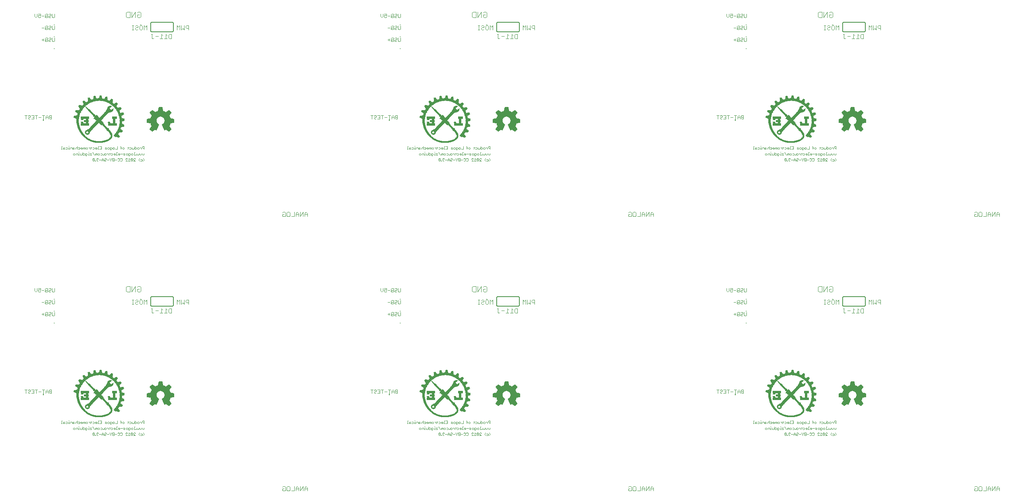
<source format=gbo>
G75*
G70*
%OFA0B0*%
%FSLAX25Y25*%
%IPPOS*%
%LPD*%
%AMOC8*
5,1,8,0,0,1.08239X$1,22.5*
%
%ADD100R,0.06500X0.00170*%
%ADD103R,0.07500X0.00170*%
%ADD104R,0.06000X0.00170*%
%ADD105R,0.04170X0.00170*%
%ADD11R,0.17170X0.00170*%
%ADD117R,0.05170X0.00170*%
%ADD121R,0.07000X0.00170*%
%ADD122R,0.00670X0.00170*%
%ADD124R,0.03170X0.00170*%
%ADD126R,0.06330X0.00170*%
%ADD13R,0.00500X0.00170*%
%ADD134R,0.02000X0.00170*%
%ADD139R,0.05330X0.00170*%
%ADD142R,0.04670X0.00170*%
%ADD145R,0.08830X0.00170*%
%ADD147R,0.16330X0.00170*%
%ADD151R,0.07670X0.00170*%
%ADD152R,0.11170X0.00170*%
%ADD154R,0.00830X0.00170*%
%ADD156R,0.05000X0.00170*%
%ADD158C,0.00000*%
%ADD160R,0.03500X0.00170*%
%ADD161R,0.12170X0.00170*%
%ADD162R,0.01000X0.00170*%
%ADD164R,0.01670X0.00170*%
%ADD165R,0.01500X0.00170*%
%ADD168C,0.00600*%
%ADD169R,0.02830X0.00170*%
%ADD177R,0.04330X0.00170*%
%ADD180R,0.01330X0.00170*%
%ADD186R,0.12330X0.00170*%
%ADD19R,0.07830X0.00170*%
%ADD196C,0.00200*%
%ADD199R,0.06170X0.00170*%
%ADD202R,0.12830X0.00170*%
%ADD203R,0.05670X0.00170*%
%ADD204R,0.06830X0.00170*%
%ADD205R,0.00170X0.00170*%
%ADD21R,0.11830X0.00170*%
%ADD22R,0.04830X0.00170*%
%ADD25R,0.10000X0.00170*%
%ADD27R,0.02670X0.00170*%
%ADD28R,0.02500X0.00170*%
%ADD37R,0.03000X0.00170*%
%ADD40R,0.07170X0.00170*%
%ADD41R,0.07330X0.00170*%
%ADD42R,0.02330X0.00170*%
%ADD43C,0.00300*%
%ADD45R,0.05830X0.00170*%
%ADD47R,0.08670X0.00170*%
%ADD55R,0.01170X0.00170*%
%ADD56R,0.04500X0.00170*%
%ADD57R,0.05500X0.00170*%
%ADD62R,0.16830X0.00170*%
%ADD64R,0.00330X0.00170*%
%ADD65R,0.13000X0.00170*%
%ADD66R,0.13330X0.00170*%
%ADD77R,0.03330X0.00170*%
%ADD80R,0.01830X0.00170*%
%ADD82R,0.04000X0.00170*%
%ADD84R,0.16500X0.00170*%
%ADD85R,0.03830X0.00170*%
%ADD90R,0.02170X0.00170*%
%ADD93R,0.03670X0.00170*%
%ADD94C,0.00400*%
X0010000Y0010000D02*
G75*
%LPD*%
X0010000Y0060000D02*
G75*
%LPD*%
X0060000Y0060000D02*
G75*
%LPD*%
D196*
X0124310Y0122960D02*
X0124680Y0122600D01*
X0125410Y0122600D01*
X0125780Y0122960D01*
X0124310Y0124430D01*
X0124310Y0122960D01*
X0125780Y0122960D02*
X0125780Y0124430D01*
X0125410Y0124800D01*
X0124680Y0124800D01*
X0124310Y0124430D01*
X0126520Y0122960D02*
X0126520Y0122600D01*
X0126890Y0122600D01*
X0126890Y0122960D01*
X0126520Y0122960D01*
X0127630Y0122960D02*
X0127990Y0122600D01*
X0128730Y0122600D01*
X0129100Y0122960D01*
X0129840Y0123700D02*
X0131310Y0123700D01*
X0132050Y0123700D02*
X0133520Y0123700D01*
X0133520Y0124060D02*
X0132780Y0124800D01*
X0132050Y0124060D01*
X0132050Y0122600D01*
X0133520Y0122600D02*
X0133520Y0124060D01*
X0134260Y0124430D02*
X0134620Y0124800D01*
X0135360Y0124800D01*
X0135730Y0124430D01*
X0135730Y0124060D01*
X0135360Y0123700D01*
X0134620Y0123700D01*
X0134260Y0123330D01*
X0134260Y0122960D01*
X0134620Y0122600D01*
X0135360Y0122600D01*
X0135730Y0122960D01*
X0136470Y0123700D02*
X0137930Y0123700D01*
X0138680Y0124430D02*
X0138680Y0124800D01*
X0138680Y0124430D02*
X0139410Y0123700D01*
X0139410Y0122600D01*
X0139410Y0123700D02*
X0140140Y0124430D01*
X0140140Y0124800D01*
X0140890Y0124430D02*
X0140890Y0124060D01*
X0141250Y0123700D01*
X0142350Y0123700D01*
X0143100Y0123700D02*
X0144560Y0123700D01*
X0145310Y0124430D02*
X0145670Y0124800D01*
X0146410Y0124800D01*
X0146770Y0124430D01*
X0146770Y0122960D01*
X0146410Y0122600D01*
X0145670Y0122600D01*
X0145310Y0122960D01*
X0147520Y0122960D02*
X0147880Y0122600D01*
X0148620Y0122600D01*
X0148980Y0122960D01*
X0148980Y0124430D01*
X0148620Y0124800D01*
X0147880Y0124800D01*
X0147520Y0124430D01*
X0146780Y0127600D02*
X0146040Y0127600D01*
X0146780Y0127600D02*
X0147140Y0127960D01*
X0147140Y0128700D01*
X0146780Y0129060D01*
X0146040Y0129060D01*
X0145670Y0128700D01*
X0145670Y0128330D01*
X0147140Y0128330D01*
X0147880Y0128700D02*
X0149350Y0128700D01*
X0150090Y0129060D02*
X0151200Y0129060D01*
X0151560Y0128700D01*
X0151200Y0128330D01*
X0150460Y0128330D01*
X0150090Y0127960D01*
X0150460Y0127600D01*
X0151560Y0127600D01*
X0152300Y0127960D02*
X0152300Y0128700D01*
X0152670Y0129060D01*
X0153410Y0129060D01*
X0153770Y0128700D01*
X0153770Y0127960D01*
X0153410Y0127600D01*
X0152670Y0127600D01*
X0152300Y0127960D01*
X0154510Y0127600D02*
X0155620Y0127600D01*
X0155980Y0127960D01*
X0155980Y0128700D01*
X0155620Y0129060D01*
X0154510Y0129060D01*
X0154510Y0127230D01*
X0154880Y0126860D01*
X0155250Y0126860D01*
X0156720Y0127960D02*
X0156720Y0128700D01*
X0157090Y0129060D01*
X0157830Y0129060D01*
X0158190Y0128700D01*
X0158190Y0127960D01*
X0157830Y0127600D01*
X0157090Y0127600D01*
X0156720Y0127960D01*
X0158930Y0127600D02*
X0159670Y0127600D01*
X0159300Y0127600D02*
X0159300Y0129800D01*
X0159670Y0129800D01*
X0160400Y0127960D02*
X0160400Y0127600D01*
X0160770Y0127600D01*
X0160770Y0127960D01*
X0160400Y0127960D01*
X0161510Y0127960D02*
X0161880Y0127600D01*
X0162250Y0127960D01*
X0162610Y0127600D01*
X0162980Y0127960D01*
X0162980Y0129060D01*
X0163720Y0129060D02*
X0163720Y0127960D01*
X0164090Y0127600D01*
X0164460Y0127960D01*
X0164820Y0127600D01*
X0165190Y0127960D01*
X0165190Y0129060D01*
X0165930Y0129060D02*
X0165930Y0127960D01*
X0166300Y0127600D01*
X0166670Y0127960D01*
X0167030Y0127600D01*
X0167400Y0127960D01*
X0167400Y0129060D01*
X0167400Y0132600D02*
X0167400Y0134800D01*
X0166300Y0134800D01*
X0165930Y0134430D01*
X0165930Y0133700D01*
X0166300Y0133330D01*
X0167400Y0133330D01*
X0165190Y0133330D02*
X0164460Y0134060D01*
X0164090Y0134060D01*
X0163350Y0133700D02*
X0163350Y0132960D01*
X0162980Y0132600D01*
X0162250Y0132600D01*
X0161880Y0132960D01*
X0161880Y0133700D01*
X0162250Y0134060D01*
X0162980Y0134060D01*
X0163350Y0133700D01*
X0165190Y0134060D02*
X0165190Y0132600D01*
X0161140Y0132960D02*
X0161140Y0133700D01*
X0160770Y0134060D01*
X0159670Y0134060D01*
X0159670Y0134800D02*
X0159670Y0132600D01*
X0160770Y0132600D01*
X0161140Y0132960D01*
X0158930Y0132960D02*
X0158560Y0132600D01*
X0157460Y0132600D01*
X0157460Y0134060D01*
X0156720Y0133700D02*
X0156720Y0132960D01*
X0156350Y0132600D01*
X0155250Y0132600D01*
X0154140Y0132960D02*
X0153780Y0132600D01*
X0154140Y0132960D02*
X0154140Y0134430D01*
X0153780Y0134060D02*
X0154510Y0134060D01*
X0155250Y0134060D02*
X0156350Y0134060D01*
X0156720Y0133700D01*
X0158930Y0134060D02*
X0158930Y0132960D01*
X0161510Y0129060D02*
X0161510Y0127960D01*
X0159670Y0124800D02*
X0160030Y0124430D01*
X0159670Y0124800D02*
X0158930Y0124800D01*
X0158570Y0124430D01*
X0158570Y0124060D01*
X0160030Y0122600D01*
X0158570Y0122600D01*
X0157820Y0122960D02*
X0156360Y0124430D01*
X0156360Y0122960D01*
X0156720Y0122600D01*
X0157460Y0122600D01*
X0157820Y0122960D01*
X0157820Y0124430D01*
X0157460Y0124800D01*
X0156720Y0124800D01*
X0156360Y0124430D01*
X0155610Y0124060D02*
X0154880Y0124800D01*
X0154880Y0122600D01*
X0155610Y0122600D02*
X0154150Y0122600D01*
X0153400Y0122600D02*
X0151940Y0124060D01*
X0151940Y0124430D01*
X0152300Y0124800D01*
X0153040Y0124800D01*
X0153400Y0124430D01*
X0153400Y0122600D02*
X0151940Y0122600D01*
X0144930Y0127600D02*
X0144200Y0127600D01*
X0144570Y0127600D02*
X0144570Y0129800D01*
X0144930Y0129800D01*
X0143460Y0128700D02*
X0143090Y0129060D01*
X0142360Y0129060D01*
X0141990Y0128700D01*
X0141990Y0128330D01*
X0143460Y0128330D01*
X0143460Y0127960D02*
X0143460Y0128700D01*
X0143460Y0127960D02*
X0143090Y0127600D01*
X0142360Y0127600D01*
X0141250Y0127960D02*
X0140880Y0127600D01*
X0139780Y0127600D01*
X0138670Y0127960D02*
X0138310Y0127600D01*
X0138670Y0127960D02*
X0138670Y0129430D01*
X0138310Y0129060D02*
X0139040Y0129060D01*
X0139780Y0129060D02*
X0140880Y0129060D01*
X0141250Y0128700D01*
X0141250Y0127960D01*
X0139780Y0131860D02*
X0139410Y0131860D01*
X0139050Y0132230D01*
X0139050Y0134060D01*
X0140150Y0134060D01*
X0140510Y0133700D01*
X0140510Y0132960D01*
X0140150Y0132600D01*
X0139050Y0132600D01*
X0138300Y0132960D02*
X0137940Y0132600D01*
X0137200Y0132600D01*
X0136840Y0132960D01*
X0136840Y0133700D01*
X0137200Y0134060D01*
X0137940Y0134060D01*
X0138300Y0133700D01*
X0138300Y0132960D01*
X0136090Y0132600D02*
X0134990Y0132600D01*
X0134630Y0132960D01*
X0134990Y0133330D01*
X0135730Y0133330D01*
X0136090Y0133700D01*
X0135730Y0134060D01*
X0134630Y0134060D01*
X0131670Y0133700D02*
X0130940Y0133700D01*
X0131670Y0134800D02*
X0131670Y0132600D01*
X0130210Y0132600D01*
X0129460Y0132600D02*
X0128730Y0132600D01*
X0129100Y0132600D02*
X0129100Y0134800D01*
X0129460Y0134800D01*
X0130210Y0134800D02*
X0131670Y0134800D01*
X0127990Y0133700D02*
X0127620Y0134060D01*
X0126890Y0134060D01*
X0126520Y0133700D01*
X0126520Y0133330D01*
X0127990Y0133330D01*
X0127990Y0132960D02*
X0127990Y0133700D01*
X0127990Y0132960D02*
X0127620Y0132600D01*
X0126890Y0132600D01*
X0125780Y0132960D02*
X0125410Y0132600D01*
X0124310Y0132600D01*
X0123200Y0132960D02*
X0122840Y0132600D01*
X0123200Y0132960D02*
X0123200Y0134430D01*
X0122840Y0134060D02*
X0123570Y0134060D01*
X0124310Y0134060D02*
X0125410Y0134060D01*
X0125780Y0133700D01*
X0125780Y0132960D01*
X0122100Y0132600D02*
X0122100Y0134060D01*
X0122100Y0133330D02*
X0121360Y0134060D01*
X0121000Y0134060D01*
X0120260Y0133700D02*
X0120260Y0132960D01*
X0119890Y0132600D01*
X0119150Y0132600D01*
X0118790Y0132960D01*
X0118790Y0133700D01*
X0119150Y0134060D01*
X0119890Y0134060D01*
X0120260Y0133700D01*
X0118050Y0134060D02*
X0117680Y0134060D01*
X0117310Y0133700D01*
X0116950Y0134060D01*
X0116580Y0133700D01*
X0116580Y0132600D01*
X0117310Y0132600D02*
X0117310Y0133700D01*
X0118050Y0134060D02*
X0118050Y0132600D01*
X0115840Y0132960D02*
X0115840Y0133700D01*
X0115470Y0134060D01*
X0114740Y0134060D01*
X0114370Y0133700D01*
X0114370Y0133330D01*
X0115840Y0133330D01*
X0115840Y0132960D02*
X0115470Y0132600D01*
X0114740Y0132600D01*
X0113630Y0132960D02*
X0113260Y0132600D01*
X0112160Y0132600D01*
X0111420Y0132600D02*
X0111420Y0134800D01*
X0111050Y0134060D02*
X0110320Y0134060D01*
X0109950Y0133700D01*
X0109950Y0132600D01*
X0109210Y0132960D02*
X0108840Y0133330D01*
X0107740Y0133330D01*
X0107740Y0133700D02*
X0107740Y0132600D01*
X0108840Y0132600D01*
X0109210Y0132960D01*
X0108840Y0134060D02*
X0108110Y0134060D01*
X0107740Y0133700D01*
X0107000Y0134060D02*
X0105900Y0134060D01*
X0105530Y0133700D01*
X0105530Y0132600D01*
X0104790Y0132600D02*
X0104050Y0132600D01*
X0104420Y0132600D02*
X0104420Y0134060D01*
X0104790Y0134060D01*
X0104420Y0134800D02*
X0104420Y0135160D01*
X0102950Y0134060D02*
X0103310Y0133700D01*
X0103310Y0132960D01*
X0102950Y0132600D01*
X0101850Y0132600D01*
X0101100Y0132960D02*
X0100740Y0133330D01*
X0099640Y0133330D01*
X0099640Y0133700D02*
X0099640Y0132600D01*
X0100740Y0132600D01*
X0101100Y0132960D01*
X0100740Y0134060D02*
X0100000Y0134060D01*
X0099640Y0133700D01*
X0098890Y0134800D02*
X0098530Y0134800D01*
X0098530Y0132600D01*
X0098890Y0132600D02*
X0098160Y0132600D01*
X0101850Y0134060D02*
X0102950Y0134060D01*
X0107000Y0134060D02*
X0107000Y0132600D01*
X0111050Y0134060D02*
X0111420Y0133700D01*
X0112160Y0134060D02*
X0113260Y0134060D01*
X0113630Y0133700D01*
X0113630Y0132960D01*
X0112890Y0130160D02*
X0112890Y0129800D01*
X0112890Y0129060D02*
X0112890Y0127600D01*
X0113260Y0127600D02*
X0112520Y0127600D01*
X0111780Y0127600D02*
X0111780Y0129060D01*
X0110680Y0129060D01*
X0110320Y0128700D01*
X0110320Y0127600D01*
X0109570Y0127960D02*
X0109210Y0127600D01*
X0108470Y0127600D01*
X0108110Y0127960D01*
X0108110Y0128700D01*
X0108470Y0129060D01*
X0109210Y0129060D01*
X0109570Y0128700D01*
X0109570Y0127960D01*
X0112890Y0129060D02*
X0113260Y0129060D01*
X0114000Y0129060D02*
X0114000Y0127600D01*
X0115100Y0127600D01*
X0115470Y0127960D01*
X0115470Y0129060D01*
X0116210Y0129060D02*
X0117310Y0129060D01*
X0117680Y0128700D01*
X0117680Y0127960D01*
X0117310Y0127600D01*
X0116210Y0127600D01*
X0116210Y0129800D01*
X0118420Y0129060D02*
X0118420Y0127230D01*
X0118790Y0126860D01*
X0119150Y0126860D01*
X0119520Y0127600D02*
X0118420Y0127600D01*
X0119520Y0127600D02*
X0119890Y0127960D01*
X0119890Y0128700D01*
X0119520Y0129060D01*
X0118420Y0129060D01*
X0120990Y0129060D02*
X0120990Y0127600D01*
X0120630Y0127600D02*
X0121360Y0127600D01*
X0122100Y0127600D02*
X0123570Y0127600D01*
X0122100Y0129060D01*
X0123570Y0129060D01*
X0124310Y0129800D02*
X0125780Y0127600D01*
X0126520Y0127600D02*
X0126520Y0128700D01*
X0126890Y0129060D01*
X0127260Y0128700D01*
X0127260Y0127600D01*
X0127990Y0127600D02*
X0127990Y0129060D01*
X0127620Y0129060D01*
X0127260Y0128700D01*
X0128730Y0128700D02*
X0129100Y0129060D01*
X0129830Y0129060D01*
X0130200Y0128700D01*
X0130200Y0127960D01*
X0129830Y0127600D01*
X0129100Y0127600D01*
X0128730Y0127960D01*
X0128730Y0128700D01*
X0130940Y0129060D02*
X0132040Y0129060D01*
X0132410Y0128700D01*
X0132410Y0127960D01*
X0132040Y0127600D01*
X0130940Y0127600D01*
X0133150Y0127600D02*
X0133150Y0127960D01*
X0133520Y0127960D01*
X0133520Y0127600D01*
X0133150Y0127600D01*
X0134260Y0127960D02*
X0134620Y0127600D01*
X0135360Y0127600D01*
X0135730Y0127960D01*
X0135730Y0128700D01*
X0135360Y0129060D01*
X0134620Y0129060D01*
X0134260Y0128700D01*
X0134260Y0127960D01*
X0136470Y0129060D02*
X0136830Y0129060D01*
X0137570Y0128330D01*
X0137570Y0127600D02*
X0137570Y0129060D01*
X0141260Y0132960D02*
X0141260Y0133700D01*
X0141620Y0134060D01*
X0142360Y0134060D01*
X0142720Y0133700D01*
X0142720Y0132960D01*
X0142360Y0132600D01*
X0141620Y0132600D01*
X0141260Y0132960D01*
X0143460Y0132600D02*
X0144930Y0132600D01*
X0144930Y0134800D01*
X0147880Y0134800D02*
X0148250Y0134430D01*
X0148250Y0132600D01*
X0148620Y0133700D02*
X0147880Y0133700D01*
X0149360Y0133700D02*
X0149720Y0134060D01*
X0150460Y0134060D01*
X0150830Y0133700D01*
X0150830Y0132960D01*
X0150460Y0132600D01*
X0149720Y0132600D01*
X0149360Y0132960D01*
X0149360Y0133700D01*
X0142350Y0124800D02*
X0141250Y0124800D01*
X0140890Y0124430D01*
X0141250Y0123700D02*
X0140890Y0123330D01*
X0140890Y0122960D01*
X0141250Y0122600D01*
X0142350Y0122600D01*
X0142350Y0124800D01*
X0129100Y0124430D02*
X0128730Y0124800D01*
X0127990Y0124800D01*
X0127630Y0124430D01*
X0127630Y0124060D01*
X0127990Y0123700D01*
X0127630Y0123330D01*
X0127630Y0122960D01*
X0127990Y0123700D02*
X0128360Y0123700D01*
X0121360Y0129060D02*
X0120990Y0129060D01*
X0120990Y0129800D02*
X0120990Y0130160D01*
X0162980Y0124060D02*
X0163720Y0124800D01*
X0162980Y0124060D02*
X0162980Y0123330D01*
X0163720Y0122600D01*
X0164460Y0122600D02*
X0165560Y0122600D01*
X0165930Y0122960D01*
X0165930Y0123700D01*
X0165560Y0124060D01*
X0164460Y0124060D01*
X0166670Y0124800D02*
X0167400Y0124060D01*
X0167400Y0123330D01*
X0166670Y0122600D01*
D43*
X0089910Y0157900D02*
X0088460Y0157900D01*
X0087970Y0158390D01*
X0087970Y0158870D01*
X0088460Y0159350D01*
X0089910Y0159350D01*
X0089910Y0157900D02*
X0089910Y0160800D01*
X0088460Y0160800D01*
X0087970Y0160320D01*
X0087970Y0159840D01*
X0088460Y0159350D01*
X0086960Y0159350D02*
X0085030Y0159350D01*
X0085030Y0159840D02*
X0085030Y0157900D01*
X0086960Y0157900D02*
X0086960Y0159840D01*
X0086000Y0160800D01*
X0085030Y0159840D01*
X0084020Y0160800D02*
X0082080Y0160800D01*
X0083050Y0160800D02*
X0083050Y0157900D01*
X0081070Y0159350D02*
X0079130Y0159350D01*
X0078120Y0160800D02*
X0076190Y0160800D01*
X0077160Y0160800D02*
X0077160Y0157900D01*
X0075180Y0157900D02*
X0073240Y0157900D01*
X0072230Y0158390D02*
X0071750Y0157900D01*
X0070780Y0157900D01*
X0070290Y0158390D01*
X0070290Y0158870D01*
X0070780Y0159350D01*
X0071750Y0159350D01*
X0072230Y0159840D01*
X0072230Y0160320D01*
X0071750Y0160800D01*
X0070780Y0160800D01*
X0070290Y0160320D01*
X0069280Y0160800D02*
X0067350Y0160800D01*
X0068320Y0160800D02*
X0068320Y0157900D01*
X0073240Y0160800D02*
X0075180Y0160800D01*
X0075180Y0157900D01*
X0075180Y0159350D02*
X0074210Y0159350D01*
X0085060Y0222900D02*
X0086520Y0222900D01*
X0086520Y0225800D01*
X0085060Y0225800D01*
X0084580Y0225320D01*
X0084580Y0224840D01*
X0085060Y0224350D01*
X0086520Y0224350D01*
X0087530Y0223870D02*
X0087530Y0223390D01*
X0088010Y0222900D01*
X0088980Y0222900D01*
X0089460Y0223390D01*
X0090470Y0223390D02*
X0090470Y0225800D01*
X0089460Y0225320D02*
X0089460Y0224840D01*
X0088980Y0224350D01*
X0088010Y0224350D01*
X0087530Y0223870D01*
X0087530Y0225320D02*
X0088010Y0225800D01*
X0088980Y0225800D01*
X0089460Y0225320D01*
X0090470Y0223390D02*
X0090960Y0222900D01*
X0091930Y0222900D01*
X0092410Y0223390D01*
X0092410Y0225800D01*
X0091930Y0232900D02*
X0090960Y0232900D01*
X0090470Y0233390D01*
X0090470Y0235800D01*
X0089460Y0235320D02*
X0088980Y0235800D01*
X0088010Y0235800D01*
X0087530Y0235320D01*
X0088010Y0234350D02*
X0087530Y0233870D01*
X0087530Y0233390D01*
X0088010Y0232900D01*
X0088980Y0232900D01*
X0089460Y0233390D01*
X0088980Y0234350D02*
X0088010Y0234350D01*
X0088980Y0234350D02*
X0089460Y0234840D01*
X0089460Y0235320D01*
X0086520Y0235800D02*
X0086520Y0232900D01*
X0085060Y0232900D01*
X0084580Y0233390D01*
X0084580Y0233870D01*
X0085060Y0234350D01*
X0086520Y0234350D01*
X0086520Y0235800D02*
X0085060Y0235800D01*
X0084580Y0235320D01*
X0084580Y0234840D01*
X0085060Y0234350D01*
X0083570Y0234350D02*
X0081630Y0234350D01*
X0080140Y0242900D02*
X0079170Y0242900D01*
X0078690Y0243390D01*
X0078690Y0244350D01*
X0079170Y0244840D01*
X0079660Y0244840D01*
X0080620Y0244350D01*
X0080620Y0245800D01*
X0078690Y0245800D01*
X0077680Y0245800D02*
X0077680Y0243870D01*
X0076710Y0242900D01*
X0075740Y0243870D01*
X0075740Y0245800D01*
X0080140Y0242900D02*
X0080620Y0243390D01*
X0081630Y0244350D02*
X0083570Y0244350D01*
X0084580Y0243870D02*
X0084580Y0243390D01*
X0085060Y0242900D01*
X0086520Y0242900D01*
X0086520Y0245800D01*
X0085060Y0245800D01*
X0084580Y0245320D01*
X0084580Y0244840D01*
X0085060Y0244350D01*
X0086520Y0244350D01*
X0087530Y0243870D02*
X0087530Y0243390D01*
X0088010Y0242900D01*
X0088980Y0242900D01*
X0089460Y0243390D01*
X0090470Y0243390D02*
X0090470Y0245800D01*
X0089460Y0245320D02*
X0089460Y0244840D01*
X0088980Y0244350D01*
X0088010Y0244350D01*
X0087530Y0243870D01*
X0087530Y0245320D02*
X0088010Y0245800D01*
X0088980Y0245800D01*
X0089460Y0245320D01*
X0090470Y0243390D02*
X0090960Y0242900D01*
X0091930Y0242900D01*
X0092410Y0243390D01*
X0092410Y0245800D01*
X0085060Y0244350D02*
X0084580Y0243870D01*
X0092410Y0235800D02*
X0092410Y0233390D01*
X0091930Y0232900D01*
X0085060Y0224350D02*
X0084580Y0223870D01*
X0084580Y0223390D01*
X0085060Y0222900D01*
X0083570Y0224350D02*
X0081630Y0224350D01*
X0082600Y0223390D02*
X0082600Y0225320D01*
X0157570Y0232650D02*
X0158800Y0232650D01*
X0158180Y0232650D02*
X0158180Y0236350D01*
X0157570Y0236350D02*
X0158800Y0236350D01*
X0160010Y0235730D02*
X0160630Y0236350D01*
X0161870Y0236350D01*
X0162480Y0235730D01*
X0162480Y0235110D01*
X0161870Y0234500D01*
X0160630Y0234500D01*
X0160010Y0233880D01*
X0160010Y0233260D01*
X0160630Y0232650D01*
X0161870Y0232650D01*
X0162480Y0233260D01*
X0163700Y0233260D02*
X0163700Y0235730D01*
X0164320Y0236350D01*
X0165550Y0236350D01*
X0166170Y0235730D01*
X0166170Y0233260D01*
X0165550Y0232650D01*
X0164320Y0232650D01*
X0163700Y0233260D01*
X0167380Y0232650D02*
X0167380Y0236350D01*
X0168620Y0235110D01*
X0169850Y0236350D01*
X0169850Y0232650D01*
X0195010Y0232650D02*
X0195010Y0236350D01*
X0196250Y0235110D01*
X0197480Y0236350D01*
X0197480Y0232650D01*
X0198700Y0232650D02*
X0198700Y0236350D01*
X0201170Y0236350D02*
X0201170Y0232650D01*
X0199930Y0233880D01*
X0198700Y0232650D01*
X0202380Y0234500D02*
X0203000Y0233880D01*
X0204850Y0233880D01*
X0204850Y0232650D02*
X0204850Y0236350D01*
X0203000Y0236350D01*
X0202380Y0235730D01*
X0202380Y0234500D01*
X0284180Y0079850D02*
X0285420Y0079850D01*
X0286030Y0079230D01*
X0286030Y0076760D01*
X0285420Y0076150D01*
X0284180Y0076150D01*
X0283560Y0076760D01*
X0283560Y0078000D01*
X0284800Y0078000D01*
X0283560Y0079230D02*
X0284180Y0079850D01*
X0287250Y0079230D02*
X0287250Y0076760D01*
X0287860Y0076150D01*
X0289100Y0076150D01*
X0289720Y0076760D01*
X0289720Y0079230D01*
X0289100Y0079850D01*
X0287860Y0079850D01*
X0287250Y0079230D01*
X0290930Y0076150D02*
X0293400Y0076150D01*
X0293400Y0079850D01*
X0294610Y0078610D02*
X0294610Y0076150D01*
X0294610Y0078000D02*
X0297080Y0078000D01*
X0297080Y0078610D02*
X0297080Y0076150D01*
X0298300Y0076150D02*
X0298300Y0079850D01*
X0297080Y0078610D02*
X0295850Y0079850D01*
X0294610Y0078610D01*
X0298300Y0076150D02*
X0300770Y0079850D01*
X0300770Y0076150D01*
X0301980Y0076150D02*
X0301980Y0078610D01*
X0303210Y0079850D01*
X0304450Y0078610D01*
X0304450Y0076150D01*
X0304450Y0078000D02*
X0301980Y0078000D01*
D168*
X0190100Y0149400D02*
X0188500Y0151800D01*
X0188090Y0151840D02*
X0183930Y0151840D01*
X0184150Y0151260D02*
X0188440Y0151260D01*
X0188790Y0150670D02*
X0184370Y0150670D01*
X0184590Y0150090D02*
X0189150Y0150090D01*
X0189500Y0149500D02*
X0184810Y0149500D01*
X0185000Y0149000D02*
X0186000Y0149500D01*
X0188000Y0148000D01*
X0189500Y0149500D01*
X0188000Y0152000D01*
X0189000Y0154500D01*
X0192000Y0155500D01*
X0192000Y0155000D01*
X0192000Y0157500D01*
X0189000Y0158000D01*
X0188000Y0161000D01*
X0190000Y0163000D01*
X0188500Y0164500D01*
X0185500Y0163000D01*
X0182500Y0164500D01*
X0183000Y0164500D01*
X0182500Y0167000D01*
X0180000Y0167000D01*
X0180000Y0164000D01*
X0177000Y0163000D01*
X0174500Y0164500D01*
X0173000Y0163500D01*
X0174500Y0160500D01*
X0173500Y0158000D01*
X0170500Y0157500D01*
X0170500Y0155000D01*
X0173500Y0155000D01*
X0174500Y0151500D01*
X0173000Y0149500D01*
X0174500Y0148000D01*
X0176500Y0149500D01*
X0177500Y0149000D01*
X0179500Y0153000D01*
X0177500Y0155000D01*
X0177500Y0157500D01*
X0179000Y0160000D01*
X0181500Y0160500D01*
X0184500Y0159500D01*
X0184000Y0159500D01*
X0185500Y0157000D01*
X0184500Y0154000D01*
X0183500Y0153000D01*
X0185000Y0149000D01*
X0184900Y0148600D02*
X0185900Y0149200D01*
X0188300Y0147500D01*
X0190100Y0149400D01*
X0188920Y0148920D02*
X0186770Y0148920D01*
X0187550Y0148330D02*
X0188340Y0148330D01*
X0184900Y0148600D02*
X0182900Y0153100D01*
X0183520Y0153010D02*
X0188410Y0153010D01*
X0188640Y0153600D02*
X0184100Y0153600D01*
X0184560Y0154180D02*
X0188870Y0154180D01*
X0189500Y0154500D02*
X0192500Y0155000D01*
X0192500Y0157600D01*
X0189500Y0158200D01*
X0188910Y0158280D02*
X0184730Y0158280D01*
X0184380Y0158860D02*
X0188710Y0158860D01*
X0188520Y0159450D02*
X0184030Y0159450D01*
X0182890Y0160030D02*
X0188320Y0160030D01*
X0188130Y0160620D02*
X0174440Y0160620D01*
X0174300Y0160700D02*
X0172500Y0163300D01*
X0174400Y0165100D01*
X0177000Y0163300D01*
X0176090Y0163540D02*
X0173070Y0163540D01*
X0173270Y0162960D02*
X0189960Y0162960D01*
X0190200Y0163300D02*
X0188400Y0160700D01*
X0188210Y0161200D02*
X0174150Y0161200D01*
X0173850Y0161790D02*
X0188790Y0161790D01*
X0189380Y0162370D02*
X0173560Y0162370D01*
X0173950Y0164130D02*
X0175120Y0164130D01*
X0178640Y0163540D02*
X0184410Y0163540D01*
X0183240Y0164130D02*
X0180000Y0164130D01*
X0179500Y0164300D02*
X0180000Y0167500D01*
X0182700Y0167500D01*
X0183200Y0164300D01*
X0182960Y0164710D02*
X0180000Y0164710D01*
X0180000Y0165300D02*
X0182840Y0165300D01*
X0182720Y0165880D02*
X0180000Y0165880D01*
X0180000Y0166470D02*
X0182610Y0166470D01*
X0185700Y0163300D02*
X0188300Y0165100D01*
X0190200Y0163300D01*
X0189450Y0163540D02*
X0186590Y0163540D01*
X0187760Y0164130D02*
X0188870Y0164130D01*
X0190830Y0157690D02*
X0185080Y0157690D01*
X0185430Y0157110D02*
X0192000Y0157110D01*
X0192000Y0156520D02*
X0185340Y0156520D01*
X0185150Y0155940D02*
X0192000Y0155940D01*
X0191570Y0155350D02*
X0184950Y0155350D01*
X0184760Y0154770D02*
X0189810Y0154770D01*
X0188170Y0152430D02*
X0183710Y0152430D01*
X0179700Y0153100D02*
X0177800Y0148600D01*
X0176800Y0149200D01*
X0174400Y0147500D01*
X0172500Y0149400D01*
X0174200Y0151800D01*
X0174400Y0151840D02*
X0178920Y0151840D01*
X0178630Y0151260D02*
X0174320Y0151260D01*
X0173880Y0150670D02*
X0178340Y0150670D01*
X0178050Y0150090D02*
X0173440Y0150090D01*
X0173000Y0149500D02*
X0177750Y0149500D01*
X0175730Y0148920D02*
X0173580Y0148920D01*
X0174160Y0148330D02*
X0174950Y0148330D01*
X0174230Y0152430D02*
X0179220Y0152430D01*
X0179480Y0153010D02*
X0174070Y0153010D01*
X0173900Y0153600D02*
X0178900Y0153600D01*
X0178310Y0154180D02*
X0173730Y0154180D01*
X0173570Y0154770D02*
X0177730Y0154770D01*
X0177500Y0155350D02*
X0170500Y0155350D01*
X0170200Y0155000D02*
X0173200Y0154500D01*
X0170200Y0155000D02*
X0170200Y0157600D01*
X0173200Y0158200D01*
X0173610Y0158280D02*
X0177970Y0158280D01*
X0178320Y0158860D02*
X0173850Y0158860D01*
X0174080Y0159450D02*
X0178670Y0159450D01*
X0179180Y0160030D02*
X0174310Y0160030D01*
X0171670Y0157690D02*
X0177620Y0157690D01*
X0177500Y0157110D02*
X0170500Y0157110D01*
X0170500Y0156520D02*
X0177500Y0156520D01*
X0177500Y0155940D02*
X0170500Y0155940D01*
X0173210Y0158200D02*
X0173360Y0158720D01*
X0173550Y0159230D01*
X0173770Y0159730D01*
X0174020Y0160210D01*
X0174310Y0160680D01*
X0179700Y0153200D02*
X0179370Y0153380D01*
X0179070Y0153590D01*
X0178780Y0153830D01*
X0178520Y0154100D01*
X0178300Y0154390D01*
X0178100Y0154710D01*
X0177930Y0155040D01*
X0177800Y0155390D01*
X0177710Y0155750D01*
X0177650Y0156120D01*
X0177630Y0156490D01*
X0177650Y0156860D01*
X0177700Y0157230D01*
X0177800Y0157590D01*
X0177920Y0157940D01*
X0178090Y0158280D01*
X0178280Y0158590D01*
X0178510Y0158890D01*
X0178770Y0159160D01*
X0179050Y0159400D01*
X0179360Y0159610D01*
X0179680Y0159790D01*
X0180020Y0159940D01*
X0180380Y0160050D01*
X0180740Y0160130D01*
X0181110Y0160170D01*
X0181490Y0160170D01*
X0181860Y0160130D01*
X0182220Y0160050D01*
X0182580Y0159940D01*
X0182920Y0159790D01*
X0183240Y0159610D01*
X0183550Y0159400D01*
X0183830Y0159160D01*
X0184090Y0158890D01*
X0184320Y0158590D01*
X0184510Y0158280D01*
X0184680Y0157940D01*
X0184800Y0157590D01*
X0184900Y0157230D01*
X0184950Y0156860D01*
X0184970Y0156490D01*
X0184950Y0156120D01*
X0184890Y0155750D01*
X0184800Y0155390D01*
X0184670Y0155040D01*
X0184500Y0154710D01*
X0184300Y0154390D01*
X0184080Y0154100D01*
X0183820Y0153830D01*
X0183530Y0153590D01*
X0183230Y0153380D01*
X0182900Y0153200D01*
X0174200Y0151800D02*
X0173970Y0152210D01*
X0173760Y0152640D01*
X0173580Y0153090D01*
X0173430Y0153540D01*
X0173300Y0154000D01*
X0173200Y0154470D01*
X0176960Y0163310D02*
X0177430Y0163580D01*
X0177920Y0163810D01*
X0178420Y0164010D01*
X0178930Y0164180D01*
X0179450Y0164320D01*
X0183280Y0164300D02*
X0183780Y0164170D01*
X0184270Y0164000D01*
X0184750Y0163810D01*
X0185220Y0163580D01*
X0185670Y0163330D01*
X0188390Y0160650D02*
X0188660Y0160180D01*
X0188900Y0159710D01*
X0189110Y0159220D01*
X0189290Y0158710D01*
X0189430Y0158200D01*
X0189490Y0154480D02*
X0189360Y0153920D01*
X0189190Y0153370D01*
X0188980Y0152840D01*
X0188740Y0152320D01*
X0188460Y0151820D01*
X0191000Y0231000D02*
X0174000Y0231000D01*
X0173830Y0231020D01*
X0173660Y0231060D01*
X0173500Y0231130D01*
X0173360Y0231230D01*
X0173230Y0231360D01*
X0173130Y0231500D01*
X0173060Y0231660D01*
X0173020Y0231830D01*
X0173000Y0232000D01*
X0173000Y0238000D01*
X0173020Y0238170D01*
X0173060Y0238340D01*
X0173130Y0238500D01*
X0173230Y0238640D01*
X0173360Y0238770D01*
X0173500Y0238870D01*
X0173660Y0238940D01*
X0173830Y0238980D01*
X0174000Y0239000D01*
X0191000Y0239000D01*
X0191170Y0238980D01*
X0191340Y0238940D01*
X0191500Y0238870D01*
X0191640Y0238770D01*
X0191770Y0238640D01*
X0191870Y0238500D01*
X0191940Y0238340D01*
X0191980Y0238170D01*
X0192000Y0238000D01*
X0192000Y0232000D01*
X0191980Y0231830D01*
X0191940Y0231660D01*
X0191870Y0231500D01*
X0191770Y0231360D01*
X0191640Y0231230D01*
X0191500Y0231130D01*
X0191340Y0231060D01*
X0191170Y0231020D01*
X0191000Y0231000D01*
D94*
X0190520Y0229000D02*
X0188710Y0229000D01*
X0188110Y0228400D01*
X0188110Y0226000D01*
X0188710Y0225400D01*
X0190520Y0225400D01*
X0190520Y0229000D01*
X0186830Y0227800D02*
X0185630Y0229000D01*
X0185630Y0225400D01*
X0186830Y0225400D02*
X0184430Y0225400D01*
X0183150Y0225400D02*
X0180750Y0225400D01*
X0181950Y0225400D02*
X0181950Y0229000D01*
X0183150Y0227800D01*
X0179470Y0227200D02*
X0177060Y0227200D01*
X0175780Y0226000D02*
X0175180Y0225400D01*
X0174580Y0225400D01*
X0173980Y0226000D01*
X0173980Y0229000D01*
X0174580Y0229000D02*
X0173380Y0229000D01*
X0164090Y0242950D02*
X0162560Y0242950D01*
X0161790Y0243720D01*
X0161790Y0245250D01*
X0163320Y0245250D01*
X0161790Y0246790D02*
X0162560Y0247560D01*
X0164090Y0247560D01*
X0164860Y0246790D01*
X0164860Y0243720D01*
X0164090Y0242950D01*
X0160260Y0242950D02*
X0160260Y0247560D01*
X0157190Y0242950D01*
X0157190Y0247560D01*
X0155650Y0247560D02*
X0153350Y0247560D01*
X0152580Y0246790D01*
X0152580Y0243720D01*
X0153350Y0242950D01*
X0155650Y0242950D01*
X0155650Y0247560D01*
D22*
X0138670Y0171830D03*
X0122330Y0172160D03*
X0115330Y0167830D03*
X0147330Y0147660D03*
X0147170Y0147330D03*
X0147170Y0147160D03*
X0129830Y0137830D03*
D121*
X0129750Y0138000D03*
X0118250Y0152500D03*
X0118250Y0153000D03*
X0118250Y0153500D03*
X0118250Y0158000D03*
X0118250Y0158500D03*
X0118250Y0159000D03*
X0118250Y0159500D03*
D47*
X0129750Y0138160D03*
D25*
X0129750Y0138330D03*
D152*
X0129670Y0138500D03*
D161*
X0129670Y0138660D03*
D65*
X0129750Y0138830D03*
D117*
X0134000Y0139000D03*
X0129500Y0157000D03*
X0146000Y0166500D03*
D57*
X0138170Y0164000D03*
X0119170Y0171000D03*
X0125500Y0139000D03*
D56*
X0124670Y0139160D03*
X0120830Y0147830D03*
X0129500Y0156660D03*
X0127670Y0158660D03*
X0111000Y0159660D03*
X0110830Y0158830D03*
X0134830Y0139160D03*
X0144830Y0143330D03*
X0145000Y0143160D03*
X0147330Y0147830D03*
X0148830Y0151830D03*
X0148330Y0161660D03*
X0148330Y0161830D03*
X0148170Y0162160D03*
X0148170Y0162330D03*
X0148000Y0162660D03*
X0138830Y0171660D03*
D82*
X0146080Y0165660D03*
X0148250Y0161330D03*
X0149080Y0156330D03*
X0147250Y0148160D03*
X0144420Y0144160D03*
X0135420Y0139330D03*
X0126750Y0160160D03*
X0126750Y0160330D03*
X0136580Y0163160D03*
X0115250Y0167330D03*
X0112580Y0163330D03*
X0111420Y0160330D03*
D105*
X0111000Y0158660D03*
X0124000Y0139330D03*
X0146000Y0165830D03*
D93*
X0148080Y0161000D03*
X0135920Y0139500D03*
X0122420Y0149000D03*
D85*
X0123500Y0139500D03*
X0146000Y0165500D03*
D77*
X0142920Y0168660D03*
X0139920Y0170830D03*
X0135580Y0162330D03*
X0135420Y0162160D03*
X0135080Y0161830D03*
X0134920Y0161660D03*
X0134580Y0161330D03*
X0134420Y0161160D03*
X0134080Y0160830D03*
X0133920Y0160660D03*
X0133580Y0160330D03*
X0133420Y0160160D03*
X0133080Y0159830D03*
X0132920Y0159660D03*
X0132580Y0159330D03*
X0132420Y0159160D03*
X0132080Y0158830D03*
X0131920Y0158660D03*
X0127080Y0153660D03*
X0126580Y0153160D03*
X0126080Y0152660D03*
X0125580Y0152160D03*
X0125080Y0151660D03*
X0124580Y0151160D03*
X0124080Y0150660D03*
X0120080Y0145330D03*
X0122580Y0139830D03*
X0136420Y0139660D03*
D160*
X0147170Y0148330D03*
X0135830Y0162660D03*
X0127670Y0159160D03*
X0127500Y0159330D03*
X0127670Y0154330D03*
X0127500Y0154160D03*
X0123830Y0150330D03*
X0123670Y0150160D03*
X0123330Y0149830D03*
X0123170Y0149660D03*
X0122830Y0149330D03*
X0122670Y0149160D03*
X0123000Y0139660D03*
X0111330Y0158330D03*
X0142830Y0168830D03*
X0146000Y0165330D03*
D124*
X0140670Y0170330D03*
X0127330Y0159660D03*
X0131830Y0153830D03*
X0132330Y0153330D03*
X0132830Y0152830D03*
X0136830Y0139830D03*
X0117830Y0169330D03*
X0118330Y0169660D03*
D169*
X0137170Y0140000D03*
D37*
X0122250Y0140000D03*
X0112080Y0160500D03*
X0117580Y0169000D03*
X0118080Y0169500D03*
X0138920Y0168000D03*
X0145920Y0165000D03*
D169*
X0148500Y0155830D03*
X0147000Y0148830D03*
X0137500Y0140160D03*
X0121500Y0140330D03*
X0117500Y0171830D03*
D169*
X0117170Y0168660D03*
X0121830Y0173830D03*
X0112830Y0162660D03*
X0137830Y0165830D03*
X0148330Y0158160D03*
X0148330Y0153330D03*
X0121830Y0140160D03*
D28*
X0120670Y0140830D03*
X0137830Y0140330D03*
X0138170Y0147660D03*
X0137170Y0148660D03*
X0136830Y0149330D03*
X0136500Y0149660D03*
X0136330Y0149830D03*
X0144500Y0145160D03*
X0144670Y0145330D03*
X0145000Y0145830D03*
X0145330Y0146330D03*
X0145670Y0142660D03*
X0145830Y0164660D03*
X0144000Y0167160D03*
X0143670Y0167660D03*
X0143500Y0167830D03*
X0143170Y0168160D03*
X0139170Y0168330D03*
X0138170Y0167330D03*
X0137830Y0166160D03*
X0140170Y0173330D03*
X0135670Y0174830D03*
X0131000Y0175330D03*
X0131000Y0175660D03*
X0126330Y0175330D03*
X0126330Y0175160D03*
X0121670Y0174160D03*
X0114000Y0168830D03*
X0115170Y0166330D03*
X0114830Y0165830D03*
X0114670Y0165660D03*
X0114500Y0165330D03*
X0114330Y0165160D03*
X0144170Y0170660D03*
D42*
X0147080Y0167000D03*
X0145920Y0164500D03*
X0142580Y0157500D03*
X0142580Y0157000D03*
X0142580Y0156500D03*
X0142580Y0156000D03*
X0142580Y0155500D03*
X0142580Y0155000D03*
X0142580Y0154500D03*
X0142580Y0154000D03*
X0137080Y0149000D03*
X0134080Y0152000D03*
X0133580Y0152500D03*
X0125920Y0160500D03*
X0125580Y0161000D03*
X0125080Y0161500D03*
X0119920Y0157500D03*
X0119920Y0157000D03*
X0119920Y0155000D03*
X0119920Y0154500D03*
X0119920Y0154000D03*
X0112580Y0161000D03*
X0112920Y0162000D03*
X0119580Y0141500D03*
X0138080Y0140500D03*
X0145080Y0146000D03*
X0145420Y0146500D03*
D27*
X0137750Y0148000D03*
X0137250Y0148500D03*
X0147750Y0160500D03*
X0121750Y0174000D03*
X0115250Y0166500D03*
X0111750Y0158000D03*
X0121250Y0140500D03*
D90*
X0119170Y0141830D03*
X0120170Y0144830D03*
X0111830Y0155660D03*
X0111830Y0155830D03*
X0111830Y0156160D03*
X0111830Y0156330D03*
X0111830Y0156660D03*
X0111830Y0156830D03*
X0111830Y0157160D03*
X0111830Y0157330D03*
X0111830Y0157660D03*
X0111830Y0157830D03*
X0112670Y0161330D03*
X0112830Y0161830D03*
X0117170Y0172330D03*
X0126170Y0175830D03*
X0135830Y0175330D03*
X0140330Y0173660D03*
X0137830Y0166830D03*
X0137830Y0166660D03*
X0137830Y0166330D03*
X0146170Y0163830D03*
X0134170Y0151830D03*
X0134330Y0151660D03*
X0134670Y0151330D03*
X0134830Y0151160D03*
X0135170Y0150830D03*
X0135330Y0150660D03*
X0135670Y0150330D03*
X0135830Y0150160D03*
X0138830Y0146830D03*
X0139170Y0146330D03*
X0138670Y0140830D03*
X0138330Y0140660D03*
X0146830Y0149160D03*
X0146830Y0149330D03*
X0125670Y0160830D03*
D27*
X0115080Y0166160D03*
X0126420Y0174830D03*
X0130920Y0175160D03*
X0135580Y0174660D03*
X0140080Y0173160D03*
X0143080Y0168330D03*
X0139080Y0168160D03*
X0138580Y0167660D03*
X0145920Y0164830D03*
X0137420Y0148330D03*
X0137580Y0148160D03*
X0137920Y0147830D03*
X0121420Y0147330D03*
X0120920Y0140660D03*
D134*
X0117750Y0143000D03*
X0117250Y0143500D03*
X0115750Y0154000D03*
X0112080Y0153500D03*
X0111920Y0154500D03*
X0111920Y0155000D03*
X0121920Y0164500D03*
X0122420Y0164000D03*
X0122920Y0163500D03*
X0123420Y0163000D03*
X0123920Y0162500D03*
X0124420Y0162000D03*
X0137920Y0167000D03*
X0146080Y0164000D03*
X0146580Y0163000D03*
X0147250Y0150500D03*
X0147080Y0150000D03*
X0146920Y0149500D03*
X0139420Y0146000D03*
X0139080Y0146500D03*
X0138750Y0141000D03*
D28*
X0144830Y0145500D03*
X0146830Y0149000D03*
X0147670Y0151000D03*
X0148170Y0153500D03*
X0136670Y0149500D03*
X0120330Y0141000D03*
X0114330Y0165000D03*
X0114670Y0165500D03*
X0131000Y0175500D03*
X0137830Y0166000D03*
X0143330Y0168000D03*
X0144170Y0167000D03*
D80*
X0148000Y0155330D03*
X0148000Y0155160D03*
X0148000Y0154830D03*
X0148000Y0154660D03*
X0148000Y0154330D03*
X0148000Y0154160D03*
X0148000Y0153830D03*
X0139500Y0145830D03*
X0139500Y0141660D03*
X0139000Y0141160D03*
X0117000Y0143830D03*
X0116500Y0144330D03*
X0115000Y0146330D03*
X0113000Y0150160D03*
X0112500Y0151660D03*
X0112500Y0151830D03*
X0112000Y0154160D03*
X0131000Y0176660D03*
D42*
X0121580Y0174330D03*
X0112920Y0162330D03*
X0112920Y0162160D03*
X0112580Y0161160D03*
X0119920Y0157830D03*
X0119920Y0157660D03*
X0119920Y0157330D03*
X0119920Y0157160D03*
X0119920Y0156830D03*
X0119920Y0154830D03*
X0119920Y0154660D03*
X0119920Y0154330D03*
X0119920Y0154160D03*
X0125420Y0161160D03*
X0133420Y0152660D03*
X0133920Y0152160D03*
X0136920Y0149160D03*
X0137080Y0148830D03*
X0138420Y0147330D03*
X0138580Y0147160D03*
X0144920Y0145660D03*
X0142580Y0154160D03*
X0142580Y0154330D03*
X0142580Y0154660D03*
X0142580Y0154830D03*
X0142580Y0155160D03*
X0142580Y0155330D03*
X0142580Y0155660D03*
X0142580Y0155830D03*
X0142580Y0156160D03*
X0142580Y0156330D03*
X0142580Y0156660D03*
X0142580Y0156830D03*
X0142580Y0157160D03*
X0142580Y0157330D03*
X0142580Y0157660D03*
X0142580Y0157830D03*
X0143920Y0167330D03*
X0119920Y0141330D03*
X0120080Y0141160D03*
X0119420Y0141660D03*
D80*
X0117170Y0143660D03*
X0116670Y0144160D03*
X0116170Y0144660D03*
X0115830Y0145160D03*
X0115670Y0145330D03*
X0115330Y0145830D03*
X0114670Y0146830D03*
X0114330Y0147330D03*
X0114170Y0147660D03*
X0113830Y0148330D03*
X0113670Y0148660D03*
X0113330Y0149330D03*
X0113170Y0149830D03*
X0112830Y0150660D03*
X0112670Y0151160D03*
X0112670Y0151330D03*
X0112330Y0152160D03*
X0112330Y0152330D03*
X0112330Y0152660D03*
X0112170Y0152830D03*
X0112170Y0153160D03*
X0112170Y0153330D03*
X0115670Y0154160D03*
X0115670Y0154330D03*
X0115670Y0154660D03*
X0115670Y0157160D03*
X0115670Y0157330D03*
X0115670Y0157660D03*
X0121670Y0164830D03*
X0125670Y0160660D03*
X0138330Y0154330D03*
X0138330Y0154160D03*
X0147330Y0150830D03*
X0147830Y0158330D03*
X0147830Y0158660D03*
X0147830Y0158830D03*
X0147670Y0159160D03*
X0147670Y0159330D03*
X0147670Y0159660D03*
X0139670Y0145660D03*
X0139170Y0141330D03*
X0121670Y0147160D03*
D80*
X0116830Y0144000D03*
X0116330Y0144500D03*
X0115170Y0146000D03*
X0112330Y0152500D03*
X0112170Y0153000D03*
X0115670Y0154500D03*
X0115670Y0157500D03*
X0113830Y0169000D03*
X0121330Y0175000D03*
X0147670Y0159500D03*
X0147830Y0159000D03*
X0147830Y0158500D03*
X0138330Y0154000D03*
X0139670Y0145500D03*
X0139330Y0141500D03*
X0145830Y0142500D03*
D164*
X0140080Y0144660D03*
X0139920Y0145160D03*
X0139580Y0141830D03*
X0116080Y0144830D03*
X0115420Y0145660D03*
X0115080Y0146160D03*
X0114420Y0147160D03*
X0114080Y0147830D03*
X0113920Y0148160D03*
X0113580Y0148830D03*
X0113420Y0149160D03*
X0112920Y0150330D03*
X0115580Y0154830D03*
X0115580Y0155160D03*
X0115580Y0156830D03*
X0121580Y0165160D03*
X0121420Y0165330D03*
X0121080Y0165660D03*
X0126080Y0176330D03*
X0131080Y0176830D03*
X0135920Y0175830D03*
X0140920Y0165330D03*
X0149420Y0162830D03*
D164*
X0138250Y0155000D03*
X0138250Y0154500D03*
X0139750Y0142000D03*
X0114250Y0147500D03*
X0113750Y0148500D03*
X0113250Y0149500D03*
X0112750Y0151000D03*
X0111250Y0165000D03*
X0121250Y0165500D03*
D90*
X0121500Y0174500D03*
X0131000Y0176000D03*
X0134500Y0151500D03*
X0135000Y0151000D03*
X0135500Y0150500D03*
X0136000Y0150000D03*
X0119000Y0142000D03*
D122*
X0146250Y0142160D03*
X0119250Y0167330D03*
D165*
X0113670Y0169160D03*
X0126000Y0176660D03*
X0131000Y0177160D03*
X0136000Y0176160D03*
X0138170Y0155160D03*
X0140000Y0144830D03*
X0140170Y0144330D03*
X0140000Y0142330D03*
X0139830Y0142160D03*
X0121670Y0146830D03*
X0121330Y0145830D03*
X0121170Y0145660D03*
X0120170Y0144660D03*
D134*
X0118750Y0142160D03*
X0118080Y0142660D03*
X0117920Y0142830D03*
X0117580Y0143160D03*
X0117420Y0143330D03*
X0112080Y0153660D03*
X0112080Y0153830D03*
X0111920Y0154330D03*
X0111920Y0154660D03*
X0111920Y0154830D03*
X0111920Y0155160D03*
X0111920Y0155330D03*
X0115750Y0157830D03*
X0122750Y0163660D03*
X0122580Y0163830D03*
X0122250Y0164160D03*
X0122080Y0164330D03*
X0121750Y0164660D03*
X0123080Y0163330D03*
X0123250Y0163160D03*
X0123580Y0162830D03*
X0123750Y0162660D03*
X0124080Y0162330D03*
X0124250Y0162160D03*
X0124580Y0161830D03*
X0124750Y0161660D03*
X0121420Y0174830D03*
X0126080Y0176160D03*
X0131080Y0176330D03*
X0135920Y0175660D03*
X0140420Y0173830D03*
X0144250Y0170830D03*
X0145920Y0164330D03*
X0146250Y0163660D03*
X0146420Y0163330D03*
X0146420Y0163160D03*
X0146580Y0162830D03*
X0147580Y0160160D03*
X0147580Y0159830D03*
X0147920Y0153660D03*
X0147250Y0150660D03*
X0147250Y0150330D03*
X0147080Y0150160D03*
X0147080Y0149830D03*
X0146920Y0149660D03*
X0139250Y0146160D03*
D180*
X0140080Y0142660D03*
X0146080Y0142330D03*
X0121580Y0146330D03*
X0121580Y0146660D03*
X0119080Y0147330D03*
X0118920Y0147160D03*
X0118920Y0145660D03*
X0117080Y0172660D03*
X0126080Y0176830D03*
D90*
X0121500Y0174660D03*
X0131000Y0175830D03*
X0131000Y0176160D03*
X0138000Y0167160D03*
X0146000Y0164160D03*
X0139000Y0146660D03*
X0118500Y0142330D03*
X0112500Y0160660D03*
X0112500Y0160830D03*
D205*
X0126500Y0177000D03*
X0143500Y0142500D03*
D180*
X0140080Y0142500D03*
X0121580Y0146500D03*
X0121420Y0146000D03*
X0127920Y0160500D03*
D90*
X0137830Y0166500D03*
X0146330Y0163500D03*
X0135830Y0175500D03*
X0126170Y0176000D03*
X0111830Y0157500D03*
X0111830Y0157000D03*
X0111830Y0156500D03*
X0111830Y0156000D03*
X0111830Y0155500D03*
X0118330Y0142500D03*
X0138670Y0147000D03*
D13*
X0143500Y0142660D03*
X0131830Y0152660D03*
X0141670Y0166160D03*
X0118830Y0167830D03*
D37*
X0117750Y0169160D03*
X0117420Y0168830D03*
X0115250Y0166660D03*
X0114080Y0168660D03*
X0137920Y0165660D03*
X0138750Y0167830D03*
X0143920Y0170330D03*
X0147920Y0160660D03*
X0147080Y0148660D03*
X0144420Y0144830D03*
X0145580Y0142830D03*
X0120080Y0145160D03*
D154*
X0143500Y0142830D03*
X0113500Y0169330D03*
D180*
X0141250Y0165660D03*
X0140250Y0144160D03*
X0140250Y0143830D03*
X0140250Y0143160D03*
X0140250Y0142830D03*
D177*
X0144420Y0144000D03*
X0145080Y0143000D03*
X0148920Y0152000D03*
X0148920Y0152500D03*
X0129580Y0156500D03*
X0118920Y0170500D03*
D180*
X0140250Y0144000D03*
X0140250Y0143000D03*
D55*
X0140330Y0143330D03*
X0140330Y0143660D03*
X0120670Y0165830D03*
D142*
X0111080Y0160000D03*
X0110920Y0159500D03*
X0110920Y0159000D03*
X0129920Y0156000D03*
X0144580Y0143500D03*
D55*
X0140330Y0143500D03*
X0118830Y0147000D03*
D22*
X0129500Y0156830D03*
X0146000Y0166160D03*
X0119000Y0170660D03*
X0144500Y0143660D03*
D142*
X0144420Y0143830D03*
X0112420Y0163660D03*
X0111080Y0160160D03*
X0111080Y0159830D03*
X0110920Y0159330D03*
X0110920Y0159160D03*
D85*
X0122000Y0148660D03*
X0127000Y0159830D03*
X0130500Y0174830D03*
X0144500Y0144330D03*
D160*
X0144500Y0144500D03*
X0148670Y0153000D03*
X0135670Y0162500D03*
X0139670Y0171000D03*
X0118670Y0170000D03*
X0112670Y0163000D03*
X0124000Y0150500D03*
X0123500Y0150000D03*
X0123000Y0149500D03*
X0120170Y0145500D03*
D165*
X0140170Y0144500D03*
X0148500Y0146500D03*
X0141170Y0165500D03*
X0144330Y0171000D03*
X0140500Y0174000D03*
X0131000Y0177000D03*
D124*
X0118500Y0169830D03*
X0111500Y0158160D03*
X0132000Y0153660D03*
X0132500Y0153160D03*
X0144500Y0144660D03*
X0148500Y0153160D03*
X0148000Y0160830D03*
X0146000Y0165160D03*
D169*
X0143000Y0168500D03*
X0131000Y0175000D03*
X0144500Y0145000D03*
D164*
X0139920Y0145000D03*
X0121580Y0147000D03*
X0115920Y0145000D03*
X0115580Y0145500D03*
X0114920Y0146500D03*
X0114580Y0147000D03*
X0113080Y0150000D03*
X0112920Y0150500D03*
X0112580Y0151500D03*
X0115580Y0155000D03*
X0115580Y0157000D03*
X0121580Y0165000D03*
X0117080Y0172500D03*
X0126080Y0176500D03*
X0135920Y0176000D03*
X0139420Y0168500D03*
D27*
X0138420Y0167500D03*
X0144080Y0170500D03*
X0139920Y0173000D03*
X0135580Y0174500D03*
X0126420Y0175000D03*
X0117420Y0172000D03*
X0114920Y0166000D03*
X0112920Y0162500D03*
X0120080Y0145000D03*
D164*
X0114750Y0146660D03*
X0113250Y0149660D03*
X0112750Y0150830D03*
X0138250Y0154660D03*
X0138250Y0154830D03*
X0139750Y0145330D03*
X0147250Y0167160D03*
X0121250Y0175160D03*
D162*
X0121420Y0175330D03*
X0119920Y0166660D03*
X0120250Y0166330D03*
X0120420Y0166160D03*
X0127920Y0160660D03*
X0141420Y0165830D03*
X0147580Y0167330D03*
X0144420Y0171160D03*
X0118750Y0146830D03*
X0118750Y0146330D03*
X0118750Y0146160D03*
X0118750Y0145830D03*
D162*
X0118750Y0146000D03*
X0118580Y0146500D03*
X0120580Y0166000D03*
X0120080Y0166500D03*
D42*
X0117250Y0172160D03*
X0126250Y0175660D03*
X0135750Y0175160D03*
X0125250Y0161330D03*
X0133750Y0152330D03*
X0145250Y0146160D03*
X0148250Y0155660D03*
X0147750Y0160330D03*
X0112750Y0161660D03*
D55*
X0121500Y0146160D03*
X0140500Y0174160D03*
D156*
X0142580Y0169660D03*
X0146080Y0166330D03*
X0137250Y0163330D03*
X0129920Y0155830D03*
X0146920Y0146830D03*
X0146920Y0146660D03*
X0122750Y0172330D03*
X0112750Y0164660D03*
X0112580Y0164330D03*
X0112580Y0164160D03*
X0112420Y0163830D03*
D154*
X0119830Y0166830D03*
X0135830Y0176330D03*
X0118670Y0146660D03*
D156*
X0112420Y0164000D03*
X0147080Y0147000D03*
D22*
X0147330Y0147500D03*
X0142670Y0169500D03*
D42*
X0143750Y0167500D03*
X0140250Y0173500D03*
X0135750Y0175000D03*
X0126250Y0175500D03*
X0112750Y0161500D03*
X0138250Y0147500D03*
D56*
X0127670Y0158500D03*
X0121000Y0148000D03*
X0120670Y0147500D03*
X0112500Y0163500D03*
X0122000Y0172000D03*
X0146000Y0166000D03*
X0148000Y0162500D03*
X0148170Y0162000D03*
X0148330Y0161500D03*
D177*
X0149250Y0156660D03*
X0148750Y0151660D03*
X0148750Y0151330D03*
X0129750Y0156330D03*
X0121250Y0148160D03*
X0120750Y0147660D03*
X0142750Y0169330D03*
D105*
X0149170Y0157500D03*
X0149170Y0157000D03*
X0147330Y0148000D03*
D80*
X0148000Y0154000D03*
X0148000Y0154500D03*
X0148000Y0155000D03*
X0148000Y0155500D03*
X0147500Y0160000D03*
X0131000Y0176500D03*
X0112000Y0154000D03*
X0112500Y0152000D03*
X0113500Y0149000D03*
X0114000Y0148000D03*
D177*
X0121420Y0148330D03*
X0129920Y0156160D03*
X0148920Y0152660D03*
X0148920Y0152330D03*
X0148920Y0152160D03*
X0121580Y0171830D03*
D77*
X0127420Y0159500D03*
X0127420Y0154000D03*
X0126920Y0153500D03*
X0126420Y0153000D03*
X0125920Y0152500D03*
X0125420Y0152000D03*
X0124920Y0151500D03*
X0124420Y0151000D03*
X0147080Y0148500D03*
D82*
X0126920Y0160000D03*
X0121750Y0148500D03*
X0138920Y0171500D03*
D93*
X0119250Y0156660D03*
X0119250Y0156330D03*
X0119250Y0156160D03*
X0119250Y0155830D03*
X0119250Y0155660D03*
X0119250Y0155330D03*
X0119250Y0155160D03*
X0122250Y0148830D03*
X0131750Y0154160D03*
D205*
X0137330Y0150000D03*
X0140330Y0174500D03*
D77*
X0140250Y0170660D03*
X0127250Y0153830D03*
X0126750Y0153330D03*
X0126250Y0152830D03*
X0125750Y0152330D03*
X0125250Y0151830D03*
X0124750Y0151330D03*
X0124250Y0150830D03*
X0112750Y0162830D03*
X0115250Y0166830D03*
D85*
X0115170Y0167160D03*
X0118670Y0170160D03*
X0112670Y0163160D03*
X0131670Y0154330D03*
X0142670Y0158160D03*
X0142670Y0158330D03*
X0142670Y0158660D03*
X0142670Y0158830D03*
X0142670Y0159160D03*
X0142670Y0159330D03*
X0148170Y0161160D03*
X0148830Y0152830D03*
X0148330Y0151160D03*
D177*
X0148750Y0151500D03*
X0149250Y0156500D03*
X0115250Y0167500D03*
D40*
X0141000Y0153830D03*
X0141000Y0153660D03*
X0141000Y0153330D03*
X0141000Y0153160D03*
X0141000Y0152830D03*
X0141000Y0152660D03*
X0141000Y0152330D03*
D121*
X0118250Y0152330D03*
X0118250Y0152660D03*
X0118250Y0152830D03*
X0118250Y0153160D03*
X0118250Y0153330D03*
X0118250Y0153660D03*
X0118250Y0153830D03*
X0118250Y0158160D03*
X0118250Y0158330D03*
X0118250Y0158660D03*
X0118250Y0158830D03*
X0118250Y0159160D03*
X0118250Y0159330D03*
X0124080Y0172830D03*
D40*
X0141000Y0153500D03*
X0141000Y0153000D03*
X0141000Y0152500D03*
D124*
X0148670Y0156000D03*
X0132670Y0153000D03*
X0132170Y0153500D03*
D77*
X0131750Y0154000D03*
X0131750Y0158500D03*
X0132250Y0159000D03*
X0132750Y0159500D03*
X0133250Y0160000D03*
X0133750Y0160500D03*
X0134250Y0161000D03*
X0134750Y0161500D03*
X0135250Y0162000D03*
X0148750Y0158000D03*
D41*
X0129750Y0154500D03*
D40*
X0129830Y0154660D03*
X0119830Y0171660D03*
D204*
X0129330Y0157660D03*
X0129830Y0154830D03*
D100*
X0129830Y0155000D03*
X0129330Y0157500D03*
D199*
X0129830Y0155160D03*
D104*
X0129920Y0155330D03*
D203*
X0129920Y0155500D03*
X0138580Y0164500D03*
X0138920Y0165000D03*
X0142420Y0170000D03*
D93*
X0136250Y0163000D03*
X0119250Y0156500D03*
X0119250Y0156000D03*
X0119250Y0155500D03*
X0115250Y0167000D03*
D139*
X0129920Y0155660D03*
X0142580Y0169830D03*
D93*
X0139420Y0171160D03*
X0139080Y0171330D03*
X0138080Y0165330D03*
X0136080Y0162830D03*
X0148920Y0156160D03*
D105*
X0149170Y0156830D03*
X0149170Y0157160D03*
X0149170Y0157330D03*
X0149170Y0157660D03*
X0149170Y0157830D03*
X0142830Y0169160D03*
X0127670Y0158830D03*
X0118830Y0170330D03*
D57*
X0115330Y0168160D03*
X0129500Y0157160D03*
X0137830Y0163660D03*
X0138000Y0163830D03*
X0138330Y0164160D03*
X0138670Y0164660D03*
X0139000Y0165160D03*
D45*
X0129500Y0157330D03*
D41*
X0129250Y0157830D03*
D85*
X0127670Y0159000D03*
X0142670Y0159000D03*
X0142670Y0159500D03*
X0142670Y0158500D03*
X0142670Y0158000D03*
X0142830Y0169000D03*
X0111170Y0158500D03*
D151*
X0129250Y0158000D03*
D19*
X0129330Y0158160D03*
X0129330Y0158330D03*
X0137330Y0172660D03*
D64*
X0125420Y0159660D03*
D122*
X0127920Y0160830D03*
X0119420Y0167160D03*
X0118920Y0167660D03*
X0117080Y0172830D03*
X0140420Y0174330D03*
X0144420Y0171330D03*
D139*
X0138420Y0172000D03*
X0137580Y0163500D03*
D203*
X0138420Y0164330D03*
D117*
X0115330Y0168000D03*
X0112670Y0164500D03*
D203*
X0138750Y0164830D03*
D117*
X0145670Y0166830D03*
X0145830Y0166660D03*
X0119170Y0170830D03*
X0112830Y0164830D03*
D124*
X0138000Y0165500D03*
X0140500Y0170500D03*
D122*
X0141580Y0166000D03*
X0119580Y0167000D03*
X0119080Y0167500D03*
D64*
X0118750Y0168000D03*
X0147750Y0167500D03*
D142*
X0115250Y0167660D03*
D45*
X0115330Y0168330D03*
X0119330Y0171160D03*
X0123670Y0172660D03*
X0138170Y0172160D03*
X0142330Y0170160D03*
D104*
X0115420Y0168500D03*
D126*
X0119420Y0171330D03*
D204*
X0119670Y0171500D03*
D100*
X0138000Y0172330D03*
D40*
X0137670Y0172500D03*
D139*
X0123250Y0172500D03*
D145*
X0136830Y0172830D03*
D103*
X0134330Y0173000D03*
D145*
X0125000Y0173000D03*
D64*
X0117080Y0173000D03*
D11*
X0129170Y0173160D03*
D62*
X0129000Y0173330D03*
D84*
X0128830Y0173500D03*
D147*
X0128750Y0173660D03*
D66*
X0130250Y0173830D03*
D202*
X0130500Y0174000D03*
D186*
X0130750Y0174160D03*
D21*
X0131000Y0174330D03*
D47*
X0129420Y0174500D03*
D151*
X0128920Y0174660D03*
D13*
X0121500Y0175500D03*
D158*
X0083000Y0157450D02*
X0082980Y0157470D01*
X0082920Y0157470D01*
X0082900Y0157450D01*
X0082900Y0157420D01*
X0082920Y0157400D01*
X0082980Y0157400D01*
X0083000Y0157420D01*
X0083000Y0157450D01*
X0082930Y0157440D02*
X0082900Y0157470D01*
X0082920Y0157380D02*
X0082900Y0157360D01*
X0082900Y0157330D01*
X0082920Y0157310D01*
X0082920Y0157290D02*
X0082900Y0157270D01*
X0082900Y0157240D01*
X0082920Y0157220D01*
X0082900Y0157190D02*
X0082900Y0157130D01*
X0082900Y0157160D02*
X0083000Y0157160D01*
X0082970Y0157130D01*
X0082980Y0157100D02*
X0082950Y0157100D01*
X0082930Y0157090D01*
X0082930Y0157040D01*
X0082900Y0157040D02*
X0083000Y0157040D01*
X0083000Y0157090D01*
X0082980Y0157100D01*
X0083000Y0157010D02*
X0083000Y0156940D01*
X0083000Y0156980D02*
X0082900Y0156980D01*
X0082900Y0156920D02*
X0082900Y0156850D01*
X0082900Y0156830D02*
X0082930Y0156790D01*
X0082930Y0156810D02*
X0082930Y0156760D01*
X0082900Y0156760D02*
X0083000Y0156760D01*
X0083000Y0156810D01*
X0082980Y0156830D01*
X0082950Y0156830D01*
X0082930Y0156810D01*
X0082970Y0156850D02*
X0083000Y0156880D01*
X0082900Y0156880D01*
X0083000Y0156730D02*
X0083000Y0156670D01*
X0083000Y0156700D02*
X0082900Y0156700D01*
X0082950Y0156640D02*
X0082930Y0156630D01*
X0082930Y0156580D01*
X0082900Y0156580D02*
X0083000Y0156580D01*
X0083000Y0156630D01*
X0082980Y0156640D01*
X0082950Y0156640D01*
X0082980Y0157220D02*
X0083000Y0157240D01*
X0083000Y0157270D01*
X0082980Y0157290D01*
X0082970Y0157290D01*
X0082950Y0157270D01*
X0082930Y0157290D01*
X0082920Y0157290D01*
X0082950Y0157270D02*
X0082950Y0157250D01*
X0082970Y0157310D02*
X0082950Y0157330D01*
X0082950Y0157360D01*
X0082930Y0157380D01*
X0082920Y0157380D01*
X0082980Y0157380D02*
X0083000Y0157360D01*
X0083000Y0157330D01*
X0082980Y0157310D01*
X0082970Y0157310D01*
X0091600Y0217000D02*
X0091640Y0217030D01*
X0091650Y0217000D02*
X0091670Y0217010D01*
X0091670Y0217080D01*
X0091650Y0217100D01*
X0091620Y0217100D01*
X0091600Y0217080D01*
X0091600Y0217010D01*
X0091620Y0217000D01*
X0091650Y0217000D01*
X0091700Y0217010D02*
X0091710Y0217000D01*
X0091750Y0217000D01*
X0091760Y0217010D01*
X0091790Y0217010D02*
X0091810Y0217000D01*
X0091840Y0217000D01*
X0091860Y0217010D01*
X0091880Y0217000D02*
X0091950Y0217000D01*
X0091910Y0217000D02*
X0091910Y0217100D01*
X0091950Y0217060D01*
X0091970Y0217050D02*
X0091990Y0217030D01*
X0092040Y0217030D01*
X0092040Y0217000D02*
X0092040Y0217100D01*
X0091990Y0217100D01*
X0091970Y0217080D01*
X0091970Y0217050D01*
X0092060Y0217100D02*
X0092130Y0217100D01*
X0092100Y0217100D02*
X0092100Y0217000D01*
X0092160Y0217000D02*
X0092220Y0217000D01*
X0092250Y0217000D02*
X0092280Y0217030D01*
X0092270Y0217030D02*
X0092320Y0217030D01*
X0092320Y0217000D02*
X0092320Y0217100D01*
X0092270Y0217100D01*
X0092250Y0217080D01*
X0092250Y0217050D01*
X0092270Y0217030D01*
X0092220Y0217060D02*
X0092190Y0217100D01*
X0092190Y0217000D01*
X0092340Y0217100D02*
X0092410Y0217100D01*
X0092430Y0217080D02*
X0092430Y0217050D01*
X0092450Y0217030D01*
X0092500Y0217030D01*
X0092500Y0217000D02*
X0092500Y0217100D01*
X0092450Y0217100D01*
X0092430Y0217080D01*
X0092370Y0217100D02*
X0092370Y0217000D01*
X0091860Y0217080D02*
X0091840Y0217100D01*
X0091810Y0217100D01*
X0091790Y0217080D01*
X0091790Y0217060D01*
X0091810Y0217050D01*
X0091790Y0217030D01*
X0091790Y0217010D01*
X0091810Y0217050D02*
X0091820Y0217050D01*
X0091760Y0217060D02*
X0091750Y0217050D01*
X0091710Y0217050D01*
X0091700Y0217030D01*
X0091700Y0217010D01*
X0091700Y0217080D02*
X0091710Y0217100D01*
X0091750Y0217100D01*
X0091760Y0217080D01*
X0091760Y0217060D01*
X0091750Y0227000D02*
X0091760Y0227010D01*
X0091750Y0227000D02*
X0091710Y0227000D01*
X0091700Y0227010D01*
X0091700Y0227030D01*
X0091710Y0227050D01*
X0091750Y0227050D01*
X0091760Y0227060D01*
X0091760Y0227080D01*
X0091750Y0227100D01*
X0091710Y0227100D01*
X0091700Y0227080D01*
X0091670Y0227080D02*
X0091650Y0227100D01*
X0091620Y0227100D01*
X0091600Y0227080D01*
X0091600Y0227010D01*
X0091620Y0227000D01*
X0091650Y0227000D01*
X0091670Y0227010D01*
X0091670Y0227080D01*
X0091640Y0227030D02*
X0091600Y0227000D01*
X0091790Y0227010D02*
X0091810Y0227000D01*
X0091840Y0227000D01*
X0091860Y0227010D01*
X0091880Y0227000D02*
X0091950Y0227000D01*
X0091910Y0227000D02*
X0091910Y0227100D01*
X0091950Y0227060D01*
X0091970Y0227050D02*
X0091990Y0227030D01*
X0092040Y0227030D01*
X0092040Y0227000D02*
X0092040Y0227100D01*
X0091990Y0227100D01*
X0091970Y0227080D01*
X0091970Y0227050D01*
X0092060Y0227100D02*
X0092130Y0227100D01*
X0092100Y0227100D02*
X0092100Y0227000D01*
X0092160Y0227000D02*
X0092220Y0227000D01*
X0092250Y0227000D02*
X0092280Y0227030D01*
X0092270Y0227030D02*
X0092320Y0227030D01*
X0092320Y0227000D02*
X0092320Y0227100D01*
X0092270Y0227100D01*
X0092250Y0227080D01*
X0092250Y0227050D01*
X0092270Y0227030D01*
X0092220Y0227060D02*
X0092190Y0227100D01*
X0092190Y0227000D01*
X0092340Y0227100D02*
X0092410Y0227100D01*
X0092430Y0227080D02*
X0092430Y0227050D01*
X0092450Y0227030D01*
X0092500Y0227030D01*
X0092500Y0227000D02*
X0092500Y0227100D01*
X0092450Y0227100D01*
X0092430Y0227080D01*
X0092370Y0227100D02*
X0092370Y0227000D01*
X0091860Y0227080D02*
X0091840Y0227100D01*
X0091810Y0227100D01*
X0091790Y0227080D01*
X0091790Y0227060D01*
X0091810Y0227050D01*
X0091790Y0227030D01*
X0091790Y0227010D01*
X0091810Y0227050D02*
X0091820Y0227050D01*
X0091810Y0237000D02*
X0091840Y0237000D01*
X0091860Y0237010D01*
X0091880Y0237000D02*
X0091950Y0237000D01*
X0091910Y0237000D02*
X0091910Y0237100D01*
X0091950Y0237060D01*
X0091970Y0237050D02*
X0091990Y0237030D01*
X0092040Y0237030D01*
X0092040Y0237000D02*
X0092040Y0237100D01*
X0091990Y0237100D01*
X0091970Y0237080D01*
X0091970Y0237050D01*
X0092060Y0237100D02*
X0092130Y0237100D01*
X0092100Y0237100D02*
X0092100Y0237000D01*
X0092160Y0237000D02*
X0092220Y0237000D01*
X0092250Y0237000D02*
X0092280Y0237030D01*
X0092270Y0237030D02*
X0092320Y0237030D01*
X0092320Y0237000D02*
X0092320Y0237100D01*
X0092270Y0237100D01*
X0092250Y0237080D01*
X0092250Y0237050D01*
X0092270Y0237030D01*
X0092220Y0237060D02*
X0092190Y0237100D01*
X0092190Y0237000D01*
X0092340Y0237100D02*
X0092410Y0237100D01*
X0092430Y0237080D02*
X0092430Y0237050D01*
X0092450Y0237030D01*
X0092500Y0237030D01*
X0092500Y0237000D02*
X0092500Y0237100D01*
X0092450Y0237100D01*
X0092430Y0237080D01*
X0092370Y0237100D02*
X0092370Y0237000D01*
X0091860Y0237080D02*
X0091840Y0237100D01*
X0091810Y0237100D01*
X0091790Y0237080D01*
X0091790Y0237060D01*
X0091810Y0237050D01*
X0091790Y0237030D01*
X0091790Y0237010D01*
X0091810Y0237000D01*
X0091810Y0237050D02*
X0091820Y0237050D01*
X0091760Y0237060D02*
X0091750Y0237050D01*
X0091710Y0237050D01*
X0091700Y0237030D01*
X0091700Y0237010D01*
X0091710Y0237000D01*
X0091750Y0237000D01*
X0091760Y0237010D01*
X0091760Y0237060D02*
X0091760Y0237080D01*
X0091750Y0237100D01*
X0091710Y0237100D01*
X0091700Y0237080D01*
X0091670Y0237080D02*
X0091650Y0237100D01*
X0091620Y0237100D01*
X0091600Y0237080D01*
X0091600Y0237010D01*
X0091620Y0237000D01*
X0091650Y0237000D01*
X0091670Y0237010D01*
X0091670Y0237080D01*
X0091640Y0237030D02*
X0091600Y0237000D01*
X0164100Y0237000D02*
X0164140Y0237030D01*
X0164150Y0237000D02*
X0164170Y0237010D01*
X0164170Y0237080D01*
X0164150Y0237100D01*
X0164120Y0237100D01*
X0164100Y0237080D01*
X0164100Y0237010D01*
X0164120Y0237000D01*
X0164150Y0237000D01*
X0164200Y0237010D02*
X0164210Y0237000D01*
X0164250Y0237000D01*
X0164260Y0237010D01*
X0164290Y0237010D02*
X0164310Y0237000D01*
X0164340Y0237000D01*
X0164360Y0237010D01*
X0164380Y0237000D02*
X0164450Y0237000D01*
X0164410Y0237000D02*
X0164410Y0237100D01*
X0164450Y0237060D01*
X0164470Y0237050D02*
X0164490Y0237030D01*
X0164540Y0237030D01*
X0164540Y0237000D02*
X0164540Y0237100D01*
X0164490Y0237100D01*
X0164470Y0237080D01*
X0164470Y0237050D01*
X0164560Y0237100D02*
X0164630Y0237100D01*
X0164600Y0237100D02*
X0164600Y0237000D01*
X0164660Y0237000D02*
X0164720Y0237000D01*
X0164750Y0237000D02*
X0164780Y0237030D01*
X0164770Y0237030D02*
X0164820Y0237030D01*
X0164820Y0237000D02*
X0164820Y0237100D01*
X0164770Y0237100D01*
X0164750Y0237080D01*
X0164750Y0237050D01*
X0164770Y0237030D01*
X0164720Y0237060D02*
X0164690Y0237100D01*
X0164690Y0237000D01*
X0164840Y0237100D02*
X0164910Y0237100D01*
X0164930Y0237080D02*
X0164930Y0237050D01*
X0164950Y0237030D01*
X0165000Y0237030D01*
X0165000Y0237000D02*
X0165000Y0237100D01*
X0164950Y0237100D01*
X0164930Y0237080D01*
X0164870Y0237100D02*
X0164870Y0237000D01*
X0164360Y0237080D02*
X0164340Y0237100D01*
X0164310Y0237100D01*
X0164290Y0237080D01*
X0164290Y0237060D01*
X0164310Y0237050D01*
X0164290Y0237030D01*
X0164290Y0237010D01*
X0164310Y0237050D02*
X0164320Y0237050D01*
X0164260Y0237060D02*
X0164250Y0237050D01*
X0164210Y0237050D01*
X0164200Y0237030D01*
X0164200Y0237010D01*
X0164200Y0237080D02*
X0164210Y0237100D01*
X0164250Y0237100D01*
X0164260Y0237080D01*
X0164260Y0237060D01*
X0060000Y0270000D02*
G75*
%LPD*%
X0060000Y0290000D02*
G75*
%LPD*%
D196*
X0124310Y0352960D02*
X0124680Y0352600D01*
X0125410Y0352600D01*
X0125780Y0352960D01*
X0124310Y0354430D01*
X0124310Y0352960D01*
X0125780Y0352960D02*
X0125780Y0354430D01*
X0125410Y0354800D01*
X0124680Y0354800D01*
X0124310Y0354430D01*
X0126520Y0352960D02*
X0126520Y0352600D01*
X0126890Y0352600D01*
X0126890Y0352960D01*
X0126520Y0352960D01*
X0127630Y0352960D02*
X0127990Y0352600D01*
X0128730Y0352600D01*
X0129100Y0352960D01*
X0129840Y0353700D02*
X0131310Y0353700D01*
X0132050Y0353700D02*
X0133520Y0353700D01*
X0133520Y0354060D02*
X0132780Y0354800D01*
X0132050Y0354060D01*
X0132050Y0352600D01*
X0133520Y0352600D02*
X0133520Y0354060D01*
X0134260Y0354430D02*
X0134620Y0354800D01*
X0135360Y0354800D01*
X0135730Y0354430D01*
X0135730Y0354060D01*
X0135360Y0353700D01*
X0134620Y0353700D01*
X0134260Y0353330D01*
X0134260Y0352960D01*
X0134620Y0352600D01*
X0135360Y0352600D01*
X0135730Y0352960D01*
X0136470Y0353700D02*
X0137930Y0353700D01*
X0138680Y0354430D02*
X0138680Y0354800D01*
X0138680Y0354430D02*
X0139410Y0353700D01*
X0139410Y0352600D01*
X0139410Y0353700D02*
X0140140Y0354430D01*
X0140140Y0354800D01*
X0140890Y0354430D02*
X0140890Y0354060D01*
X0141250Y0353700D01*
X0142350Y0353700D01*
X0143100Y0353700D02*
X0144560Y0353700D01*
X0145310Y0354430D02*
X0145670Y0354800D01*
X0146410Y0354800D01*
X0146770Y0354430D01*
X0146770Y0352960D01*
X0146410Y0352600D01*
X0145670Y0352600D01*
X0145310Y0352960D01*
X0147520Y0352960D02*
X0147880Y0352600D01*
X0148620Y0352600D01*
X0148980Y0352960D01*
X0148980Y0354430D01*
X0148620Y0354800D01*
X0147880Y0354800D01*
X0147520Y0354430D01*
X0146780Y0357600D02*
X0146040Y0357600D01*
X0146780Y0357600D02*
X0147140Y0357960D01*
X0147140Y0358700D01*
X0146780Y0359060D01*
X0146040Y0359060D01*
X0145670Y0358700D01*
X0145670Y0358330D01*
X0147140Y0358330D01*
X0147880Y0358700D02*
X0149350Y0358700D01*
X0150090Y0359060D02*
X0151200Y0359060D01*
X0151560Y0358700D01*
X0151200Y0358330D01*
X0150460Y0358330D01*
X0150090Y0357960D01*
X0150460Y0357600D01*
X0151560Y0357600D01*
X0152300Y0357960D02*
X0152300Y0358700D01*
X0152670Y0359060D01*
X0153410Y0359060D01*
X0153770Y0358700D01*
X0153770Y0357960D01*
X0153410Y0357600D01*
X0152670Y0357600D01*
X0152300Y0357960D01*
X0154510Y0357600D02*
X0155620Y0357600D01*
X0155980Y0357960D01*
X0155980Y0358700D01*
X0155620Y0359060D01*
X0154510Y0359060D01*
X0154510Y0357230D01*
X0154880Y0356860D01*
X0155250Y0356860D01*
X0156720Y0357960D02*
X0156720Y0358700D01*
X0157090Y0359060D01*
X0157830Y0359060D01*
X0158190Y0358700D01*
X0158190Y0357960D01*
X0157830Y0357600D01*
X0157090Y0357600D01*
X0156720Y0357960D01*
X0158930Y0357600D02*
X0159670Y0357600D01*
X0159300Y0357600D02*
X0159300Y0359800D01*
X0159670Y0359800D01*
X0160400Y0357960D02*
X0160400Y0357600D01*
X0160770Y0357600D01*
X0160770Y0357960D01*
X0160400Y0357960D01*
X0161510Y0357960D02*
X0161880Y0357600D01*
X0162250Y0357960D01*
X0162610Y0357600D01*
X0162980Y0357960D01*
X0162980Y0359060D01*
X0163720Y0359060D02*
X0163720Y0357960D01*
X0164090Y0357600D01*
X0164460Y0357960D01*
X0164820Y0357600D01*
X0165190Y0357960D01*
X0165190Y0359060D01*
X0165930Y0359060D02*
X0165930Y0357960D01*
X0166300Y0357600D01*
X0166670Y0357960D01*
X0167030Y0357600D01*
X0167400Y0357960D01*
X0167400Y0359060D01*
X0167400Y0362600D02*
X0167400Y0364800D01*
X0166300Y0364800D01*
X0165930Y0364430D01*
X0165930Y0363700D01*
X0166300Y0363330D01*
X0167400Y0363330D01*
X0165190Y0363330D02*
X0164460Y0364060D01*
X0164090Y0364060D01*
X0163350Y0363700D02*
X0163350Y0362960D01*
X0162980Y0362600D01*
X0162250Y0362600D01*
X0161880Y0362960D01*
X0161880Y0363700D01*
X0162250Y0364060D01*
X0162980Y0364060D01*
X0163350Y0363700D01*
X0165190Y0364060D02*
X0165190Y0362600D01*
X0161140Y0362960D02*
X0161140Y0363700D01*
X0160770Y0364060D01*
X0159670Y0364060D01*
X0159670Y0364800D02*
X0159670Y0362600D01*
X0160770Y0362600D01*
X0161140Y0362960D01*
X0158930Y0362960D02*
X0158560Y0362600D01*
X0157460Y0362600D01*
X0157460Y0364060D01*
X0156720Y0363700D02*
X0156720Y0362960D01*
X0156350Y0362600D01*
X0155250Y0362600D01*
X0154140Y0362960D02*
X0153780Y0362600D01*
X0154140Y0362960D02*
X0154140Y0364430D01*
X0153780Y0364060D02*
X0154510Y0364060D01*
X0155250Y0364060D02*
X0156350Y0364060D01*
X0156720Y0363700D01*
X0158930Y0364060D02*
X0158930Y0362960D01*
X0161510Y0359060D02*
X0161510Y0357960D01*
X0159670Y0354800D02*
X0160030Y0354430D01*
X0159670Y0354800D02*
X0158930Y0354800D01*
X0158570Y0354430D01*
X0158570Y0354060D01*
X0160030Y0352600D01*
X0158570Y0352600D01*
X0157820Y0352960D02*
X0156360Y0354430D01*
X0156360Y0352960D01*
X0156720Y0352600D01*
X0157460Y0352600D01*
X0157820Y0352960D01*
X0157820Y0354430D01*
X0157460Y0354800D01*
X0156720Y0354800D01*
X0156360Y0354430D01*
X0155610Y0354060D02*
X0154880Y0354800D01*
X0154880Y0352600D01*
X0155610Y0352600D02*
X0154150Y0352600D01*
X0153400Y0352600D02*
X0151940Y0354060D01*
X0151940Y0354430D01*
X0152300Y0354800D01*
X0153040Y0354800D01*
X0153400Y0354430D01*
X0153400Y0352600D02*
X0151940Y0352600D01*
X0144930Y0357600D02*
X0144200Y0357600D01*
X0144570Y0357600D02*
X0144570Y0359800D01*
X0144930Y0359800D01*
X0143460Y0358700D02*
X0143090Y0359060D01*
X0142360Y0359060D01*
X0141990Y0358700D01*
X0141990Y0358330D01*
X0143460Y0358330D01*
X0143460Y0357960D02*
X0143460Y0358700D01*
X0143460Y0357960D02*
X0143090Y0357600D01*
X0142360Y0357600D01*
X0141250Y0357960D02*
X0140880Y0357600D01*
X0139780Y0357600D01*
X0138670Y0357960D02*
X0138310Y0357600D01*
X0138670Y0357960D02*
X0138670Y0359430D01*
X0138310Y0359060D02*
X0139040Y0359060D01*
X0139780Y0359060D02*
X0140880Y0359060D01*
X0141250Y0358700D01*
X0141250Y0357960D01*
X0139780Y0361860D02*
X0139410Y0361860D01*
X0139050Y0362230D01*
X0139050Y0364060D01*
X0140150Y0364060D01*
X0140510Y0363700D01*
X0140510Y0362960D01*
X0140150Y0362600D01*
X0139050Y0362600D01*
X0138300Y0362960D02*
X0137940Y0362600D01*
X0137200Y0362600D01*
X0136840Y0362960D01*
X0136840Y0363700D01*
X0137200Y0364060D01*
X0137940Y0364060D01*
X0138300Y0363700D01*
X0138300Y0362960D01*
X0136090Y0362600D02*
X0134990Y0362600D01*
X0134630Y0362960D01*
X0134990Y0363330D01*
X0135730Y0363330D01*
X0136090Y0363700D01*
X0135730Y0364060D01*
X0134630Y0364060D01*
X0131670Y0363700D02*
X0130940Y0363700D01*
X0131670Y0364800D02*
X0131670Y0362600D01*
X0130210Y0362600D01*
X0129460Y0362600D02*
X0128730Y0362600D01*
X0129100Y0362600D02*
X0129100Y0364800D01*
X0129460Y0364800D01*
X0130210Y0364800D02*
X0131670Y0364800D01*
X0127990Y0363700D02*
X0127620Y0364060D01*
X0126890Y0364060D01*
X0126520Y0363700D01*
X0126520Y0363330D01*
X0127990Y0363330D01*
X0127990Y0362960D02*
X0127990Y0363700D01*
X0127990Y0362960D02*
X0127620Y0362600D01*
X0126890Y0362600D01*
X0125780Y0362960D02*
X0125410Y0362600D01*
X0124310Y0362600D01*
X0123200Y0362960D02*
X0122840Y0362600D01*
X0123200Y0362960D02*
X0123200Y0364430D01*
X0122840Y0364060D02*
X0123570Y0364060D01*
X0124310Y0364060D02*
X0125410Y0364060D01*
X0125780Y0363700D01*
X0125780Y0362960D01*
X0122100Y0362600D02*
X0122100Y0364060D01*
X0122100Y0363330D02*
X0121360Y0364060D01*
X0121000Y0364060D01*
X0120260Y0363700D02*
X0120260Y0362960D01*
X0119890Y0362600D01*
X0119150Y0362600D01*
X0118790Y0362960D01*
X0118790Y0363700D01*
X0119150Y0364060D01*
X0119890Y0364060D01*
X0120260Y0363700D01*
X0118050Y0364060D02*
X0117680Y0364060D01*
X0117310Y0363700D01*
X0116950Y0364060D01*
X0116580Y0363700D01*
X0116580Y0362600D01*
X0117310Y0362600D02*
X0117310Y0363700D01*
X0118050Y0364060D02*
X0118050Y0362600D01*
X0115840Y0362960D02*
X0115840Y0363700D01*
X0115470Y0364060D01*
X0114740Y0364060D01*
X0114370Y0363700D01*
X0114370Y0363330D01*
X0115840Y0363330D01*
X0115840Y0362960D02*
X0115470Y0362600D01*
X0114740Y0362600D01*
X0113630Y0362960D02*
X0113260Y0362600D01*
X0112160Y0362600D01*
X0111420Y0362600D02*
X0111420Y0364800D01*
X0111050Y0364060D02*
X0110320Y0364060D01*
X0109950Y0363700D01*
X0109950Y0362600D01*
X0109210Y0362960D02*
X0108840Y0363330D01*
X0107740Y0363330D01*
X0107740Y0363700D02*
X0107740Y0362600D01*
X0108840Y0362600D01*
X0109210Y0362960D01*
X0108840Y0364060D02*
X0108110Y0364060D01*
X0107740Y0363700D01*
X0107000Y0364060D02*
X0105900Y0364060D01*
X0105530Y0363700D01*
X0105530Y0362600D01*
X0104790Y0362600D02*
X0104050Y0362600D01*
X0104420Y0362600D02*
X0104420Y0364060D01*
X0104790Y0364060D01*
X0104420Y0364800D02*
X0104420Y0365160D01*
X0102950Y0364060D02*
X0103310Y0363700D01*
X0103310Y0362960D01*
X0102950Y0362600D01*
X0101850Y0362600D01*
X0101100Y0362960D02*
X0100740Y0363330D01*
X0099640Y0363330D01*
X0099640Y0363700D02*
X0099640Y0362600D01*
X0100740Y0362600D01*
X0101100Y0362960D01*
X0100740Y0364060D02*
X0100000Y0364060D01*
X0099640Y0363700D01*
X0098890Y0364800D02*
X0098530Y0364800D01*
X0098530Y0362600D01*
X0098890Y0362600D02*
X0098160Y0362600D01*
X0101850Y0364060D02*
X0102950Y0364060D01*
X0107000Y0364060D02*
X0107000Y0362600D01*
X0111050Y0364060D02*
X0111420Y0363700D01*
X0112160Y0364060D02*
X0113260Y0364060D01*
X0113630Y0363700D01*
X0113630Y0362960D01*
X0112890Y0360160D02*
X0112890Y0359800D01*
X0112890Y0359060D02*
X0112890Y0357600D01*
X0113260Y0357600D02*
X0112520Y0357600D01*
X0111780Y0357600D02*
X0111780Y0359060D01*
X0110680Y0359060D01*
X0110320Y0358700D01*
X0110320Y0357600D01*
X0109570Y0357960D02*
X0109210Y0357600D01*
X0108470Y0357600D01*
X0108110Y0357960D01*
X0108110Y0358700D01*
X0108470Y0359060D01*
X0109210Y0359060D01*
X0109570Y0358700D01*
X0109570Y0357960D01*
X0112890Y0359060D02*
X0113260Y0359060D01*
X0114000Y0359060D02*
X0114000Y0357600D01*
X0115100Y0357600D01*
X0115470Y0357960D01*
X0115470Y0359060D01*
X0116210Y0359060D02*
X0117310Y0359060D01*
X0117680Y0358700D01*
X0117680Y0357960D01*
X0117310Y0357600D01*
X0116210Y0357600D01*
X0116210Y0359800D01*
X0118420Y0359060D02*
X0118420Y0357230D01*
X0118790Y0356860D01*
X0119150Y0356860D01*
X0119520Y0357600D02*
X0118420Y0357600D01*
X0119520Y0357600D02*
X0119890Y0357960D01*
X0119890Y0358700D01*
X0119520Y0359060D01*
X0118420Y0359060D01*
X0120990Y0359060D02*
X0120990Y0357600D01*
X0120630Y0357600D02*
X0121360Y0357600D01*
X0122100Y0357600D02*
X0123570Y0357600D01*
X0122100Y0359060D01*
X0123570Y0359060D01*
X0124310Y0359800D02*
X0125780Y0357600D01*
X0126520Y0357600D02*
X0126520Y0358700D01*
X0126890Y0359060D01*
X0127260Y0358700D01*
X0127260Y0357600D01*
X0127990Y0357600D02*
X0127990Y0359060D01*
X0127620Y0359060D01*
X0127260Y0358700D01*
X0128730Y0358700D02*
X0129100Y0359060D01*
X0129830Y0359060D01*
X0130200Y0358700D01*
X0130200Y0357960D01*
X0129830Y0357600D01*
X0129100Y0357600D01*
X0128730Y0357960D01*
X0128730Y0358700D01*
X0130940Y0359060D02*
X0132040Y0359060D01*
X0132410Y0358700D01*
X0132410Y0357960D01*
X0132040Y0357600D01*
X0130940Y0357600D01*
X0133150Y0357600D02*
X0133150Y0357960D01*
X0133520Y0357960D01*
X0133520Y0357600D01*
X0133150Y0357600D01*
X0134260Y0357960D02*
X0134620Y0357600D01*
X0135360Y0357600D01*
X0135730Y0357960D01*
X0135730Y0358700D01*
X0135360Y0359060D01*
X0134620Y0359060D01*
X0134260Y0358700D01*
X0134260Y0357960D01*
X0136470Y0359060D02*
X0136830Y0359060D01*
X0137570Y0358330D01*
X0137570Y0357600D02*
X0137570Y0359060D01*
X0141260Y0362960D02*
X0141260Y0363700D01*
X0141620Y0364060D01*
X0142360Y0364060D01*
X0142720Y0363700D01*
X0142720Y0362960D01*
X0142360Y0362600D01*
X0141620Y0362600D01*
X0141260Y0362960D01*
X0143460Y0362600D02*
X0144930Y0362600D01*
X0144930Y0364800D01*
X0147880Y0364800D02*
X0148250Y0364430D01*
X0148250Y0362600D01*
X0148620Y0363700D02*
X0147880Y0363700D01*
X0149360Y0363700D02*
X0149720Y0364060D01*
X0150460Y0364060D01*
X0150830Y0363700D01*
X0150830Y0362960D01*
X0150460Y0362600D01*
X0149720Y0362600D01*
X0149360Y0362960D01*
X0149360Y0363700D01*
X0142350Y0354800D02*
X0141250Y0354800D01*
X0140890Y0354430D01*
X0141250Y0353700D02*
X0140890Y0353330D01*
X0140890Y0352960D01*
X0141250Y0352600D01*
X0142350Y0352600D01*
X0142350Y0354800D01*
X0129100Y0354430D02*
X0128730Y0354800D01*
X0127990Y0354800D01*
X0127630Y0354430D01*
X0127630Y0354060D01*
X0127990Y0353700D01*
X0127630Y0353330D01*
X0127630Y0352960D01*
X0127990Y0353700D02*
X0128360Y0353700D01*
X0121360Y0359060D02*
X0120990Y0359060D01*
X0120990Y0359800D02*
X0120990Y0360160D01*
X0162980Y0354060D02*
X0163720Y0354800D01*
X0162980Y0354060D02*
X0162980Y0353330D01*
X0163720Y0352600D01*
X0164460Y0352600D02*
X0165560Y0352600D01*
X0165930Y0352960D01*
X0165930Y0353700D01*
X0165560Y0354060D01*
X0164460Y0354060D01*
X0166670Y0354800D02*
X0167400Y0354060D01*
X0167400Y0353330D01*
X0166670Y0352600D01*
D43*
X0089910Y0387900D02*
X0088460Y0387900D01*
X0087970Y0388390D01*
X0087970Y0388870D01*
X0088460Y0389350D01*
X0089910Y0389350D01*
X0089910Y0387900D02*
X0089910Y0390800D01*
X0088460Y0390800D01*
X0087970Y0390320D01*
X0087970Y0389840D01*
X0088460Y0389350D01*
X0086960Y0389350D02*
X0085030Y0389350D01*
X0085030Y0389840D02*
X0085030Y0387900D01*
X0086960Y0387900D02*
X0086960Y0389840D01*
X0086000Y0390800D01*
X0085030Y0389840D01*
X0084020Y0390800D02*
X0082080Y0390800D01*
X0083050Y0390800D02*
X0083050Y0387900D01*
X0081070Y0389350D02*
X0079130Y0389350D01*
X0078120Y0390800D02*
X0076190Y0390800D01*
X0077160Y0390800D02*
X0077160Y0387900D01*
X0075180Y0387900D02*
X0073240Y0387900D01*
X0072230Y0388390D02*
X0071750Y0387900D01*
X0070780Y0387900D01*
X0070290Y0388390D01*
X0070290Y0388870D01*
X0070780Y0389350D01*
X0071750Y0389350D01*
X0072230Y0389840D01*
X0072230Y0390320D01*
X0071750Y0390800D01*
X0070780Y0390800D01*
X0070290Y0390320D01*
X0069280Y0390800D02*
X0067350Y0390800D01*
X0068320Y0390800D02*
X0068320Y0387900D01*
X0073240Y0390800D02*
X0075180Y0390800D01*
X0075180Y0387900D01*
X0075180Y0389350D02*
X0074210Y0389350D01*
X0085060Y0452900D02*
X0086520Y0452900D01*
X0086520Y0455800D01*
X0085060Y0455800D01*
X0084580Y0455320D01*
X0084580Y0454840D01*
X0085060Y0454350D01*
X0086520Y0454350D01*
X0087530Y0453870D02*
X0087530Y0453390D01*
X0088010Y0452900D01*
X0088980Y0452900D01*
X0089460Y0453390D01*
X0090470Y0453390D02*
X0090470Y0455800D01*
X0089460Y0455320D02*
X0089460Y0454840D01*
X0088980Y0454350D01*
X0088010Y0454350D01*
X0087530Y0453870D01*
X0087530Y0455320D02*
X0088010Y0455800D01*
X0088980Y0455800D01*
X0089460Y0455320D01*
X0090470Y0453390D02*
X0090960Y0452900D01*
X0091930Y0452900D01*
X0092410Y0453390D01*
X0092410Y0455800D01*
X0091930Y0462900D02*
X0090960Y0462900D01*
X0090470Y0463390D01*
X0090470Y0465800D01*
X0089460Y0465320D02*
X0088980Y0465800D01*
X0088010Y0465800D01*
X0087530Y0465320D01*
X0088010Y0464350D02*
X0087530Y0463870D01*
X0087530Y0463390D01*
X0088010Y0462900D01*
X0088980Y0462900D01*
X0089460Y0463390D01*
X0088980Y0464350D02*
X0088010Y0464350D01*
X0088980Y0464350D02*
X0089460Y0464840D01*
X0089460Y0465320D01*
X0086520Y0465800D02*
X0086520Y0462900D01*
X0085060Y0462900D01*
X0084580Y0463390D01*
X0084580Y0463870D01*
X0085060Y0464350D01*
X0086520Y0464350D01*
X0086520Y0465800D02*
X0085060Y0465800D01*
X0084580Y0465320D01*
X0084580Y0464840D01*
X0085060Y0464350D01*
X0083570Y0464350D02*
X0081630Y0464350D01*
X0080140Y0472900D02*
X0079170Y0472900D01*
X0078690Y0473390D01*
X0078690Y0474350D01*
X0079170Y0474840D01*
X0079660Y0474840D01*
X0080620Y0474350D01*
X0080620Y0475800D01*
X0078690Y0475800D01*
X0077680Y0475800D02*
X0077680Y0473870D01*
X0076710Y0472900D01*
X0075740Y0473870D01*
X0075740Y0475800D01*
X0080140Y0472900D02*
X0080620Y0473390D01*
X0081630Y0474350D02*
X0083570Y0474350D01*
X0084580Y0473870D02*
X0084580Y0473390D01*
X0085060Y0472900D01*
X0086520Y0472900D01*
X0086520Y0475800D01*
X0085060Y0475800D01*
X0084580Y0475320D01*
X0084580Y0474840D01*
X0085060Y0474350D01*
X0086520Y0474350D01*
X0087530Y0473870D02*
X0087530Y0473390D01*
X0088010Y0472900D01*
X0088980Y0472900D01*
X0089460Y0473390D01*
X0090470Y0473390D02*
X0090470Y0475800D01*
X0089460Y0475320D02*
X0089460Y0474840D01*
X0088980Y0474350D01*
X0088010Y0474350D01*
X0087530Y0473870D01*
X0087530Y0475320D02*
X0088010Y0475800D01*
X0088980Y0475800D01*
X0089460Y0475320D01*
X0090470Y0473390D02*
X0090960Y0472900D01*
X0091930Y0472900D01*
X0092410Y0473390D01*
X0092410Y0475800D01*
X0085060Y0474350D02*
X0084580Y0473870D01*
X0092410Y0465800D02*
X0092410Y0463390D01*
X0091930Y0462900D01*
X0085060Y0454350D02*
X0084580Y0453870D01*
X0084580Y0453390D01*
X0085060Y0452900D01*
X0083570Y0454350D02*
X0081630Y0454350D01*
X0082600Y0453390D02*
X0082600Y0455320D01*
X0157570Y0462650D02*
X0158800Y0462650D01*
X0158180Y0462650D02*
X0158180Y0466350D01*
X0157570Y0466350D02*
X0158800Y0466350D01*
X0160010Y0465730D02*
X0160630Y0466350D01*
X0161870Y0466350D01*
X0162480Y0465730D01*
X0162480Y0465110D01*
X0161870Y0464500D01*
X0160630Y0464500D01*
X0160010Y0463880D01*
X0160010Y0463260D01*
X0160630Y0462650D01*
X0161870Y0462650D01*
X0162480Y0463260D01*
X0163700Y0463260D02*
X0163700Y0465730D01*
X0164320Y0466350D01*
X0165550Y0466350D01*
X0166170Y0465730D01*
X0166170Y0463260D01*
X0165550Y0462650D01*
X0164320Y0462650D01*
X0163700Y0463260D01*
X0167380Y0462650D02*
X0167380Y0466350D01*
X0168620Y0465110D01*
X0169850Y0466350D01*
X0169850Y0462650D01*
X0195010Y0462650D02*
X0195010Y0466350D01*
X0196250Y0465110D01*
X0197480Y0466350D01*
X0197480Y0462650D01*
X0198700Y0462650D02*
X0198700Y0466350D01*
X0201170Y0466350D02*
X0201170Y0462650D01*
X0199930Y0463880D01*
X0198700Y0462650D01*
X0202380Y0464500D02*
X0203000Y0463880D01*
X0204850Y0463880D01*
X0204850Y0462650D02*
X0204850Y0466350D01*
X0203000Y0466350D01*
X0202380Y0465730D01*
X0202380Y0464500D01*
X0284180Y0309850D02*
X0285420Y0309850D01*
X0286030Y0309230D01*
X0286030Y0306760D01*
X0285420Y0306150D01*
X0284180Y0306150D01*
X0283560Y0306760D01*
X0283560Y0308000D01*
X0284800Y0308000D01*
X0283560Y0309230D02*
X0284180Y0309850D01*
X0287250Y0309230D02*
X0287250Y0306760D01*
X0287860Y0306150D01*
X0289100Y0306150D01*
X0289720Y0306760D01*
X0289720Y0309230D01*
X0289100Y0309850D01*
X0287860Y0309850D01*
X0287250Y0309230D01*
X0290930Y0306150D02*
X0293400Y0306150D01*
X0293400Y0309850D01*
X0294610Y0308610D02*
X0294610Y0306150D01*
X0294610Y0308000D02*
X0297080Y0308000D01*
X0297080Y0308610D02*
X0297080Y0306150D01*
X0298300Y0306150D02*
X0298300Y0309850D01*
X0297080Y0308610D02*
X0295850Y0309850D01*
X0294610Y0308610D01*
X0298300Y0306150D02*
X0300770Y0309850D01*
X0300770Y0306150D01*
X0301980Y0306150D02*
X0301980Y0308610D01*
X0303210Y0309850D01*
X0304450Y0308610D01*
X0304450Y0306150D01*
X0304450Y0308000D02*
X0301980Y0308000D01*
D168*
X0190100Y0379400D02*
X0188500Y0381800D01*
X0188090Y0381840D02*
X0183930Y0381840D01*
X0184150Y0381260D02*
X0188440Y0381260D01*
X0188790Y0380670D02*
X0184370Y0380670D01*
X0184590Y0380090D02*
X0189150Y0380090D01*
X0189500Y0379500D02*
X0184810Y0379500D01*
X0185000Y0379000D02*
X0186000Y0379500D01*
X0188000Y0378000D01*
X0189500Y0379500D01*
X0188000Y0382000D01*
X0189000Y0384500D01*
X0192000Y0385500D01*
X0192000Y0385000D01*
X0192000Y0387500D01*
X0189000Y0388000D01*
X0188000Y0391000D01*
X0190000Y0393000D01*
X0188500Y0394500D01*
X0185500Y0393000D01*
X0182500Y0394500D01*
X0183000Y0394500D01*
X0182500Y0397000D01*
X0180000Y0397000D01*
X0180000Y0394000D01*
X0177000Y0393000D01*
X0174500Y0394500D01*
X0173000Y0393500D01*
X0174500Y0390500D01*
X0173500Y0388000D01*
X0170500Y0387500D01*
X0170500Y0385000D01*
X0173500Y0385000D01*
X0174500Y0381500D01*
X0173000Y0379500D01*
X0174500Y0378000D01*
X0176500Y0379500D01*
X0177500Y0379000D01*
X0179500Y0383000D01*
X0177500Y0385000D01*
X0177500Y0387500D01*
X0179000Y0390000D01*
X0181500Y0390500D01*
X0184500Y0389500D01*
X0184000Y0389500D01*
X0185500Y0387000D01*
X0184500Y0384000D01*
X0183500Y0383000D01*
X0185000Y0379000D01*
X0184900Y0378600D02*
X0185900Y0379200D01*
X0188300Y0377500D01*
X0190100Y0379400D01*
X0188920Y0378920D02*
X0186770Y0378920D01*
X0187550Y0378330D02*
X0188340Y0378330D01*
X0184900Y0378600D02*
X0182900Y0383100D01*
X0183520Y0383010D02*
X0188410Y0383010D01*
X0188640Y0383600D02*
X0184100Y0383600D01*
X0184560Y0384180D02*
X0188870Y0384180D01*
X0189500Y0384500D02*
X0192500Y0385000D01*
X0192500Y0387600D01*
X0189500Y0388200D01*
X0188910Y0388280D02*
X0184730Y0388280D01*
X0184380Y0388860D02*
X0188710Y0388860D01*
X0188520Y0389450D02*
X0184030Y0389450D01*
X0182890Y0390030D02*
X0188320Y0390030D01*
X0188130Y0390620D02*
X0174440Y0390620D01*
X0174300Y0390700D02*
X0172500Y0393300D01*
X0174400Y0395100D01*
X0177000Y0393300D01*
X0176090Y0393540D02*
X0173070Y0393540D01*
X0173270Y0392960D02*
X0189960Y0392960D01*
X0190200Y0393300D02*
X0188400Y0390700D01*
X0188210Y0391200D02*
X0174150Y0391200D01*
X0173850Y0391790D02*
X0188790Y0391790D01*
X0189380Y0392370D02*
X0173560Y0392370D01*
X0173950Y0394130D02*
X0175120Y0394130D01*
X0178640Y0393540D02*
X0184410Y0393540D01*
X0183240Y0394130D02*
X0180000Y0394130D01*
X0179500Y0394300D02*
X0180000Y0397500D01*
X0182700Y0397500D01*
X0183200Y0394300D01*
X0182960Y0394710D02*
X0180000Y0394710D01*
X0180000Y0395300D02*
X0182840Y0395300D01*
X0182720Y0395880D02*
X0180000Y0395880D01*
X0180000Y0396470D02*
X0182610Y0396470D01*
X0185700Y0393300D02*
X0188300Y0395100D01*
X0190200Y0393300D01*
X0189450Y0393540D02*
X0186590Y0393540D01*
X0187760Y0394130D02*
X0188870Y0394130D01*
X0190830Y0387690D02*
X0185080Y0387690D01*
X0185430Y0387110D02*
X0192000Y0387110D01*
X0192000Y0386520D02*
X0185340Y0386520D01*
X0185150Y0385940D02*
X0192000Y0385940D01*
X0191570Y0385350D02*
X0184950Y0385350D01*
X0184760Y0384770D02*
X0189810Y0384770D01*
X0188170Y0382430D02*
X0183710Y0382430D01*
X0179700Y0383100D02*
X0177800Y0378600D01*
X0176800Y0379200D01*
X0174400Y0377500D01*
X0172500Y0379400D01*
X0174200Y0381800D01*
X0174400Y0381840D02*
X0178920Y0381840D01*
X0178630Y0381260D02*
X0174320Y0381260D01*
X0173880Y0380670D02*
X0178340Y0380670D01*
X0178050Y0380090D02*
X0173440Y0380090D01*
X0173000Y0379500D02*
X0177750Y0379500D01*
X0175730Y0378920D02*
X0173580Y0378920D01*
X0174160Y0378330D02*
X0174950Y0378330D01*
X0174230Y0382430D02*
X0179220Y0382430D01*
X0179480Y0383010D02*
X0174070Y0383010D01*
X0173900Y0383600D02*
X0178900Y0383600D01*
X0178310Y0384180D02*
X0173730Y0384180D01*
X0173570Y0384770D02*
X0177730Y0384770D01*
X0177500Y0385350D02*
X0170500Y0385350D01*
X0170200Y0385000D02*
X0173200Y0384500D01*
X0170200Y0385000D02*
X0170200Y0387600D01*
X0173200Y0388200D01*
X0173610Y0388280D02*
X0177970Y0388280D01*
X0178320Y0388860D02*
X0173850Y0388860D01*
X0174080Y0389450D02*
X0178670Y0389450D01*
X0179180Y0390030D02*
X0174310Y0390030D01*
X0171670Y0387690D02*
X0177620Y0387690D01*
X0177500Y0387110D02*
X0170500Y0387110D01*
X0170500Y0386520D02*
X0177500Y0386520D01*
X0177500Y0385940D02*
X0170500Y0385940D01*
X0173210Y0388200D02*
X0173360Y0388720D01*
X0173550Y0389230D01*
X0173770Y0389730D01*
X0174020Y0390210D01*
X0174310Y0390680D01*
X0179700Y0383200D02*
X0179370Y0383380D01*
X0179070Y0383590D01*
X0178780Y0383830D01*
X0178520Y0384100D01*
X0178300Y0384390D01*
X0178100Y0384710D01*
X0177930Y0385040D01*
X0177800Y0385390D01*
X0177710Y0385750D01*
X0177650Y0386120D01*
X0177630Y0386490D01*
X0177650Y0386860D01*
X0177700Y0387230D01*
X0177800Y0387590D01*
X0177920Y0387940D01*
X0178090Y0388280D01*
X0178280Y0388590D01*
X0178510Y0388890D01*
X0178770Y0389160D01*
X0179050Y0389400D01*
X0179360Y0389610D01*
X0179680Y0389790D01*
X0180020Y0389940D01*
X0180380Y0390050D01*
X0180740Y0390130D01*
X0181110Y0390170D01*
X0181490Y0390170D01*
X0181860Y0390130D01*
X0182220Y0390050D01*
X0182580Y0389940D01*
X0182920Y0389790D01*
X0183240Y0389610D01*
X0183550Y0389400D01*
X0183830Y0389160D01*
X0184090Y0388890D01*
X0184320Y0388590D01*
X0184510Y0388280D01*
X0184680Y0387940D01*
X0184800Y0387590D01*
X0184900Y0387230D01*
X0184950Y0386860D01*
X0184970Y0386490D01*
X0184950Y0386120D01*
X0184890Y0385750D01*
X0184800Y0385390D01*
X0184670Y0385040D01*
X0184500Y0384710D01*
X0184300Y0384390D01*
X0184080Y0384100D01*
X0183820Y0383830D01*
X0183530Y0383590D01*
X0183230Y0383380D01*
X0182900Y0383200D01*
X0174200Y0381800D02*
X0173970Y0382210D01*
X0173760Y0382640D01*
X0173580Y0383090D01*
X0173430Y0383540D01*
X0173300Y0384000D01*
X0173200Y0384470D01*
X0176960Y0393310D02*
X0177430Y0393580D01*
X0177920Y0393810D01*
X0178420Y0394010D01*
X0178930Y0394180D01*
X0179450Y0394320D01*
X0183280Y0394300D02*
X0183780Y0394170D01*
X0184270Y0394000D01*
X0184750Y0393810D01*
X0185220Y0393580D01*
X0185670Y0393330D01*
X0188390Y0390650D02*
X0188660Y0390180D01*
X0188900Y0389710D01*
X0189110Y0389220D01*
X0189290Y0388710D01*
X0189430Y0388200D01*
X0189490Y0384480D02*
X0189360Y0383920D01*
X0189190Y0383370D01*
X0188980Y0382840D01*
X0188740Y0382320D01*
X0188460Y0381820D01*
X0191000Y0461000D02*
X0174000Y0461000D01*
X0173830Y0461020D01*
X0173660Y0461060D01*
X0173500Y0461130D01*
X0173360Y0461230D01*
X0173230Y0461360D01*
X0173130Y0461500D01*
X0173060Y0461660D01*
X0173020Y0461830D01*
X0173000Y0462000D01*
X0173000Y0468000D01*
X0173020Y0468170D01*
X0173060Y0468340D01*
X0173130Y0468500D01*
X0173230Y0468640D01*
X0173360Y0468770D01*
X0173500Y0468870D01*
X0173660Y0468940D01*
X0173830Y0468980D01*
X0174000Y0469000D01*
X0191000Y0469000D01*
X0191170Y0468980D01*
X0191340Y0468940D01*
X0191500Y0468870D01*
X0191640Y0468770D01*
X0191770Y0468640D01*
X0191870Y0468500D01*
X0191940Y0468340D01*
X0191980Y0468170D01*
X0192000Y0468000D01*
X0192000Y0462000D01*
X0191980Y0461830D01*
X0191940Y0461660D01*
X0191870Y0461500D01*
X0191770Y0461360D01*
X0191640Y0461230D01*
X0191500Y0461130D01*
X0191340Y0461060D01*
X0191170Y0461020D01*
X0191000Y0461000D01*
D94*
X0190520Y0459000D02*
X0188710Y0459000D01*
X0188110Y0458400D01*
X0188110Y0456000D01*
X0188710Y0455400D01*
X0190520Y0455400D01*
X0190520Y0459000D01*
X0186830Y0457800D02*
X0185630Y0459000D01*
X0185630Y0455400D01*
X0186830Y0455400D02*
X0184430Y0455400D01*
X0183150Y0455400D02*
X0180750Y0455400D01*
X0181950Y0455400D02*
X0181950Y0459000D01*
X0183150Y0457800D01*
X0179470Y0457200D02*
X0177060Y0457200D01*
X0175780Y0456000D02*
X0175180Y0455400D01*
X0174580Y0455400D01*
X0173980Y0456000D01*
X0173980Y0459000D01*
X0174580Y0459000D02*
X0173380Y0459000D01*
X0164090Y0472950D02*
X0162560Y0472950D01*
X0161790Y0473720D01*
X0161790Y0475250D01*
X0163320Y0475250D01*
X0161790Y0476790D02*
X0162560Y0477560D01*
X0164090Y0477560D01*
X0164860Y0476790D01*
X0164860Y0473720D01*
X0164090Y0472950D01*
X0160260Y0472950D02*
X0160260Y0477560D01*
X0157190Y0472950D01*
X0157190Y0477560D01*
X0155650Y0477560D02*
X0153350Y0477560D01*
X0152580Y0476790D01*
X0152580Y0473720D01*
X0153350Y0472950D01*
X0155650Y0472950D01*
X0155650Y0477560D01*
D22*
X0138670Y0401830D03*
X0122330Y0402160D03*
X0115330Y0397830D03*
X0147330Y0377660D03*
X0147170Y0377330D03*
X0147170Y0377160D03*
X0129830Y0367830D03*
D121*
X0129750Y0368000D03*
X0118250Y0382500D03*
X0118250Y0383000D03*
X0118250Y0383500D03*
X0118250Y0388000D03*
X0118250Y0388500D03*
X0118250Y0389000D03*
X0118250Y0389500D03*
D47*
X0129750Y0368160D03*
D25*
X0129750Y0368330D03*
D152*
X0129670Y0368500D03*
D161*
X0129670Y0368660D03*
D65*
X0129750Y0368830D03*
D117*
X0134000Y0369000D03*
X0129500Y0387000D03*
X0146000Y0396500D03*
D57*
X0138170Y0394000D03*
X0119170Y0401000D03*
X0125500Y0369000D03*
D56*
X0124670Y0369160D03*
X0120830Y0377830D03*
X0129500Y0386660D03*
X0127670Y0388660D03*
X0111000Y0389660D03*
X0110830Y0388830D03*
X0134830Y0369160D03*
X0144830Y0373330D03*
X0145000Y0373160D03*
X0147330Y0377830D03*
X0148830Y0381830D03*
X0148330Y0391660D03*
X0148330Y0391830D03*
X0148170Y0392160D03*
X0148170Y0392330D03*
X0148000Y0392660D03*
X0138830Y0401660D03*
D82*
X0146080Y0395660D03*
X0148250Y0391330D03*
X0149080Y0386330D03*
X0147250Y0378160D03*
X0144420Y0374160D03*
X0135420Y0369330D03*
X0126750Y0390160D03*
X0126750Y0390330D03*
X0136580Y0393160D03*
X0115250Y0397330D03*
X0112580Y0393330D03*
X0111420Y0390330D03*
D105*
X0111000Y0388660D03*
X0124000Y0369330D03*
X0146000Y0395830D03*
D93*
X0148080Y0391000D03*
X0135920Y0369500D03*
X0122420Y0379000D03*
D85*
X0123500Y0369500D03*
X0146000Y0395500D03*
D77*
X0142920Y0398660D03*
X0139920Y0400830D03*
X0135580Y0392330D03*
X0135420Y0392160D03*
X0135080Y0391830D03*
X0134920Y0391660D03*
X0134580Y0391330D03*
X0134420Y0391160D03*
X0134080Y0390830D03*
X0133920Y0390660D03*
X0133580Y0390330D03*
X0133420Y0390160D03*
X0133080Y0389830D03*
X0132920Y0389660D03*
X0132580Y0389330D03*
X0132420Y0389160D03*
X0132080Y0388830D03*
X0131920Y0388660D03*
X0127080Y0383660D03*
X0126580Y0383160D03*
X0126080Y0382660D03*
X0125580Y0382160D03*
X0125080Y0381660D03*
X0124580Y0381160D03*
X0124080Y0380660D03*
X0120080Y0375330D03*
X0122580Y0369830D03*
X0136420Y0369660D03*
D160*
X0147170Y0378330D03*
X0135830Y0392660D03*
X0127670Y0389160D03*
X0127500Y0389330D03*
X0127670Y0384330D03*
X0127500Y0384160D03*
X0123830Y0380330D03*
X0123670Y0380160D03*
X0123330Y0379830D03*
X0123170Y0379660D03*
X0122830Y0379330D03*
X0122670Y0379160D03*
X0123000Y0369660D03*
X0111330Y0388330D03*
X0142830Y0398830D03*
X0146000Y0395330D03*
D124*
X0140670Y0400330D03*
X0127330Y0389660D03*
X0131830Y0383830D03*
X0132330Y0383330D03*
X0132830Y0382830D03*
X0136830Y0369830D03*
X0117830Y0399330D03*
X0118330Y0399660D03*
D169*
X0137170Y0370000D03*
D37*
X0122250Y0370000D03*
X0112080Y0390500D03*
X0117580Y0399000D03*
X0118080Y0399500D03*
X0138920Y0398000D03*
X0145920Y0395000D03*
D169*
X0148500Y0385830D03*
X0147000Y0378830D03*
X0137500Y0370160D03*
X0121500Y0370330D03*
X0117500Y0401830D03*
D169*
X0117170Y0398660D03*
X0121830Y0403830D03*
X0112830Y0392660D03*
X0137830Y0395830D03*
X0148330Y0388160D03*
X0148330Y0383330D03*
X0121830Y0370160D03*
D28*
X0120670Y0370830D03*
X0137830Y0370330D03*
X0138170Y0377660D03*
X0137170Y0378660D03*
X0136830Y0379330D03*
X0136500Y0379660D03*
X0136330Y0379830D03*
X0144500Y0375160D03*
X0144670Y0375330D03*
X0145000Y0375830D03*
X0145330Y0376330D03*
X0145670Y0372660D03*
X0145830Y0394660D03*
X0144000Y0397160D03*
X0143670Y0397660D03*
X0143500Y0397830D03*
X0143170Y0398160D03*
X0139170Y0398330D03*
X0138170Y0397330D03*
X0137830Y0396160D03*
X0140170Y0403330D03*
X0135670Y0404830D03*
X0131000Y0405330D03*
X0131000Y0405660D03*
X0126330Y0405330D03*
X0126330Y0405160D03*
X0121670Y0404160D03*
X0114000Y0398830D03*
X0115170Y0396330D03*
X0114830Y0395830D03*
X0114670Y0395660D03*
X0114500Y0395330D03*
X0114330Y0395160D03*
X0144170Y0400660D03*
D42*
X0147080Y0397000D03*
X0145920Y0394500D03*
X0142580Y0387500D03*
X0142580Y0387000D03*
X0142580Y0386500D03*
X0142580Y0386000D03*
X0142580Y0385500D03*
X0142580Y0385000D03*
X0142580Y0384500D03*
X0142580Y0384000D03*
X0137080Y0379000D03*
X0134080Y0382000D03*
X0133580Y0382500D03*
X0125920Y0390500D03*
X0125580Y0391000D03*
X0125080Y0391500D03*
X0119920Y0387500D03*
X0119920Y0387000D03*
X0119920Y0385000D03*
X0119920Y0384500D03*
X0119920Y0384000D03*
X0112580Y0391000D03*
X0112920Y0392000D03*
X0119580Y0371500D03*
X0138080Y0370500D03*
X0145080Y0376000D03*
X0145420Y0376500D03*
D27*
X0137750Y0378000D03*
X0137250Y0378500D03*
X0147750Y0390500D03*
X0121750Y0404000D03*
X0115250Y0396500D03*
X0111750Y0388000D03*
X0121250Y0370500D03*
D90*
X0119170Y0371830D03*
X0120170Y0374830D03*
X0111830Y0385660D03*
X0111830Y0385830D03*
X0111830Y0386160D03*
X0111830Y0386330D03*
X0111830Y0386660D03*
X0111830Y0386830D03*
X0111830Y0387160D03*
X0111830Y0387330D03*
X0111830Y0387660D03*
X0111830Y0387830D03*
X0112670Y0391330D03*
X0112830Y0391830D03*
X0117170Y0402330D03*
X0126170Y0405830D03*
X0135830Y0405330D03*
X0140330Y0403660D03*
X0137830Y0396830D03*
X0137830Y0396660D03*
X0137830Y0396330D03*
X0146170Y0393830D03*
X0134170Y0381830D03*
X0134330Y0381660D03*
X0134670Y0381330D03*
X0134830Y0381160D03*
X0135170Y0380830D03*
X0135330Y0380660D03*
X0135670Y0380330D03*
X0135830Y0380160D03*
X0138830Y0376830D03*
X0139170Y0376330D03*
X0138670Y0370830D03*
X0138330Y0370660D03*
X0146830Y0379160D03*
X0146830Y0379330D03*
X0125670Y0390830D03*
D27*
X0115080Y0396160D03*
X0126420Y0404830D03*
X0130920Y0405160D03*
X0135580Y0404660D03*
X0140080Y0403160D03*
X0143080Y0398330D03*
X0139080Y0398160D03*
X0138580Y0397660D03*
X0145920Y0394830D03*
X0137420Y0378330D03*
X0137580Y0378160D03*
X0137920Y0377830D03*
X0121420Y0377330D03*
X0120920Y0370660D03*
D134*
X0117750Y0373000D03*
X0117250Y0373500D03*
X0115750Y0384000D03*
X0112080Y0383500D03*
X0111920Y0384500D03*
X0111920Y0385000D03*
X0121920Y0394500D03*
X0122420Y0394000D03*
X0122920Y0393500D03*
X0123420Y0393000D03*
X0123920Y0392500D03*
X0124420Y0392000D03*
X0137920Y0397000D03*
X0146080Y0394000D03*
X0146580Y0393000D03*
X0147250Y0380500D03*
X0147080Y0380000D03*
X0146920Y0379500D03*
X0139420Y0376000D03*
X0139080Y0376500D03*
X0138750Y0371000D03*
D28*
X0144830Y0375500D03*
X0146830Y0379000D03*
X0147670Y0381000D03*
X0148170Y0383500D03*
X0136670Y0379500D03*
X0120330Y0371000D03*
X0114330Y0395000D03*
X0114670Y0395500D03*
X0131000Y0405500D03*
X0137830Y0396000D03*
X0143330Y0398000D03*
X0144170Y0397000D03*
D80*
X0148000Y0385330D03*
X0148000Y0385160D03*
X0148000Y0384830D03*
X0148000Y0384660D03*
X0148000Y0384330D03*
X0148000Y0384160D03*
X0148000Y0383830D03*
X0139500Y0375830D03*
X0139500Y0371660D03*
X0139000Y0371160D03*
X0117000Y0373830D03*
X0116500Y0374330D03*
X0115000Y0376330D03*
X0113000Y0380160D03*
X0112500Y0381660D03*
X0112500Y0381830D03*
X0112000Y0384160D03*
X0131000Y0406660D03*
D42*
X0121580Y0404330D03*
X0112920Y0392330D03*
X0112920Y0392160D03*
X0112580Y0391160D03*
X0119920Y0387830D03*
X0119920Y0387660D03*
X0119920Y0387330D03*
X0119920Y0387160D03*
X0119920Y0386830D03*
X0119920Y0384830D03*
X0119920Y0384660D03*
X0119920Y0384330D03*
X0119920Y0384160D03*
X0125420Y0391160D03*
X0133420Y0382660D03*
X0133920Y0382160D03*
X0136920Y0379160D03*
X0137080Y0378830D03*
X0138420Y0377330D03*
X0138580Y0377160D03*
X0144920Y0375660D03*
X0142580Y0384160D03*
X0142580Y0384330D03*
X0142580Y0384660D03*
X0142580Y0384830D03*
X0142580Y0385160D03*
X0142580Y0385330D03*
X0142580Y0385660D03*
X0142580Y0385830D03*
X0142580Y0386160D03*
X0142580Y0386330D03*
X0142580Y0386660D03*
X0142580Y0386830D03*
X0142580Y0387160D03*
X0142580Y0387330D03*
X0142580Y0387660D03*
X0142580Y0387830D03*
X0143920Y0397330D03*
X0119920Y0371330D03*
X0120080Y0371160D03*
X0119420Y0371660D03*
D80*
X0117170Y0373660D03*
X0116670Y0374160D03*
X0116170Y0374660D03*
X0115830Y0375160D03*
X0115670Y0375330D03*
X0115330Y0375830D03*
X0114670Y0376830D03*
X0114330Y0377330D03*
X0114170Y0377660D03*
X0113830Y0378330D03*
X0113670Y0378660D03*
X0113330Y0379330D03*
X0113170Y0379830D03*
X0112830Y0380660D03*
X0112670Y0381160D03*
X0112670Y0381330D03*
X0112330Y0382160D03*
X0112330Y0382330D03*
X0112330Y0382660D03*
X0112170Y0382830D03*
X0112170Y0383160D03*
X0112170Y0383330D03*
X0115670Y0384160D03*
X0115670Y0384330D03*
X0115670Y0384660D03*
X0115670Y0387160D03*
X0115670Y0387330D03*
X0115670Y0387660D03*
X0121670Y0394830D03*
X0125670Y0390660D03*
X0138330Y0384330D03*
X0138330Y0384160D03*
X0147330Y0380830D03*
X0147830Y0388330D03*
X0147830Y0388660D03*
X0147830Y0388830D03*
X0147670Y0389160D03*
X0147670Y0389330D03*
X0147670Y0389660D03*
X0139670Y0375660D03*
X0139170Y0371330D03*
X0121670Y0377160D03*
D80*
X0116830Y0374000D03*
X0116330Y0374500D03*
X0115170Y0376000D03*
X0112330Y0382500D03*
X0112170Y0383000D03*
X0115670Y0384500D03*
X0115670Y0387500D03*
X0113830Y0399000D03*
X0121330Y0405000D03*
X0147670Y0389500D03*
X0147830Y0389000D03*
X0147830Y0388500D03*
X0138330Y0384000D03*
X0139670Y0375500D03*
X0139330Y0371500D03*
X0145830Y0372500D03*
D164*
X0140080Y0374660D03*
X0139920Y0375160D03*
X0139580Y0371830D03*
X0116080Y0374830D03*
X0115420Y0375660D03*
X0115080Y0376160D03*
X0114420Y0377160D03*
X0114080Y0377830D03*
X0113920Y0378160D03*
X0113580Y0378830D03*
X0113420Y0379160D03*
X0112920Y0380330D03*
X0115580Y0384830D03*
X0115580Y0385160D03*
X0115580Y0386830D03*
X0121580Y0395160D03*
X0121420Y0395330D03*
X0121080Y0395660D03*
X0126080Y0406330D03*
X0131080Y0406830D03*
X0135920Y0405830D03*
X0140920Y0395330D03*
X0149420Y0392830D03*
D164*
X0138250Y0385000D03*
X0138250Y0384500D03*
X0139750Y0372000D03*
X0114250Y0377500D03*
X0113750Y0378500D03*
X0113250Y0379500D03*
X0112750Y0381000D03*
X0111250Y0395000D03*
X0121250Y0395500D03*
D90*
X0121500Y0404500D03*
X0131000Y0406000D03*
X0134500Y0381500D03*
X0135000Y0381000D03*
X0135500Y0380500D03*
X0136000Y0380000D03*
X0119000Y0372000D03*
D122*
X0146250Y0372160D03*
X0119250Y0397330D03*
D165*
X0113670Y0399160D03*
X0126000Y0406660D03*
X0131000Y0407160D03*
X0136000Y0406160D03*
X0138170Y0385160D03*
X0140000Y0374830D03*
X0140170Y0374330D03*
X0140000Y0372330D03*
X0139830Y0372160D03*
X0121670Y0376830D03*
X0121330Y0375830D03*
X0121170Y0375660D03*
X0120170Y0374660D03*
D134*
X0118750Y0372160D03*
X0118080Y0372660D03*
X0117920Y0372830D03*
X0117580Y0373160D03*
X0117420Y0373330D03*
X0112080Y0383660D03*
X0112080Y0383830D03*
X0111920Y0384330D03*
X0111920Y0384660D03*
X0111920Y0384830D03*
X0111920Y0385160D03*
X0111920Y0385330D03*
X0115750Y0387830D03*
X0122750Y0393660D03*
X0122580Y0393830D03*
X0122250Y0394160D03*
X0122080Y0394330D03*
X0121750Y0394660D03*
X0123080Y0393330D03*
X0123250Y0393160D03*
X0123580Y0392830D03*
X0123750Y0392660D03*
X0124080Y0392330D03*
X0124250Y0392160D03*
X0124580Y0391830D03*
X0124750Y0391660D03*
X0121420Y0404830D03*
X0126080Y0406160D03*
X0131080Y0406330D03*
X0135920Y0405660D03*
X0140420Y0403830D03*
X0144250Y0400830D03*
X0145920Y0394330D03*
X0146250Y0393660D03*
X0146420Y0393330D03*
X0146420Y0393160D03*
X0146580Y0392830D03*
X0147580Y0390160D03*
X0147580Y0389830D03*
X0147920Y0383660D03*
X0147250Y0380660D03*
X0147250Y0380330D03*
X0147080Y0380160D03*
X0147080Y0379830D03*
X0146920Y0379660D03*
X0139250Y0376160D03*
D180*
X0140080Y0372660D03*
X0146080Y0372330D03*
X0121580Y0376330D03*
X0121580Y0376660D03*
X0119080Y0377330D03*
X0118920Y0377160D03*
X0118920Y0375660D03*
X0117080Y0402660D03*
X0126080Y0406830D03*
D90*
X0121500Y0404660D03*
X0131000Y0405830D03*
X0131000Y0406160D03*
X0138000Y0397160D03*
X0146000Y0394160D03*
X0139000Y0376660D03*
X0118500Y0372330D03*
X0112500Y0390660D03*
X0112500Y0390830D03*
D205*
X0126500Y0407000D03*
X0143500Y0372500D03*
D180*
X0140080Y0372500D03*
X0121580Y0376500D03*
X0121420Y0376000D03*
X0127920Y0390500D03*
D90*
X0137830Y0396500D03*
X0146330Y0393500D03*
X0135830Y0405500D03*
X0126170Y0406000D03*
X0111830Y0387500D03*
X0111830Y0387000D03*
X0111830Y0386500D03*
X0111830Y0386000D03*
X0111830Y0385500D03*
X0118330Y0372500D03*
X0138670Y0377000D03*
D13*
X0143500Y0372660D03*
X0131830Y0382660D03*
X0141670Y0396160D03*
X0118830Y0397830D03*
D37*
X0117750Y0399160D03*
X0117420Y0398830D03*
X0115250Y0396660D03*
X0114080Y0398660D03*
X0137920Y0395660D03*
X0138750Y0397830D03*
X0143920Y0400330D03*
X0147920Y0390660D03*
X0147080Y0378660D03*
X0144420Y0374830D03*
X0145580Y0372830D03*
X0120080Y0375160D03*
D154*
X0143500Y0372830D03*
X0113500Y0399330D03*
D180*
X0141250Y0395660D03*
X0140250Y0374160D03*
X0140250Y0373830D03*
X0140250Y0373160D03*
X0140250Y0372830D03*
D177*
X0144420Y0374000D03*
X0145080Y0373000D03*
X0148920Y0382000D03*
X0148920Y0382500D03*
X0129580Y0386500D03*
X0118920Y0400500D03*
D180*
X0140250Y0374000D03*
X0140250Y0373000D03*
D55*
X0140330Y0373330D03*
X0140330Y0373660D03*
X0120670Y0395830D03*
D142*
X0111080Y0390000D03*
X0110920Y0389500D03*
X0110920Y0389000D03*
X0129920Y0386000D03*
X0144580Y0373500D03*
D55*
X0140330Y0373500D03*
X0118830Y0377000D03*
D22*
X0129500Y0386830D03*
X0146000Y0396160D03*
X0119000Y0400660D03*
X0144500Y0373660D03*
D142*
X0144420Y0373830D03*
X0112420Y0393660D03*
X0111080Y0390160D03*
X0111080Y0389830D03*
X0110920Y0389330D03*
X0110920Y0389160D03*
D85*
X0122000Y0378660D03*
X0127000Y0389830D03*
X0130500Y0404830D03*
X0144500Y0374330D03*
D160*
X0144500Y0374500D03*
X0148670Y0383000D03*
X0135670Y0392500D03*
X0139670Y0401000D03*
X0118670Y0400000D03*
X0112670Y0393000D03*
X0124000Y0380500D03*
X0123500Y0380000D03*
X0123000Y0379500D03*
X0120170Y0375500D03*
D165*
X0140170Y0374500D03*
X0148500Y0376500D03*
X0141170Y0395500D03*
X0144330Y0401000D03*
X0140500Y0404000D03*
X0131000Y0407000D03*
D124*
X0118500Y0399830D03*
X0111500Y0388160D03*
X0132000Y0383660D03*
X0132500Y0383160D03*
X0144500Y0374660D03*
X0148500Y0383160D03*
X0148000Y0390830D03*
X0146000Y0395160D03*
D169*
X0143000Y0398500D03*
X0131000Y0405000D03*
X0144500Y0375000D03*
D164*
X0139920Y0375000D03*
X0121580Y0377000D03*
X0115920Y0375000D03*
X0115580Y0375500D03*
X0114920Y0376500D03*
X0114580Y0377000D03*
X0113080Y0380000D03*
X0112920Y0380500D03*
X0112580Y0381500D03*
X0115580Y0385000D03*
X0115580Y0387000D03*
X0121580Y0395000D03*
X0117080Y0402500D03*
X0126080Y0406500D03*
X0135920Y0406000D03*
X0139420Y0398500D03*
D27*
X0138420Y0397500D03*
X0144080Y0400500D03*
X0139920Y0403000D03*
X0135580Y0404500D03*
X0126420Y0405000D03*
X0117420Y0402000D03*
X0114920Y0396000D03*
X0112920Y0392500D03*
X0120080Y0375000D03*
D164*
X0114750Y0376660D03*
X0113250Y0379660D03*
X0112750Y0380830D03*
X0138250Y0384660D03*
X0138250Y0384830D03*
X0139750Y0375330D03*
X0147250Y0397160D03*
X0121250Y0405160D03*
D162*
X0121420Y0405330D03*
X0119920Y0396660D03*
X0120250Y0396330D03*
X0120420Y0396160D03*
X0127920Y0390660D03*
X0141420Y0395830D03*
X0147580Y0397330D03*
X0144420Y0401160D03*
X0118750Y0376830D03*
X0118750Y0376330D03*
X0118750Y0376160D03*
X0118750Y0375830D03*
D162*
X0118750Y0376000D03*
X0118580Y0376500D03*
X0120580Y0396000D03*
X0120080Y0396500D03*
D42*
X0117250Y0402160D03*
X0126250Y0405660D03*
X0135750Y0405160D03*
X0125250Y0391330D03*
X0133750Y0382330D03*
X0145250Y0376160D03*
X0148250Y0385660D03*
X0147750Y0390330D03*
X0112750Y0391660D03*
D55*
X0121500Y0376160D03*
X0140500Y0404160D03*
D156*
X0142580Y0399660D03*
X0146080Y0396330D03*
X0137250Y0393330D03*
X0129920Y0385830D03*
X0146920Y0376830D03*
X0146920Y0376660D03*
X0122750Y0402330D03*
X0112750Y0394660D03*
X0112580Y0394330D03*
X0112580Y0394160D03*
X0112420Y0393830D03*
D154*
X0119830Y0396830D03*
X0135830Y0406330D03*
X0118670Y0376660D03*
D156*
X0112420Y0394000D03*
X0147080Y0377000D03*
D22*
X0147330Y0377500D03*
X0142670Y0399500D03*
D42*
X0143750Y0397500D03*
X0140250Y0403500D03*
X0135750Y0405000D03*
X0126250Y0405500D03*
X0112750Y0391500D03*
X0138250Y0377500D03*
D56*
X0127670Y0388500D03*
X0121000Y0378000D03*
X0120670Y0377500D03*
X0112500Y0393500D03*
X0122000Y0402000D03*
X0146000Y0396000D03*
X0148000Y0392500D03*
X0148170Y0392000D03*
X0148330Y0391500D03*
D177*
X0149250Y0386660D03*
X0148750Y0381660D03*
X0148750Y0381330D03*
X0129750Y0386330D03*
X0121250Y0378160D03*
X0120750Y0377660D03*
X0142750Y0399330D03*
D105*
X0149170Y0387500D03*
X0149170Y0387000D03*
X0147330Y0378000D03*
D80*
X0148000Y0384000D03*
X0148000Y0384500D03*
X0148000Y0385000D03*
X0148000Y0385500D03*
X0147500Y0390000D03*
X0131000Y0406500D03*
X0112000Y0384000D03*
X0112500Y0382000D03*
X0113500Y0379000D03*
X0114000Y0378000D03*
D177*
X0121420Y0378330D03*
X0129920Y0386160D03*
X0148920Y0382660D03*
X0148920Y0382330D03*
X0148920Y0382160D03*
X0121580Y0401830D03*
D77*
X0127420Y0389500D03*
X0127420Y0384000D03*
X0126920Y0383500D03*
X0126420Y0383000D03*
X0125920Y0382500D03*
X0125420Y0382000D03*
X0124920Y0381500D03*
X0124420Y0381000D03*
X0147080Y0378500D03*
D82*
X0126920Y0390000D03*
X0121750Y0378500D03*
X0138920Y0401500D03*
D93*
X0119250Y0386660D03*
X0119250Y0386330D03*
X0119250Y0386160D03*
X0119250Y0385830D03*
X0119250Y0385660D03*
X0119250Y0385330D03*
X0119250Y0385160D03*
X0122250Y0378830D03*
X0131750Y0384160D03*
D205*
X0137330Y0380000D03*
X0140330Y0404500D03*
D77*
X0140250Y0400660D03*
X0127250Y0383830D03*
X0126750Y0383330D03*
X0126250Y0382830D03*
X0125750Y0382330D03*
X0125250Y0381830D03*
X0124750Y0381330D03*
X0124250Y0380830D03*
X0112750Y0392830D03*
X0115250Y0396830D03*
D85*
X0115170Y0397160D03*
X0118670Y0400160D03*
X0112670Y0393160D03*
X0131670Y0384330D03*
X0142670Y0388160D03*
X0142670Y0388330D03*
X0142670Y0388660D03*
X0142670Y0388830D03*
X0142670Y0389160D03*
X0142670Y0389330D03*
X0148170Y0391160D03*
X0148830Y0382830D03*
X0148330Y0381160D03*
D177*
X0148750Y0381500D03*
X0149250Y0386500D03*
X0115250Y0397500D03*
D40*
X0141000Y0383830D03*
X0141000Y0383660D03*
X0141000Y0383330D03*
X0141000Y0383160D03*
X0141000Y0382830D03*
X0141000Y0382660D03*
X0141000Y0382330D03*
D121*
X0118250Y0382330D03*
X0118250Y0382660D03*
X0118250Y0382830D03*
X0118250Y0383160D03*
X0118250Y0383330D03*
X0118250Y0383660D03*
X0118250Y0383830D03*
X0118250Y0388160D03*
X0118250Y0388330D03*
X0118250Y0388660D03*
X0118250Y0388830D03*
X0118250Y0389160D03*
X0118250Y0389330D03*
X0124080Y0402830D03*
D40*
X0141000Y0383500D03*
X0141000Y0383000D03*
X0141000Y0382500D03*
D124*
X0148670Y0386000D03*
X0132670Y0383000D03*
X0132170Y0383500D03*
D77*
X0131750Y0384000D03*
X0131750Y0388500D03*
X0132250Y0389000D03*
X0132750Y0389500D03*
X0133250Y0390000D03*
X0133750Y0390500D03*
X0134250Y0391000D03*
X0134750Y0391500D03*
X0135250Y0392000D03*
X0148750Y0388000D03*
D41*
X0129750Y0384500D03*
D40*
X0129830Y0384660D03*
X0119830Y0401660D03*
D204*
X0129330Y0387660D03*
X0129830Y0384830D03*
D100*
X0129830Y0385000D03*
X0129330Y0387500D03*
D199*
X0129830Y0385160D03*
D104*
X0129920Y0385330D03*
D203*
X0129920Y0385500D03*
X0138580Y0394500D03*
X0138920Y0395000D03*
X0142420Y0400000D03*
D93*
X0136250Y0393000D03*
X0119250Y0386500D03*
X0119250Y0386000D03*
X0119250Y0385500D03*
X0115250Y0397000D03*
D139*
X0129920Y0385660D03*
X0142580Y0399830D03*
D93*
X0139420Y0401160D03*
X0139080Y0401330D03*
X0138080Y0395330D03*
X0136080Y0392830D03*
X0148920Y0386160D03*
D105*
X0149170Y0386830D03*
X0149170Y0387160D03*
X0149170Y0387330D03*
X0149170Y0387660D03*
X0149170Y0387830D03*
X0142830Y0399160D03*
X0127670Y0388830D03*
X0118830Y0400330D03*
D57*
X0115330Y0398160D03*
X0129500Y0387160D03*
X0137830Y0393660D03*
X0138000Y0393830D03*
X0138330Y0394160D03*
X0138670Y0394660D03*
X0139000Y0395160D03*
D45*
X0129500Y0387330D03*
D41*
X0129250Y0387830D03*
D85*
X0127670Y0389000D03*
X0142670Y0389000D03*
X0142670Y0389500D03*
X0142670Y0388500D03*
X0142670Y0388000D03*
X0142830Y0399000D03*
X0111170Y0388500D03*
D151*
X0129250Y0388000D03*
D19*
X0129330Y0388160D03*
X0129330Y0388330D03*
X0137330Y0402660D03*
D64*
X0125420Y0389660D03*
D122*
X0127920Y0390830D03*
X0119420Y0397160D03*
X0118920Y0397660D03*
X0117080Y0402830D03*
X0140420Y0404330D03*
X0144420Y0401330D03*
D139*
X0138420Y0402000D03*
X0137580Y0393500D03*
D203*
X0138420Y0394330D03*
D117*
X0115330Y0398000D03*
X0112670Y0394500D03*
D203*
X0138750Y0394830D03*
D117*
X0145670Y0396830D03*
X0145830Y0396660D03*
X0119170Y0400830D03*
X0112830Y0394830D03*
D124*
X0138000Y0395500D03*
X0140500Y0400500D03*
D122*
X0141580Y0396000D03*
X0119580Y0397000D03*
X0119080Y0397500D03*
D64*
X0118750Y0398000D03*
X0147750Y0397500D03*
D142*
X0115250Y0397660D03*
D45*
X0115330Y0398330D03*
X0119330Y0401160D03*
X0123670Y0402660D03*
X0138170Y0402160D03*
X0142330Y0400160D03*
D104*
X0115420Y0398500D03*
D126*
X0119420Y0401330D03*
D204*
X0119670Y0401500D03*
D100*
X0138000Y0402330D03*
D40*
X0137670Y0402500D03*
D139*
X0123250Y0402500D03*
D145*
X0136830Y0402830D03*
D103*
X0134330Y0403000D03*
D145*
X0125000Y0403000D03*
D64*
X0117080Y0403000D03*
D11*
X0129170Y0403160D03*
D62*
X0129000Y0403330D03*
D84*
X0128830Y0403500D03*
D147*
X0128750Y0403660D03*
D66*
X0130250Y0403830D03*
D202*
X0130500Y0404000D03*
D186*
X0130750Y0404160D03*
D21*
X0131000Y0404330D03*
D47*
X0129420Y0404500D03*
D151*
X0128920Y0404660D03*
D13*
X0121500Y0405500D03*
D158*
X0083000Y0387450D02*
X0082980Y0387470D01*
X0082920Y0387470D01*
X0082900Y0387450D01*
X0082900Y0387420D01*
X0082920Y0387400D01*
X0082980Y0387400D01*
X0083000Y0387420D01*
X0083000Y0387450D01*
X0082930Y0387440D02*
X0082900Y0387470D01*
X0082920Y0387380D02*
X0082900Y0387360D01*
X0082900Y0387330D01*
X0082920Y0387310D01*
X0082920Y0387290D02*
X0082900Y0387270D01*
X0082900Y0387240D01*
X0082920Y0387220D01*
X0082900Y0387190D02*
X0082900Y0387130D01*
X0082900Y0387160D02*
X0083000Y0387160D01*
X0082970Y0387130D01*
X0082980Y0387100D02*
X0082950Y0387100D01*
X0082930Y0387090D01*
X0082930Y0387040D01*
X0082900Y0387040D02*
X0083000Y0387040D01*
X0083000Y0387090D01*
X0082980Y0387100D01*
X0083000Y0387010D02*
X0083000Y0386940D01*
X0083000Y0386980D02*
X0082900Y0386980D01*
X0082900Y0386920D02*
X0082900Y0386850D01*
X0082900Y0386830D02*
X0082930Y0386790D01*
X0082930Y0386810D02*
X0082930Y0386760D01*
X0082900Y0386760D02*
X0083000Y0386760D01*
X0083000Y0386810D01*
X0082980Y0386830D01*
X0082950Y0386830D01*
X0082930Y0386810D01*
X0082970Y0386850D02*
X0083000Y0386880D01*
X0082900Y0386880D01*
X0083000Y0386730D02*
X0083000Y0386670D01*
X0083000Y0386700D02*
X0082900Y0386700D01*
X0082950Y0386640D02*
X0082930Y0386630D01*
X0082930Y0386580D01*
X0082900Y0386580D02*
X0083000Y0386580D01*
X0083000Y0386630D01*
X0082980Y0386640D01*
X0082950Y0386640D01*
X0082980Y0387220D02*
X0083000Y0387240D01*
X0083000Y0387270D01*
X0082980Y0387290D01*
X0082970Y0387290D01*
X0082950Y0387270D01*
X0082930Y0387290D01*
X0082920Y0387290D01*
X0082950Y0387270D02*
X0082950Y0387250D01*
X0082970Y0387310D02*
X0082950Y0387330D01*
X0082950Y0387360D01*
X0082930Y0387380D01*
X0082920Y0387380D01*
X0082980Y0387380D02*
X0083000Y0387360D01*
X0083000Y0387330D01*
X0082980Y0387310D01*
X0082970Y0387310D01*
X0091600Y0447000D02*
X0091640Y0447030D01*
X0091650Y0447000D02*
X0091670Y0447010D01*
X0091670Y0447080D01*
X0091650Y0447100D01*
X0091620Y0447100D01*
X0091600Y0447080D01*
X0091600Y0447010D01*
X0091620Y0447000D01*
X0091650Y0447000D01*
X0091700Y0447010D02*
X0091710Y0447000D01*
X0091750Y0447000D01*
X0091760Y0447010D01*
X0091790Y0447010D02*
X0091810Y0447000D01*
X0091840Y0447000D01*
X0091860Y0447010D01*
X0091880Y0447000D02*
X0091950Y0447000D01*
X0091910Y0447000D02*
X0091910Y0447100D01*
X0091950Y0447060D01*
X0091970Y0447050D02*
X0091990Y0447030D01*
X0092040Y0447030D01*
X0092040Y0447000D02*
X0092040Y0447100D01*
X0091990Y0447100D01*
X0091970Y0447080D01*
X0091970Y0447050D01*
X0092060Y0447100D02*
X0092130Y0447100D01*
X0092100Y0447100D02*
X0092100Y0447000D01*
X0092160Y0447000D02*
X0092220Y0447000D01*
X0092250Y0447000D02*
X0092280Y0447030D01*
X0092270Y0447030D02*
X0092320Y0447030D01*
X0092320Y0447000D02*
X0092320Y0447100D01*
X0092270Y0447100D01*
X0092250Y0447080D01*
X0092250Y0447050D01*
X0092270Y0447030D01*
X0092220Y0447060D02*
X0092190Y0447100D01*
X0092190Y0447000D01*
X0092340Y0447100D02*
X0092410Y0447100D01*
X0092430Y0447080D02*
X0092430Y0447050D01*
X0092450Y0447030D01*
X0092500Y0447030D01*
X0092500Y0447000D02*
X0092500Y0447100D01*
X0092450Y0447100D01*
X0092430Y0447080D01*
X0092370Y0447100D02*
X0092370Y0447000D01*
X0091860Y0447080D02*
X0091840Y0447100D01*
X0091810Y0447100D01*
X0091790Y0447080D01*
X0091790Y0447060D01*
X0091810Y0447050D01*
X0091790Y0447030D01*
X0091790Y0447010D01*
X0091810Y0447050D02*
X0091820Y0447050D01*
X0091760Y0447060D02*
X0091750Y0447050D01*
X0091710Y0447050D01*
X0091700Y0447030D01*
X0091700Y0447010D01*
X0091700Y0447080D02*
X0091710Y0447100D01*
X0091750Y0447100D01*
X0091760Y0447080D01*
X0091760Y0447060D01*
X0091750Y0457000D02*
X0091760Y0457010D01*
X0091750Y0457000D02*
X0091710Y0457000D01*
X0091700Y0457010D01*
X0091700Y0457030D01*
X0091710Y0457050D01*
X0091750Y0457050D01*
X0091760Y0457060D01*
X0091760Y0457080D01*
X0091750Y0457100D01*
X0091710Y0457100D01*
X0091700Y0457080D01*
X0091670Y0457080D02*
X0091650Y0457100D01*
X0091620Y0457100D01*
X0091600Y0457080D01*
X0091600Y0457010D01*
X0091620Y0457000D01*
X0091650Y0457000D01*
X0091670Y0457010D01*
X0091670Y0457080D01*
X0091640Y0457030D02*
X0091600Y0457000D01*
X0091790Y0457010D02*
X0091810Y0457000D01*
X0091840Y0457000D01*
X0091860Y0457010D01*
X0091880Y0457000D02*
X0091950Y0457000D01*
X0091910Y0457000D02*
X0091910Y0457100D01*
X0091950Y0457060D01*
X0091970Y0457050D02*
X0091990Y0457030D01*
X0092040Y0457030D01*
X0092040Y0457000D02*
X0092040Y0457100D01*
X0091990Y0457100D01*
X0091970Y0457080D01*
X0091970Y0457050D01*
X0092060Y0457100D02*
X0092130Y0457100D01*
X0092100Y0457100D02*
X0092100Y0457000D01*
X0092160Y0457000D02*
X0092220Y0457000D01*
X0092250Y0457000D02*
X0092280Y0457030D01*
X0092270Y0457030D02*
X0092320Y0457030D01*
X0092320Y0457000D02*
X0092320Y0457100D01*
X0092270Y0457100D01*
X0092250Y0457080D01*
X0092250Y0457050D01*
X0092270Y0457030D01*
X0092220Y0457060D02*
X0092190Y0457100D01*
X0092190Y0457000D01*
X0092340Y0457100D02*
X0092410Y0457100D01*
X0092430Y0457080D02*
X0092430Y0457050D01*
X0092450Y0457030D01*
X0092500Y0457030D01*
X0092500Y0457000D02*
X0092500Y0457100D01*
X0092450Y0457100D01*
X0092430Y0457080D01*
X0092370Y0457100D02*
X0092370Y0457000D01*
X0091860Y0457080D02*
X0091840Y0457100D01*
X0091810Y0457100D01*
X0091790Y0457080D01*
X0091790Y0457060D01*
X0091810Y0457050D01*
X0091790Y0457030D01*
X0091790Y0457010D01*
X0091810Y0457050D02*
X0091820Y0457050D01*
X0091810Y0467000D02*
X0091840Y0467000D01*
X0091860Y0467010D01*
X0091880Y0467000D02*
X0091950Y0467000D01*
X0091910Y0467000D02*
X0091910Y0467100D01*
X0091950Y0467060D01*
X0091970Y0467050D02*
X0091990Y0467030D01*
X0092040Y0467030D01*
X0092040Y0467000D02*
X0092040Y0467100D01*
X0091990Y0467100D01*
X0091970Y0467080D01*
X0091970Y0467050D01*
X0092060Y0467100D02*
X0092130Y0467100D01*
X0092100Y0467100D02*
X0092100Y0467000D01*
X0092160Y0467000D02*
X0092220Y0467000D01*
X0092250Y0467000D02*
X0092280Y0467030D01*
X0092270Y0467030D02*
X0092320Y0467030D01*
X0092320Y0467000D02*
X0092320Y0467100D01*
X0092270Y0467100D01*
X0092250Y0467080D01*
X0092250Y0467050D01*
X0092270Y0467030D01*
X0092220Y0467060D02*
X0092190Y0467100D01*
X0092190Y0467000D01*
X0092340Y0467100D02*
X0092410Y0467100D01*
X0092430Y0467080D02*
X0092430Y0467050D01*
X0092450Y0467030D01*
X0092500Y0467030D01*
X0092500Y0467000D02*
X0092500Y0467100D01*
X0092450Y0467100D01*
X0092430Y0467080D01*
X0092370Y0467100D02*
X0092370Y0467000D01*
X0091860Y0467080D02*
X0091840Y0467100D01*
X0091810Y0467100D01*
X0091790Y0467080D01*
X0091790Y0467060D01*
X0091810Y0467050D01*
X0091790Y0467030D01*
X0091790Y0467010D01*
X0091810Y0467000D01*
X0091810Y0467050D02*
X0091820Y0467050D01*
X0091760Y0467060D02*
X0091750Y0467050D01*
X0091710Y0467050D01*
X0091700Y0467030D01*
X0091700Y0467010D01*
X0091710Y0467000D01*
X0091750Y0467000D01*
X0091760Y0467010D01*
X0091760Y0467060D02*
X0091760Y0467080D01*
X0091750Y0467100D01*
X0091710Y0467100D01*
X0091700Y0467080D01*
X0091670Y0467080D02*
X0091650Y0467100D01*
X0091620Y0467100D01*
X0091600Y0467080D01*
X0091600Y0467010D01*
X0091620Y0467000D01*
X0091650Y0467000D01*
X0091670Y0467010D01*
X0091670Y0467080D01*
X0091640Y0467030D02*
X0091600Y0467000D01*
X0164100Y0467000D02*
X0164140Y0467030D01*
X0164150Y0467000D02*
X0164170Y0467010D01*
X0164170Y0467080D01*
X0164150Y0467100D01*
X0164120Y0467100D01*
X0164100Y0467080D01*
X0164100Y0467010D01*
X0164120Y0467000D01*
X0164150Y0467000D01*
X0164200Y0467010D02*
X0164210Y0467000D01*
X0164250Y0467000D01*
X0164260Y0467010D01*
X0164290Y0467010D02*
X0164310Y0467000D01*
X0164340Y0467000D01*
X0164360Y0467010D01*
X0164380Y0467000D02*
X0164450Y0467000D01*
X0164410Y0467000D02*
X0164410Y0467100D01*
X0164450Y0467060D01*
X0164470Y0467050D02*
X0164490Y0467030D01*
X0164540Y0467030D01*
X0164540Y0467000D02*
X0164540Y0467100D01*
X0164490Y0467100D01*
X0164470Y0467080D01*
X0164470Y0467050D01*
X0164560Y0467100D02*
X0164630Y0467100D01*
X0164600Y0467100D02*
X0164600Y0467000D01*
X0164660Y0467000D02*
X0164720Y0467000D01*
X0164750Y0467000D02*
X0164780Y0467030D01*
X0164770Y0467030D02*
X0164820Y0467030D01*
X0164820Y0467000D02*
X0164820Y0467100D01*
X0164770Y0467100D01*
X0164750Y0467080D01*
X0164750Y0467050D01*
X0164770Y0467030D01*
X0164720Y0467060D02*
X0164690Y0467100D01*
X0164690Y0467000D01*
X0164840Y0467100D02*
X0164910Y0467100D01*
X0164930Y0467080D02*
X0164930Y0467050D01*
X0164950Y0467030D01*
X0165000Y0467030D01*
X0165000Y0467000D02*
X0165000Y0467100D01*
X0164950Y0467100D01*
X0164930Y0467080D01*
X0164870Y0467100D02*
X0164870Y0467000D01*
X0164360Y0467080D02*
X0164340Y0467100D01*
X0164310Y0467100D01*
X0164290Y0467080D01*
X0164290Y0467060D01*
X0164310Y0467050D01*
X0164290Y0467030D01*
X0164290Y0467010D01*
X0164310Y0467050D02*
X0164320Y0467050D01*
X0164260Y0467060D02*
X0164250Y0467050D01*
X0164210Y0467050D01*
X0164200Y0467030D01*
X0164200Y0467010D01*
X0164200Y0467080D02*
X0164210Y0467100D01*
X0164250Y0467100D01*
X0164260Y0467080D01*
X0164260Y0467060D01*
X0350000Y0060000D02*
G75*
%LPD*%
D196*
X0414310Y0122960D02*
X0414680Y0122600D01*
X0415410Y0122600D01*
X0415780Y0122960D01*
X0414310Y0124430D01*
X0414310Y0122960D01*
X0415780Y0122960D02*
X0415780Y0124430D01*
X0415410Y0124800D01*
X0414680Y0124800D01*
X0414310Y0124430D01*
X0416520Y0122960D02*
X0416520Y0122600D01*
X0416890Y0122600D01*
X0416890Y0122960D01*
X0416520Y0122960D01*
X0417630Y0122960D02*
X0417990Y0122600D01*
X0418730Y0122600D01*
X0419100Y0122960D01*
X0419840Y0123700D02*
X0421310Y0123700D01*
X0422050Y0123700D02*
X0423520Y0123700D01*
X0423520Y0124060D02*
X0422780Y0124800D01*
X0422050Y0124060D01*
X0422050Y0122600D01*
X0423520Y0122600D02*
X0423520Y0124060D01*
X0424260Y0124430D02*
X0424620Y0124800D01*
X0425360Y0124800D01*
X0425730Y0124430D01*
X0425730Y0124060D01*
X0425360Y0123700D01*
X0424620Y0123700D01*
X0424260Y0123330D01*
X0424260Y0122960D01*
X0424620Y0122600D01*
X0425360Y0122600D01*
X0425730Y0122960D01*
X0426470Y0123700D02*
X0427930Y0123700D01*
X0428680Y0124430D02*
X0428680Y0124800D01*
X0428680Y0124430D02*
X0429410Y0123700D01*
X0429410Y0122600D01*
X0429410Y0123700D02*
X0430140Y0124430D01*
X0430140Y0124800D01*
X0430890Y0124430D02*
X0430890Y0124060D01*
X0431250Y0123700D01*
X0432350Y0123700D01*
X0433100Y0123700D02*
X0434560Y0123700D01*
X0435310Y0124430D02*
X0435670Y0124800D01*
X0436410Y0124800D01*
X0436770Y0124430D01*
X0436770Y0122960D01*
X0436410Y0122600D01*
X0435670Y0122600D01*
X0435310Y0122960D01*
X0437520Y0122960D02*
X0437880Y0122600D01*
X0438620Y0122600D01*
X0438980Y0122960D01*
X0438980Y0124430D01*
X0438620Y0124800D01*
X0437880Y0124800D01*
X0437520Y0124430D01*
X0436780Y0127600D02*
X0436040Y0127600D01*
X0436780Y0127600D02*
X0437140Y0127960D01*
X0437140Y0128700D01*
X0436780Y0129060D01*
X0436040Y0129060D01*
X0435670Y0128700D01*
X0435670Y0128330D01*
X0437140Y0128330D01*
X0437880Y0128700D02*
X0439350Y0128700D01*
X0440090Y0129060D02*
X0441200Y0129060D01*
X0441560Y0128700D01*
X0441200Y0128330D01*
X0440460Y0128330D01*
X0440090Y0127960D01*
X0440460Y0127600D01*
X0441560Y0127600D01*
X0442300Y0127960D02*
X0442300Y0128700D01*
X0442670Y0129060D01*
X0443410Y0129060D01*
X0443770Y0128700D01*
X0443770Y0127960D01*
X0443410Y0127600D01*
X0442670Y0127600D01*
X0442300Y0127960D01*
X0444510Y0127600D02*
X0445620Y0127600D01*
X0445980Y0127960D01*
X0445980Y0128700D01*
X0445620Y0129060D01*
X0444510Y0129060D01*
X0444510Y0127230D01*
X0444880Y0126860D01*
X0445250Y0126860D01*
X0446720Y0127960D02*
X0446720Y0128700D01*
X0447090Y0129060D01*
X0447830Y0129060D01*
X0448190Y0128700D01*
X0448190Y0127960D01*
X0447830Y0127600D01*
X0447090Y0127600D01*
X0446720Y0127960D01*
X0448930Y0127600D02*
X0449670Y0127600D01*
X0449300Y0127600D02*
X0449300Y0129800D01*
X0449670Y0129800D01*
X0450400Y0127960D02*
X0450400Y0127600D01*
X0450770Y0127600D01*
X0450770Y0127960D01*
X0450400Y0127960D01*
X0451510Y0127960D02*
X0451880Y0127600D01*
X0452250Y0127960D01*
X0452610Y0127600D01*
X0452980Y0127960D01*
X0452980Y0129060D01*
X0453720Y0129060D02*
X0453720Y0127960D01*
X0454090Y0127600D01*
X0454460Y0127960D01*
X0454820Y0127600D01*
X0455190Y0127960D01*
X0455190Y0129060D01*
X0455930Y0129060D02*
X0455930Y0127960D01*
X0456300Y0127600D01*
X0456670Y0127960D01*
X0457030Y0127600D01*
X0457400Y0127960D01*
X0457400Y0129060D01*
X0457400Y0132600D02*
X0457400Y0134800D01*
X0456300Y0134800D01*
X0455930Y0134430D01*
X0455930Y0133700D01*
X0456300Y0133330D01*
X0457400Y0133330D01*
X0455190Y0133330D02*
X0454460Y0134060D01*
X0454090Y0134060D01*
X0453350Y0133700D02*
X0453350Y0132960D01*
X0452980Y0132600D01*
X0452250Y0132600D01*
X0451880Y0132960D01*
X0451880Y0133700D01*
X0452250Y0134060D01*
X0452980Y0134060D01*
X0453350Y0133700D01*
X0455190Y0134060D02*
X0455190Y0132600D01*
X0451140Y0132960D02*
X0451140Y0133700D01*
X0450770Y0134060D01*
X0449670Y0134060D01*
X0449670Y0134800D02*
X0449670Y0132600D01*
X0450770Y0132600D01*
X0451140Y0132960D01*
X0448930Y0132960D02*
X0448560Y0132600D01*
X0447460Y0132600D01*
X0447460Y0134060D01*
X0446720Y0133700D02*
X0446720Y0132960D01*
X0446350Y0132600D01*
X0445250Y0132600D01*
X0444140Y0132960D02*
X0443780Y0132600D01*
X0444140Y0132960D02*
X0444140Y0134430D01*
X0443780Y0134060D02*
X0444510Y0134060D01*
X0445250Y0134060D02*
X0446350Y0134060D01*
X0446720Y0133700D01*
X0448930Y0134060D02*
X0448930Y0132960D01*
X0451510Y0129060D02*
X0451510Y0127960D01*
X0449670Y0124800D02*
X0450030Y0124430D01*
X0449670Y0124800D02*
X0448930Y0124800D01*
X0448570Y0124430D01*
X0448570Y0124060D01*
X0450030Y0122600D01*
X0448570Y0122600D01*
X0447820Y0122960D02*
X0446360Y0124430D01*
X0446360Y0122960D01*
X0446720Y0122600D01*
X0447460Y0122600D01*
X0447820Y0122960D01*
X0447820Y0124430D01*
X0447460Y0124800D01*
X0446720Y0124800D01*
X0446360Y0124430D01*
X0445610Y0124060D02*
X0444880Y0124800D01*
X0444880Y0122600D01*
X0445610Y0122600D02*
X0444150Y0122600D01*
X0443400Y0122600D02*
X0441940Y0124060D01*
X0441940Y0124430D01*
X0442300Y0124800D01*
X0443040Y0124800D01*
X0443400Y0124430D01*
X0443400Y0122600D02*
X0441940Y0122600D01*
X0434930Y0127600D02*
X0434200Y0127600D01*
X0434570Y0127600D02*
X0434570Y0129800D01*
X0434930Y0129800D01*
X0433460Y0128700D02*
X0433090Y0129060D01*
X0432360Y0129060D01*
X0431990Y0128700D01*
X0431990Y0128330D01*
X0433460Y0128330D01*
X0433460Y0127960D02*
X0433460Y0128700D01*
X0433460Y0127960D02*
X0433090Y0127600D01*
X0432360Y0127600D01*
X0431250Y0127960D02*
X0430880Y0127600D01*
X0429780Y0127600D01*
X0428670Y0127960D02*
X0428310Y0127600D01*
X0428670Y0127960D02*
X0428670Y0129430D01*
X0428310Y0129060D02*
X0429040Y0129060D01*
X0429780Y0129060D02*
X0430880Y0129060D01*
X0431250Y0128700D01*
X0431250Y0127960D01*
X0429780Y0131860D02*
X0429410Y0131860D01*
X0429050Y0132230D01*
X0429050Y0134060D01*
X0430150Y0134060D01*
X0430510Y0133700D01*
X0430510Y0132960D01*
X0430150Y0132600D01*
X0429050Y0132600D01*
X0428300Y0132960D02*
X0427940Y0132600D01*
X0427200Y0132600D01*
X0426840Y0132960D01*
X0426840Y0133700D01*
X0427200Y0134060D01*
X0427940Y0134060D01*
X0428300Y0133700D01*
X0428300Y0132960D01*
X0426090Y0132600D02*
X0424990Y0132600D01*
X0424630Y0132960D01*
X0424990Y0133330D01*
X0425730Y0133330D01*
X0426090Y0133700D01*
X0425730Y0134060D01*
X0424630Y0134060D01*
X0421670Y0133700D02*
X0420940Y0133700D01*
X0421670Y0134800D02*
X0421670Y0132600D01*
X0420210Y0132600D01*
X0419460Y0132600D02*
X0418730Y0132600D01*
X0419100Y0132600D02*
X0419100Y0134800D01*
X0419460Y0134800D01*
X0420210Y0134800D02*
X0421670Y0134800D01*
X0417990Y0133700D02*
X0417620Y0134060D01*
X0416890Y0134060D01*
X0416520Y0133700D01*
X0416520Y0133330D01*
X0417990Y0133330D01*
X0417990Y0132960D02*
X0417990Y0133700D01*
X0417990Y0132960D02*
X0417620Y0132600D01*
X0416890Y0132600D01*
X0415780Y0132960D02*
X0415410Y0132600D01*
X0414310Y0132600D01*
X0413200Y0132960D02*
X0412840Y0132600D01*
X0413200Y0132960D02*
X0413200Y0134430D01*
X0412840Y0134060D02*
X0413570Y0134060D01*
X0414310Y0134060D02*
X0415410Y0134060D01*
X0415780Y0133700D01*
X0415780Y0132960D01*
X0412100Y0132600D02*
X0412100Y0134060D01*
X0412100Y0133330D02*
X0411360Y0134060D01*
X0411000Y0134060D01*
X0410260Y0133700D02*
X0410260Y0132960D01*
X0409890Y0132600D01*
X0409150Y0132600D01*
X0408790Y0132960D01*
X0408790Y0133700D01*
X0409150Y0134060D01*
X0409890Y0134060D01*
X0410260Y0133700D01*
X0408050Y0134060D02*
X0407680Y0134060D01*
X0407310Y0133700D01*
X0406950Y0134060D01*
X0406580Y0133700D01*
X0406580Y0132600D01*
X0407310Y0132600D02*
X0407310Y0133700D01*
X0408050Y0134060D02*
X0408050Y0132600D01*
X0405840Y0132960D02*
X0405840Y0133700D01*
X0405470Y0134060D01*
X0404740Y0134060D01*
X0404370Y0133700D01*
X0404370Y0133330D01*
X0405840Y0133330D01*
X0405840Y0132960D02*
X0405470Y0132600D01*
X0404740Y0132600D01*
X0403630Y0132960D02*
X0403260Y0132600D01*
X0402160Y0132600D01*
X0401420Y0132600D02*
X0401420Y0134800D01*
X0401050Y0134060D02*
X0400320Y0134060D01*
X0399950Y0133700D01*
X0399950Y0132600D01*
X0399210Y0132960D02*
X0398840Y0133330D01*
X0397740Y0133330D01*
X0397740Y0133700D02*
X0397740Y0132600D01*
X0398840Y0132600D01*
X0399210Y0132960D01*
X0398840Y0134060D02*
X0398110Y0134060D01*
X0397740Y0133700D01*
X0397000Y0134060D02*
X0395900Y0134060D01*
X0395530Y0133700D01*
X0395530Y0132600D01*
X0394790Y0132600D02*
X0394050Y0132600D01*
X0394420Y0132600D02*
X0394420Y0134060D01*
X0394790Y0134060D01*
X0394420Y0134800D02*
X0394420Y0135160D01*
X0392950Y0134060D02*
X0393310Y0133700D01*
X0393310Y0132960D01*
X0392950Y0132600D01*
X0391850Y0132600D01*
X0391100Y0132960D02*
X0390740Y0133330D01*
X0389640Y0133330D01*
X0389640Y0133700D02*
X0389640Y0132600D01*
X0390740Y0132600D01*
X0391100Y0132960D01*
X0390740Y0134060D02*
X0390000Y0134060D01*
X0389640Y0133700D01*
X0388890Y0134800D02*
X0388530Y0134800D01*
X0388530Y0132600D01*
X0388890Y0132600D02*
X0388160Y0132600D01*
X0391850Y0134060D02*
X0392950Y0134060D01*
X0397000Y0134060D02*
X0397000Y0132600D01*
X0401050Y0134060D02*
X0401420Y0133700D01*
X0402160Y0134060D02*
X0403260Y0134060D01*
X0403630Y0133700D01*
X0403630Y0132960D01*
X0402890Y0130160D02*
X0402890Y0129800D01*
X0402890Y0129060D02*
X0402890Y0127600D01*
X0403260Y0127600D02*
X0402520Y0127600D01*
X0401780Y0127600D02*
X0401780Y0129060D01*
X0400680Y0129060D01*
X0400320Y0128700D01*
X0400320Y0127600D01*
X0399570Y0127960D02*
X0399210Y0127600D01*
X0398470Y0127600D01*
X0398110Y0127960D01*
X0398110Y0128700D01*
X0398470Y0129060D01*
X0399210Y0129060D01*
X0399570Y0128700D01*
X0399570Y0127960D01*
X0402890Y0129060D02*
X0403260Y0129060D01*
X0404000Y0129060D02*
X0404000Y0127600D01*
X0405100Y0127600D01*
X0405470Y0127960D01*
X0405470Y0129060D01*
X0406210Y0129060D02*
X0407310Y0129060D01*
X0407680Y0128700D01*
X0407680Y0127960D01*
X0407310Y0127600D01*
X0406210Y0127600D01*
X0406210Y0129800D01*
X0408420Y0129060D02*
X0408420Y0127230D01*
X0408790Y0126860D01*
X0409150Y0126860D01*
X0409520Y0127600D02*
X0408420Y0127600D01*
X0409520Y0127600D02*
X0409890Y0127960D01*
X0409890Y0128700D01*
X0409520Y0129060D01*
X0408420Y0129060D01*
X0410990Y0129060D02*
X0410990Y0127600D01*
X0410630Y0127600D02*
X0411360Y0127600D01*
X0412100Y0127600D02*
X0413570Y0127600D01*
X0412100Y0129060D01*
X0413570Y0129060D01*
X0414310Y0129800D02*
X0415780Y0127600D01*
X0416520Y0127600D02*
X0416520Y0128700D01*
X0416890Y0129060D01*
X0417260Y0128700D01*
X0417260Y0127600D01*
X0417990Y0127600D02*
X0417990Y0129060D01*
X0417620Y0129060D01*
X0417260Y0128700D01*
X0418730Y0128700D02*
X0419100Y0129060D01*
X0419830Y0129060D01*
X0420200Y0128700D01*
X0420200Y0127960D01*
X0419830Y0127600D01*
X0419100Y0127600D01*
X0418730Y0127960D01*
X0418730Y0128700D01*
X0420940Y0129060D02*
X0422040Y0129060D01*
X0422410Y0128700D01*
X0422410Y0127960D01*
X0422040Y0127600D01*
X0420940Y0127600D01*
X0423150Y0127600D02*
X0423150Y0127960D01*
X0423520Y0127960D01*
X0423520Y0127600D01*
X0423150Y0127600D01*
X0424260Y0127960D02*
X0424620Y0127600D01*
X0425360Y0127600D01*
X0425730Y0127960D01*
X0425730Y0128700D01*
X0425360Y0129060D01*
X0424620Y0129060D01*
X0424260Y0128700D01*
X0424260Y0127960D01*
X0426470Y0129060D02*
X0426830Y0129060D01*
X0427570Y0128330D01*
X0427570Y0127600D02*
X0427570Y0129060D01*
X0431260Y0132960D02*
X0431260Y0133700D01*
X0431620Y0134060D01*
X0432360Y0134060D01*
X0432720Y0133700D01*
X0432720Y0132960D01*
X0432360Y0132600D01*
X0431620Y0132600D01*
X0431260Y0132960D01*
X0433460Y0132600D02*
X0434930Y0132600D01*
X0434930Y0134800D01*
X0437880Y0134800D02*
X0438250Y0134430D01*
X0438250Y0132600D01*
X0438620Y0133700D02*
X0437880Y0133700D01*
X0439360Y0133700D02*
X0439720Y0134060D01*
X0440460Y0134060D01*
X0440830Y0133700D01*
X0440830Y0132960D01*
X0440460Y0132600D01*
X0439720Y0132600D01*
X0439360Y0132960D01*
X0439360Y0133700D01*
X0432350Y0124800D02*
X0431250Y0124800D01*
X0430890Y0124430D01*
X0431250Y0123700D02*
X0430890Y0123330D01*
X0430890Y0122960D01*
X0431250Y0122600D01*
X0432350Y0122600D01*
X0432350Y0124800D01*
X0419100Y0124430D02*
X0418730Y0124800D01*
X0417990Y0124800D01*
X0417630Y0124430D01*
X0417630Y0124060D01*
X0417990Y0123700D01*
X0417630Y0123330D01*
X0417630Y0122960D01*
X0417990Y0123700D02*
X0418360Y0123700D01*
X0411360Y0129060D02*
X0410990Y0129060D01*
X0410990Y0129800D02*
X0410990Y0130160D01*
X0452980Y0124060D02*
X0453720Y0124800D01*
X0452980Y0124060D02*
X0452980Y0123330D01*
X0453720Y0122600D01*
X0454460Y0122600D02*
X0455560Y0122600D01*
X0455930Y0122960D01*
X0455930Y0123700D01*
X0455560Y0124060D01*
X0454460Y0124060D01*
X0456670Y0124800D02*
X0457400Y0124060D01*
X0457400Y0123330D01*
X0456670Y0122600D01*
D43*
X0379910Y0157900D02*
X0378460Y0157900D01*
X0377970Y0158390D01*
X0377970Y0158870D01*
X0378460Y0159350D01*
X0379910Y0159350D01*
X0379910Y0157900D02*
X0379910Y0160800D01*
X0378460Y0160800D01*
X0377970Y0160320D01*
X0377970Y0159840D01*
X0378460Y0159350D01*
X0376960Y0159350D02*
X0375030Y0159350D01*
X0375030Y0159840D02*
X0375030Y0157900D01*
X0376960Y0157900D02*
X0376960Y0159840D01*
X0376000Y0160800D01*
X0375030Y0159840D01*
X0374020Y0160800D02*
X0372080Y0160800D01*
X0373050Y0160800D02*
X0373050Y0157900D01*
X0371070Y0159350D02*
X0369130Y0159350D01*
X0368120Y0160800D02*
X0366190Y0160800D01*
X0367160Y0160800D02*
X0367160Y0157900D01*
X0365180Y0157900D02*
X0363240Y0157900D01*
X0362230Y0158390D02*
X0361750Y0157900D01*
X0360780Y0157900D01*
X0360290Y0158390D01*
X0360290Y0158870D01*
X0360780Y0159350D01*
X0361750Y0159350D01*
X0362230Y0159840D01*
X0362230Y0160320D01*
X0361750Y0160800D01*
X0360780Y0160800D01*
X0360290Y0160320D01*
X0359280Y0160800D02*
X0357350Y0160800D01*
X0358320Y0160800D02*
X0358320Y0157900D01*
X0363240Y0160800D02*
X0365180Y0160800D01*
X0365180Y0157900D01*
X0365180Y0159350D02*
X0364210Y0159350D01*
X0375060Y0222900D02*
X0376520Y0222900D01*
X0376520Y0225800D01*
X0375060Y0225800D01*
X0374580Y0225320D01*
X0374580Y0224840D01*
X0375060Y0224350D01*
X0376520Y0224350D01*
X0377530Y0223870D02*
X0377530Y0223390D01*
X0378010Y0222900D01*
X0378980Y0222900D01*
X0379460Y0223390D01*
X0380470Y0223390D02*
X0380470Y0225800D01*
X0379460Y0225320D02*
X0379460Y0224840D01*
X0378980Y0224350D01*
X0378010Y0224350D01*
X0377530Y0223870D01*
X0377530Y0225320D02*
X0378010Y0225800D01*
X0378980Y0225800D01*
X0379460Y0225320D01*
X0380470Y0223390D02*
X0380960Y0222900D01*
X0381930Y0222900D01*
X0382410Y0223390D01*
X0382410Y0225800D01*
X0381930Y0232900D02*
X0380960Y0232900D01*
X0380470Y0233390D01*
X0380470Y0235800D01*
X0379460Y0235320D02*
X0378980Y0235800D01*
X0378010Y0235800D01*
X0377530Y0235320D01*
X0378010Y0234350D02*
X0377530Y0233870D01*
X0377530Y0233390D01*
X0378010Y0232900D01*
X0378980Y0232900D01*
X0379460Y0233390D01*
X0378980Y0234350D02*
X0378010Y0234350D01*
X0378980Y0234350D02*
X0379460Y0234840D01*
X0379460Y0235320D01*
X0376520Y0235800D02*
X0376520Y0232900D01*
X0375060Y0232900D01*
X0374580Y0233390D01*
X0374580Y0233870D01*
X0375060Y0234350D01*
X0376520Y0234350D01*
X0376520Y0235800D02*
X0375060Y0235800D01*
X0374580Y0235320D01*
X0374580Y0234840D01*
X0375060Y0234350D01*
X0373570Y0234350D02*
X0371630Y0234350D01*
X0370140Y0242900D02*
X0369170Y0242900D01*
X0368690Y0243390D01*
X0368690Y0244350D01*
X0369170Y0244840D01*
X0369660Y0244840D01*
X0370620Y0244350D01*
X0370620Y0245800D01*
X0368690Y0245800D01*
X0367680Y0245800D02*
X0367680Y0243870D01*
X0366710Y0242900D01*
X0365740Y0243870D01*
X0365740Y0245800D01*
X0370140Y0242900D02*
X0370620Y0243390D01*
X0371630Y0244350D02*
X0373570Y0244350D01*
X0374580Y0243870D02*
X0374580Y0243390D01*
X0375060Y0242900D01*
X0376520Y0242900D01*
X0376520Y0245800D01*
X0375060Y0245800D01*
X0374580Y0245320D01*
X0374580Y0244840D01*
X0375060Y0244350D01*
X0376520Y0244350D01*
X0377530Y0243870D02*
X0377530Y0243390D01*
X0378010Y0242900D01*
X0378980Y0242900D01*
X0379460Y0243390D01*
X0380470Y0243390D02*
X0380470Y0245800D01*
X0379460Y0245320D02*
X0379460Y0244840D01*
X0378980Y0244350D01*
X0378010Y0244350D01*
X0377530Y0243870D01*
X0377530Y0245320D02*
X0378010Y0245800D01*
X0378980Y0245800D01*
X0379460Y0245320D01*
X0380470Y0243390D02*
X0380960Y0242900D01*
X0381930Y0242900D01*
X0382410Y0243390D01*
X0382410Y0245800D01*
X0375060Y0244350D02*
X0374580Y0243870D01*
X0382410Y0235800D02*
X0382410Y0233390D01*
X0381930Y0232900D01*
X0375060Y0224350D02*
X0374580Y0223870D01*
X0374580Y0223390D01*
X0375060Y0222900D01*
X0373570Y0224350D02*
X0371630Y0224350D01*
X0372600Y0223390D02*
X0372600Y0225320D01*
X0447570Y0232650D02*
X0448800Y0232650D01*
X0448180Y0232650D02*
X0448180Y0236350D01*
X0447570Y0236350D02*
X0448800Y0236350D01*
X0450010Y0235730D02*
X0450630Y0236350D01*
X0451870Y0236350D01*
X0452480Y0235730D01*
X0452480Y0235110D01*
X0451870Y0234500D01*
X0450630Y0234500D01*
X0450010Y0233880D01*
X0450010Y0233260D01*
X0450630Y0232650D01*
X0451870Y0232650D01*
X0452480Y0233260D01*
X0453700Y0233260D02*
X0453700Y0235730D01*
X0454320Y0236350D01*
X0455550Y0236350D01*
X0456170Y0235730D01*
X0456170Y0233260D01*
X0455550Y0232650D01*
X0454320Y0232650D01*
X0453700Y0233260D01*
X0457380Y0232650D02*
X0457380Y0236350D01*
X0458620Y0235110D01*
X0459850Y0236350D01*
X0459850Y0232650D01*
X0485010Y0232650D02*
X0485010Y0236350D01*
X0486250Y0235110D01*
X0487480Y0236350D01*
X0487480Y0232650D01*
X0488700Y0232650D02*
X0488700Y0236350D01*
X0491170Y0236350D02*
X0491170Y0232650D01*
X0489930Y0233880D01*
X0488700Y0232650D01*
X0492380Y0234500D02*
X0493000Y0233880D01*
X0494850Y0233880D01*
X0494850Y0232650D02*
X0494850Y0236350D01*
X0493000Y0236350D01*
X0492380Y0235730D01*
X0492380Y0234500D01*
X0574180Y0079850D02*
X0575420Y0079850D01*
X0576030Y0079230D01*
X0576030Y0076760D01*
X0575420Y0076150D01*
X0574180Y0076150D01*
X0573560Y0076760D01*
X0573560Y0078000D01*
X0574800Y0078000D01*
X0573560Y0079230D02*
X0574180Y0079850D01*
X0577250Y0079230D02*
X0577250Y0076760D01*
X0577860Y0076150D01*
X0579100Y0076150D01*
X0579720Y0076760D01*
X0579720Y0079230D01*
X0579100Y0079850D01*
X0577860Y0079850D01*
X0577250Y0079230D01*
X0580930Y0076150D02*
X0583400Y0076150D01*
X0583400Y0079850D01*
X0584610Y0078610D02*
X0584610Y0076150D01*
X0584610Y0078000D02*
X0587080Y0078000D01*
X0587080Y0078610D02*
X0587080Y0076150D01*
X0588300Y0076150D02*
X0588300Y0079850D01*
X0587080Y0078610D02*
X0585850Y0079850D01*
X0584610Y0078610D01*
X0588300Y0076150D02*
X0590770Y0079850D01*
X0590770Y0076150D01*
X0591980Y0076150D02*
X0591980Y0078610D01*
X0593210Y0079850D01*
X0594450Y0078610D01*
X0594450Y0076150D01*
X0594450Y0078000D02*
X0591980Y0078000D01*
D168*
X0480100Y0149400D02*
X0478500Y0151800D01*
X0478090Y0151840D02*
X0473930Y0151840D01*
X0474150Y0151260D02*
X0478440Y0151260D01*
X0478790Y0150670D02*
X0474370Y0150670D01*
X0474590Y0150090D02*
X0479150Y0150090D01*
X0479500Y0149500D02*
X0474810Y0149500D01*
X0475000Y0149000D02*
X0476000Y0149500D01*
X0478000Y0148000D01*
X0479500Y0149500D01*
X0478000Y0152000D01*
X0479000Y0154500D01*
X0482000Y0155500D01*
X0482000Y0155000D01*
X0482000Y0157500D01*
X0479000Y0158000D01*
X0478000Y0161000D01*
X0480000Y0163000D01*
X0478500Y0164500D01*
X0475500Y0163000D01*
X0472500Y0164500D01*
X0473000Y0164500D01*
X0472500Y0167000D01*
X0470000Y0167000D01*
X0470000Y0164000D01*
X0467000Y0163000D01*
X0464500Y0164500D01*
X0463000Y0163500D01*
X0464500Y0160500D01*
X0463500Y0158000D01*
X0460500Y0157500D01*
X0460500Y0155000D01*
X0463500Y0155000D01*
X0464500Y0151500D01*
X0463000Y0149500D01*
X0464500Y0148000D01*
X0466500Y0149500D01*
X0467500Y0149000D01*
X0469500Y0153000D01*
X0467500Y0155000D01*
X0467500Y0157500D01*
X0469000Y0160000D01*
X0471500Y0160500D01*
X0474500Y0159500D01*
X0474000Y0159500D01*
X0475500Y0157000D01*
X0474500Y0154000D01*
X0473500Y0153000D01*
X0475000Y0149000D01*
X0474900Y0148600D02*
X0475900Y0149200D01*
X0478300Y0147500D01*
X0480100Y0149400D01*
X0478920Y0148920D02*
X0476770Y0148920D01*
X0477550Y0148330D02*
X0478340Y0148330D01*
X0474900Y0148600D02*
X0472900Y0153100D01*
X0473520Y0153010D02*
X0478410Y0153010D01*
X0478640Y0153600D02*
X0474100Y0153600D01*
X0474560Y0154180D02*
X0478870Y0154180D01*
X0479500Y0154500D02*
X0482500Y0155000D01*
X0482500Y0157600D01*
X0479500Y0158200D01*
X0478910Y0158280D02*
X0474730Y0158280D01*
X0474380Y0158860D02*
X0478710Y0158860D01*
X0478520Y0159450D02*
X0474030Y0159450D01*
X0472890Y0160030D02*
X0478320Y0160030D01*
X0478130Y0160620D02*
X0464440Y0160620D01*
X0464300Y0160700D02*
X0462500Y0163300D01*
X0464400Y0165100D01*
X0467000Y0163300D01*
X0466090Y0163540D02*
X0463070Y0163540D01*
X0463270Y0162960D02*
X0479960Y0162960D01*
X0480200Y0163300D02*
X0478400Y0160700D01*
X0478210Y0161200D02*
X0464150Y0161200D01*
X0463850Y0161790D02*
X0478790Y0161790D01*
X0479380Y0162370D02*
X0463560Y0162370D01*
X0463950Y0164130D02*
X0465120Y0164130D01*
X0468640Y0163540D02*
X0474410Y0163540D01*
X0473240Y0164130D02*
X0470000Y0164130D01*
X0469500Y0164300D02*
X0470000Y0167500D01*
X0472700Y0167500D01*
X0473200Y0164300D01*
X0472960Y0164710D02*
X0470000Y0164710D01*
X0470000Y0165300D02*
X0472840Y0165300D01*
X0472720Y0165880D02*
X0470000Y0165880D01*
X0470000Y0166470D02*
X0472610Y0166470D01*
X0475700Y0163300D02*
X0478300Y0165100D01*
X0480200Y0163300D01*
X0479450Y0163540D02*
X0476590Y0163540D01*
X0477760Y0164130D02*
X0478870Y0164130D01*
X0480830Y0157690D02*
X0475080Y0157690D01*
X0475430Y0157110D02*
X0482000Y0157110D01*
X0482000Y0156520D02*
X0475340Y0156520D01*
X0475150Y0155940D02*
X0482000Y0155940D01*
X0481570Y0155350D02*
X0474950Y0155350D01*
X0474760Y0154770D02*
X0479810Y0154770D01*
X0478170Y0152430D02*
X0473710Y0152430D01*
X0469700Y0153100D02*
X0467800Y0148600D01*
X0466800Y0149200D01*
X0464400Y0147500D01*
X0462500Y0149400D01*
X0464200Y0151800D01*
X0464400Y0151840D02*
X0468920Y0151840D01*
X0468630Y0151260D02*
X0464320Y0151260D01*
X0463880Y0150670D02*
X0468340Y0150670D01*
X0468050Y0150090D02*
X0463440Y0150090D01*
X0463000Y0149500D02*
X0467750Y0149500D01*
X0465730Y0148920D02*
X0463580Y0148920D01*
X0464160Y0148330D02*
X0464950Y0148330D01*
X0464230Y0152430D02*
X0469220Y0152430D01*
X0469480Y0153010D02*
X0464070Y0153010D01*
X0463900Y0153600D02*
X0468900Y0153600D01*
X0468310Y0154180D02*
X0463730Y0154180D01*
X0463570Y0154770D02*
X0467730Y0154770D01*
X0467500Y0155350D02*
X0460500Y0155350D01*
X0460200Y0155000D02*
X0463200Y0154500D01*
X0460200Y0155000D02*
X0460200Y0157600D01*
X0463200Y0158200D01*
X0463610Y0158280D02*
X0467970Y0158280D01*
X0468320Y0158860D02*
X0463850Y0158860D01*
X0464080Y0159450D02*
X0468670Y0159450D01*
X0469180Y0160030D02*
X0464310Y0160030D01*
X0461670Y0157690D02*
X0467620Y0157690D01*
X0467500Y0157110D02*
X0460500Y0157110D01*
X0460500Y0156520D02*
X0467500Y0156520D01*
X0467500Y0155940D02*
X0460500Y0155940D01*
X0463210Y0158200D02*
X0463360Y0158720D01*
X0463550Y0159230D01*
X0463770Y0159730D01*
X0464020Y0160210D01*
X0464310Y0160680D01*
X0469700Y0153200D02*
X0469370Y0153380D01*
X0469070Y0153590D01*
X0468780Y0153830D01*
X0468520Y0154100D01*
X0468300Y0154390D01*
X0468100Y0154710D01*
X0467930Y0155040D01*
X0467800Y0155390D01*
X0467710Y0155750D01*
X0467650Y0156120D01*
X0467630Y0156490D01*
X0467650Y0156860D01*
X0467700Y0157230D01*
X0467800Y0157590D01*
X0467920Y0157940D01*
X0468090Y0158280D01*
X0468280Y0158590D01*
X0468510Y0158890D01*
X0468770Y0159160D01*
X0469050Y0159400D01*
X0469360Y0159610D01*
X0469680Y0159790D01*
X0470020Y0159940D01*
X0470380Y0160050D01*
X0470740Y0160130D01*
X0471110Y0160170D01*
X0471490Y0160170D01*
X0471860Y0160130D01*
X0472220Y0160050D01*
X0472580Y0159940D01*
X0472920Y0159790D01*
X0473240Y0159610D01*
X0473550Y0159400D01*
X0473830Y0159160D01*
X0474090Y0158890D01*
X0474320Y0158590D01*
X0474510Y0158280D01*
X0474680Y0157940D01*
X0474800Y0157590D01*
X0474900Y0157230D01*
X0474950Y0156860D01*
X0474970Y0156490D01*
X0474950Y0156120D01*
X0474890Y0155750D01*
X0474800Y0155390D01*
X0474670Y0155040D01*
X0474500Y0154710D01*
X0474300Y0154390D01*
X0474080Y0154100D01*
X0473820Y0153830D01*
X0473530Y0153590D01*
X0473230Y0153380D01*
X0472900Y0153200D01*
X0464200Y0151800D02*
X0463970Y0152210D01*
X0463760Y0152640D01*
X0463580Y0153090D01*
X0463430Y0153540D01*
X0463300Y0154000D01*
X0463200Y0154470D01*
X0466960Y0163310D02*
X0467430Y0163580D01*
X0467920Y0163810D01*
X0468420Y0164010D01*
X0468930Y0164180D01*
X0469450Y0164320D01*
X0473280Y0164300D02*
X0473780Y0164170D01*
X0474270Y0164000D01*
X0474750Y0163810D01*
X0475220Y0163580D01*
X0475670Y0163330D01*
X0478390Y0160650D02*
X0478660Y0160180D01*
X0478900Y0159710D01*
X0479110Y0159220D01*
X0479290Y0158710D01*
X0479430Y0158200D01*
X0479490Y0154480D02*
X0479360Y0153920D01*
X0479190Y0153370D01*
X0478980Y0152840D01*
X0478740Y0152320D01*
X0478460Y0151820D01*
X0481000Y0231000D02*
X0464000Y0231000D01*
X0463830Y0231020D01*
X0463660Y0231060D01*
X0463500Y0231130D01*
X0463360Y0231230D01*
X0463230Y0231360D01*
X0463130Y0231500D01*
X0463060Y0231660D01*
X0463020Y0231830D01*
X0463000Y0232000D01*
X0463000Y0238000D01*
X0463020Y0238170D01*
X0463060Y0238340D01*
X0463130Y0238500D01*
X0463230Y0238640D01*
X0463360Y0238770D01*
X0463500Y0238870D01*
X0463660Y0238940D01*
X0463830Y0238980D01*
X0464000Y0239000D01*
X0481000Y0239000D01*
X0481170Y0238980D01*
X0481340Y0238940D01*
X0481500Y0238870D01*
X0481640Y0238770D01*
X0481770Y0238640D01*
X0481870Y0238500D01*
X0481940Y0238340D01*
X0481980Y0238170D01*
X0482000Y0238000D01*
X0482000Y0232000D01*
X0481980Y0231830D01*
X0481940Y0231660D01*
X0481870Y0231500D01*
X0481770Y0231360D01*
X0481640Y0231230D01*
X0481500Y0231130D01*
X0481340Y0231060D01*
X0481170Y0231020D01*
X0481000Y0231000D01*
D94*
X0480520Y0229000D02*
X0478710Y0229000D01*
X0478110Y0228400D01*
X0478110Y0226000D01*
X0478710Y0225400D01*
X0480520Y0225400D01*
X0480520Y0229000D01*
X0476830Y0227800D02*
X0475630Y0229000D01*
X0475630Y0225400D01*
X0476830Y0225400D02*
X0474430Y0225400D01*
X0473150Y0225400D02*
X0470750Y0225400D01*
X0471950Y0225400D02*
X0471950Y0229000D01*
X0473150Y0227800D01*
X0469470Y0227200D02*
X0467060Y0227200D01*
X0465780Y0226000D02*
X0465180Y0225400D01*
X0464580Y0225400D01*
X0463980Y0226000D01*
X0463980Y0229000D01*
X0464580Y0229000D02*
X0463380Y0229000D01*
X0454090Y0242950D02*
X0452560Y0242950D01*
X0451790Y0243720D01*
X0451790Y0245250D01*
X0453320Y0245250D01*
X0451790Y0246790D02*
X0452560Y0247560D01*
X0454090Y0247560D01*
X0454860Y0246790D01*
X0454860Y0243720D01*
X0454090Y0242950D01*
X0450260Y0242950D02*
X0450260Y0247560D01*
X0447190Y0242950D01*
X0447190Y0247560D01*
X0445650Y0247560D02*
X0443350Y0247560D01*
X0442580Y0246790D01*
X0442580Y0243720D01*
X0443350Y0242950D01*
X0445650Y0242950D01*
X0445650Y0247560D01*
D22*
X0428670Y0171830D03*
X0412330Y0172160D03*
X0405330Y0167830D03*
X0437330Y0147660D03*
X0437170Y0147330D03*
X0437170Y0147160D03*
X0419830Y0137830D03*
D121*
X0419750Y0138000D03*
X0408250Y0152500D03*
X0408250Y0153000D03*
X0408250Y0153500D03*
X0408250Y0158000D03*
X0408250Y0158500D03*
X0408250Y0159000D03*
X0408250Y0159500D03*
D47*
X0419750Y0138160D03*
D25*
X0419750Y0138330D03*
D152*
X0419670Y0138500D03*
D161*
X0419670Y0138660D03*
D65*
X0419750Y0138830D03*
D117*
X0424000Y0139000D03*
X0419500Y0157000D03*
X0436000Y0166500D03*
D57*
X0428170Y0164000D03*
X0409170Y0171000D03*
X0415500Y0139000D03*
D56*
X0414670Y0139160D03*
X0410830Y0147830D03*
X0419500Y0156660D03*
X0417670Y0158660D03*
X0401000Y0159660D03*
X0400830Y0158830D03*
X0424830Y0139160D03*
X0434830Y0143330D03*
X0435000Y0143160D03*
X0437330Y0147830D03*
X0438830Y0151830D03*
X0438330Y0161660D03*
X0438330Y0161830D03*
X0438170Y0162160D03*
X0438170Y0162330D03*
X0438000Y0162660D03*
X0428830Y0171660D03*
D82*
X0436080Y0165660D03*
X0438250Y0161330D03*
X0439080Y0156330D03*
X0437250Y0148160D03*
X0434420Y0144160D03*
X0425420Y0139330D03*
X0416750Y0160160D03*
X0416750Y0160330D03*
X0426580Y0163160D03*
X0405250Y0167330D03*
X0402580Y0163330D03*
X0401420Y0160330D03*
D105*
X0401000Y0158660D03*
X0414000Y0139330D03*
X0436000Y0165830D03*
D93*
X0438080Y0161000D03*
X0425920Y0139500D03*
X0412420Y0149000D03*
D85*
X0413500Y0139500D03*
X0436000Y0165500D03*
D77*
X0432920Y0168660D03*
X0429920Y0170830D03*
X0425580Y0162330D03*
X0425420Y0162160D03*
X0425080Y0161830D03*
X0424920Y0161660D03*
X0424580Y0161330D03*
X0424420Y0161160D03*
X0424080Y0160830D03*
X0423920Y0160660D03*
X0423580Y0160330D03*
X0423420Y0160160D03*
X0423080Y0159830D03*
X0422920Y0159660D03*
X0422580Y0159330D03*
X0422420Y0159160D03*
X0422080Y0158830D03*
X0421920Y0158660D03*
X0417080Y0153660D03*
X0416580Y0153160D03*
X0416080Y0152660D03*
X0415580Y0152160D03*
X0415080Y0151660D03*
X0414580Y0151160D03*
X0414080Y0150660D03*
X0410080Y0145330D03*
X0412580Y0139830D03*
X0426420Y0139660D03*
D160*
X0437170Y0148330D03*
X0425830Y0162660D03*
X0417670Y0159160D03*
X0417500Y0159330D03*
X0417670Y0154330D03*
X0417500Y0154160D03*
X0413830Y0150330D03*
X0413670Y0150160D03*
X0413330Y0149830D03*
X0413170Y0149660D03*
X0412830Y0149330D03*
X0412670Y0149160D03*
X0413000Y0139660D03*
X0401330Y0158330D03*
X0432830Y0168830D03*
X0436000Y0165330D03*
D124*
X0430670Y0170330D03*
X0417330Y0159660D03*
X0421830Y0153830D03*
X0422330Y0153330D03*
X0422830Y0152830D03*
X0426830Y0139830D03*
X0407830Y0169330D03*
X0408330Y0169660D03*
D169*
X0427170Y0140000D03*
D37*
X0412250Y0140000D03*
X0402080Y0160500D03*
X0407580Y0169000D03*
X0408080Y0169500D03*
X0428920Y0168000D03*
X0435920Y0165000D03*
D169*
X0438500Y0155830D03*
X0437000Y0148830D03*
X0427500Y0140160D03*
X0411500Y0140330D03*
X0407500Y0171830D03*
D169*
X0407170Y0168660D03*
X0411830Y0173830D03*
X0402830Y0162660D03*
X0427830Y0165830D03*
X0438330Y0158160D03*
X0438330Y0153330D03*
X0411830Y0140160D03*
D28*
X0410670Y0140830D03*
X0427830Y0140330D03*
X0428170Y0147660D03*
X0427170Y0148660D03*
X0426830Y0149330D03*
X0426500Y0149660D03*
X0426330Y0149830D03*
X0434500Y0145160D03*
X0434670Y0145330D03*
X0435000Y0145830D03*
X0435330Y0146330D03*
X0435670Y0142660D03*
X0435830Y0164660D03*
X0434000Y0167160D03*
X0433670Y0167660D03*
X0433500Y0167830D03*
X0433170Y0168160D03*
X0429170Y0168330D03*
X0428170Y0167330D03*
X0427830Y0166160D03*
X0430170Y0173330D03*
X0425670Y0174830D03*
X0421000Y0175330D03*
X0421000Y0175660D03*
X0416330Y0175330D03*
X0416330Y0175160D03*
X0411670Y0174160D03*
X0404000Y0168830D03*
X0405170Y0166330D03*
X0404830Y0165830D03*
X0404670Y0165660D03*
X0404500Y0165330D03*
X0404330Y0165160D03*
X0434170Y0170660D03*
D42*
X0437080Y0167000D03*
X0435920Y0164500D03*
X0432580Y0157500D03*
X0432580Y0157000D03*
X0432580Y0156500D03*
X0432580Y0156000D03*
X0432580Y0155500D03*
X0432580Y0155000D03*
X0432580Y0154500D03*
X0432580Y0154000D03*
X0427080Y0149000D03*
X0424080Y0152000D03*
X0423580Y0152500D03*
X0415920Y0160500D03*
X0415580Y0161000D03*
X0415080Y0161500D03*
X0409920Y0157500D03*
X0409920Y0157000D03*
X0409920Y0155000D03*
X0409920Y0154500D03*
X0409920Y0154000D03*
X0402580Y0161000D03*
X0402920Y0162000D03*
X0409580Y0141500D03*
X0428080Y0140500D03*
X0435080Y0146000D03*
X0435420Y0146500D03*
D27*
X0427750Y0148000D03*
X0427250Y0148500D03*
X0437750Y0160500D03*
X0411750Y0174000D03*
X0405250Y0166500D03*
X0401750Y0158000D03*
X0411250Y0140500D03*
D90*
X0409170Y0141830D03*
X0410170Y0144830D03*
X0401830Y0155660D03*
X0401830Y0155830D03*
X0401830Y0156160D03*
X0401830Y0156330D03*
X0401830Y0156660D03*
X0401830Y0156830D03*
X0401830Y0157160D03*
X0401830Y0157330D03*
X0401830Y0157660D03*
X0401830Y0157830D03*
X0402670Y0161330D03*
X0402830Y0161830D03*
X0407170Y0172330D03*
X0416170Y0175830D03*
X0425830Y0175330D03*
X0430330Y0173660D03*
X0427830Y0166830D03*
X0427830Y0166660D03*
X0427830Y0166330D03*
X0436170Y0163830D03*
X0424170Y0151830D03*
X0424330Y0151660D03*
X0424670Y0151330D03*
X0424830Y0151160D03*
X0425170Y0150830D03*
X0425330Y0150660D03*
X0425670Y0150330D03*
X0425830Y0150160D03*
X0428830Y0146830D03*
X0429170Y0146330D03*
X0428670Y0140830D03*
X0428330Y0140660D03*
X0436830Y0149160D03*
X0436830Y0149330D03*
X0415670Y0160830D03*
D27*
X0405080Y0166160D03*
X0416420Y0174830D03*
X0420920Y0175160D03*
X0425580Y0174660D03*
X0430080Y0173160D03*
X0433080Y0168330D03*
X0429080Y0168160D03*
X0428580Y0167660D03*
X0435920Y0164830D03*
X0427420Y0148330D03*
X0427580Y0148160D03*
X0427920Y0147830D03*
X0411420Y0147330D03*
X0410920Y0140660D03*
D134*
X0407750Y0143000D03*
X0407250Y0143500D03*
X0405750Y0154000D03*
X0402080Y0153500D03*
X0401920Y0154500D03*
X0401920Y0155000D03*
X0411920Y0164500D03*
X0412420Y0164000D03*
X0412920Y0163500D03*
X0413420Y0163000D03*
X0413920Y0162500D03*
X0414420Y0162000D03*
X0427920Y0167000D03*
X0436080Y0164000D03*
X0436580Y0163000D03*
X0437250Y0150500D03*
X0437080Y0150000D03*
X0436920Y0149500D03*
X0429420Y0146000D03*
X0429080Y0146500D03*
X0428750Y0141000D03*
D28*
X0434830Y0145500D03*
X0436830Y0149000D03*
X0437670Y0151000D03*
X0438170Y0153500D03*
X0426670Y0149500D03*
X0410330Y0141000D03*
X0404330Y0165000D03*
X0404670Y0165500D03*
X0421000Y0175500D03*
X0427830Y0166000D03*
X0433330Y0168000D03*
X0434170Y0167000D03*
D80*
X0438000Y0155330D03*
X0438000Y0155160D03*
X0438000Y0154830D03*
X0438000Y0154660D03*
X0438000Y0154330D03*
X0438000Y0154160D03*
X0438000Y0153830D03*
X0429500Y0145830D03*
X0429500Y0141660D03*
X0429000Y0141160D03*
X0407000Y0143830D03*
X0406500Y0144330D03*
X0405000Y0146330D03*
X0403000Y0150160D03*
X0402500Y0151660D03*
X0402500Y0151830D03*
X0402000Y0154160D03*
X0421000Y0176660D03*
D42*
X0411580Y0174330D03*
X0402920Y0162330D03*
X0402920Y0162160D03*
X0402580Y0161160D03*
X0409920Y0157830D03*
X0409920Y0157660D03*
X0409920Y0157330D03*
X0409920Y0157160D03*
X0409920Y0156830D03*
X0409920Y0154830D03*
X0409920Y0154660D03*
X0409920Y0154330D03*
X0409920Y0154160D03*
X0415420Y0161160D03*
X0423420Y0152660D03*
X0423920Y0152160D03*
X0426920Y0149160D03*
X0427080Y0148830D03*
X0428420Y0147330D03*
X0428580Y0147160D03*
X0434920Y0145660D03*
X0432580Y0154160D03*
X0432580Y0154330D03*
X0432580Y0154660D03*
X0432580Y0154830D03*
X0432580Y0155160D03*
X0432580Y0155330D03*
X0432580Y0155660D03*
X0432580Y0155830D03*
X0432580Y0156160D03*
X0432580Y0156330D03*
X0432580Y0156660D03*
X0432580Y0156830D03*
X0432580Y0157160D03*
X0432580Y0157330D03*
X0432580Y0157660D03*
X0432580Y0157830D03*
X0433920Y0167330D03*
X0409920Y0141330D03*
X0410080Y0141160D03*
X0409420Y0141660D03*
D80*
X0407170Y0143660D03*
X0406670Y0144160D03*
X0406170Y0144660D03*
X0405830Y0145160D03*
X0405670Y0145330D03*
X0405330Y0145830D03*
X0404670Y0146830D03*
X0404330Y0147330D03*
X0404170Y0147660D03*
X0403830Y0148330D03*
X0403670Y0148660D03*
X0403330Y0149330D03*
X0403170Y0149830D03*
X0402830Y0150660D03*
X0402670Y0151160D03*
X0402670Y0151330D03*
X0402330Y0152160D03*
X0402330Y0152330D03*
X0402330Y0152660D03*
X0402170Y0152830D03*
X0402170Y0153160D03*
X0402170Y0153330D03*
X0405670Y0154160D03*
X0405670Y0154330D03*
X0405670Y0154660D03*
X0405670Y0157160D03*
X0405670Y0157330D03*
X0405670Y0157660D03*
X0411670Y0164830D03*
X0415670Y0160660D03*
X0428330Y0154330D03*
X0428330Y0154160D03*
X0437330Y0150830D03*
X0437830Y0158330D03*
X0437830Y0158660D03*
X0437830Y0158830D03*
X0437670Y0159160D03*
X0437670Y0159330D03*
X0437670Y0159660D03*
X0429670Y0145660D03*
X0429170Y0141330D03*
X0411670Y0147160D03*
D80*
X0406830Y0144000D03*
X0406330Y0144500D03*
X0405170Y0146000D03*
X0402330Y0152500D03*
X0402170Y0153000D03*
X0405670Y0154500D03*
X0405670Y0157500D03*
X0403830Y0169000D03*
X0411330Y0175000D03*
X0437670Y0159500D03*
X0437830Y0159000D03*
X0437830Y0158500D03*
X0428330Y0154000D03*
X0429670Y0145500D03*
X0429330Y0141500D03*
X0435830Y0142500D03*
D164*
X0430080Y0144660D03*
X0429920Y0145160D03*
X0429580Y0141830D03*
X0406080Y0144830D03*
X0405420Y0145660D03*
X0405080Y0146160D03*
X0404420Y0147160D03*
X0404080Y0147830D03*
X0403920Y0148160D03*
X0403580Y0148830D03*
X0403420Y0149160D03*
X0402920Y0150330D03*
X0405580Y0154830D03*
X0405580Y0155160D03*
X0405580Y0156830D03*
X0411580Y0165160D03*
X0411420Y0165330D03*
X0411080Y0165660D03*
X0416080Y0176330D03*
X0421080Y0176830D03*
X0425920Y0175830D03*
X0430920Y0165330D03*
X0439420Y0162830D03*
D164*
X0428250Y0155000D03*
X0428250Y0154500D03*
X0429750Y0142000D03*
X0404250Y0147500D03*
X0403750Y0148500D03*
X0403250Y0149500D03*
X0402750Y0151000D03*
X0401250Y0165000D03*
X0411250Y0165500D03*
D90*
X0411500Y0174500D03*
X0421000Y0176000D03*
X0424500Y0151500D03*
X0425000Y0151000D03*
X0425500Y0150500D03*
X0426000Y0150000D03*
X0409000Y0142000D03*
D122*
X0436250Y0142160D03*
X0409250Y0167330D03*
D165*
X0403670Y0169160D03*
X0416000Y0176660D03*
X0421000Y0177160D03*
X0426000Y0176160D03*
X0428170Y0155160D03*
X0430000Y0144830D03*
X0430170Y0144330D03*
X0430000Y0142330D03*
X0429830Y0142160D03*
X0411670Y0146830D03*
X0411330Y0145830D03*
X0411170Y0145660D03*
X0410170Y0144660D03*
D134*
X0408750Y0142160D03*
X0408080Y0142660D03*
X0407920Y0142830D03*
X0407580Y0143160D03*
X0407420Y0143330D03*
X0402080Y0153660D03*
X0402080Y0153830D03*
X0401920Y0154330D03*
X0401920Y0154660D03*
X0401920Y0154830D03*
X0401920Y0155160D03*
X0401920Y0155330D03*
X0405750Y0157830D03*
X0412750Y0163660D03*
X0412580Y0163830D03*
X0412250Y0164160D03*
X0412080Y0164330D03*
X0411750Y0164660D03*
X0413080Y0163330D03*
X0413250Y0163160D03*
X0413580Y0162830D03*
X0413750Y0162660D03*
X0414080Y0162330D03*
X0414250Y0162160D03*
X0414580Y0161830D03*
X0414750Y0161660D03*
X0411420Y0174830D03*
X0416080Y0176160D03*
X0421080Y0176330D03*
X0425920Y0175660D03*
X0430420Y0173830D03*
X0434250Y0170830D03*
X0435920Y0164330D03*
X0436250Y0163660D03*
X0436420Y0163330D03*
X0436420Y0163160D03*
X0436580Y0162830D03*
X0437580Y0160160D03*
X0437580Y0159830D03*
X0437920Y0153660D03*
X0437250Y0150660D03*
X0437250Y0150330D03*
X0437080Y0150160D03*
X0437080Y0149830D03*
X0436920Y0149660D03*
X0429250Y0146160D03*
D180*
X0430080Y0142660D03*
X0436080Y0142330D03*
X0411580Y0146330D03*
X0411580Y0146660D03*
X0409080Y0147330D03*
X0408920Y0147160D03*
X0408920Y0145660D03*
X0407080Y0172660D03*
X0416080Y0176830D03*
D90*
X0411500Y0174660D03*
X0421000Y0175830D03*
X0421000Y0176160D03*
X0428000Y0167160D03*
X0436000Y0164160D03*
X0429000Y0146660D03*
X0408500Y0142330D03*
X0402500Y0160660D03*
X0402500Y0160830D03*
D205*
X0416500Y0177000D03*
X0433500Y0142500D03*
D180*
X0430080Y0142500D03*
X0411580Y0146500D03*
X0411420Y0146000D03*
X0417920Y0160500D03*
D90*
X0427830Y0166500D03*
X0436330Y0163500D03*
X0425830Y0175500D03*
X0416170Y0176000D03*
X0401830Y0157500D03*
X0401830Y0157000D03*
X0401830Y0156500D03*
X0401830Y0156000D03*
X0401830Y0155500D03*
X0408330Y0142500D03*
X0428670Y0147000D03*
D13*
X0433500Y0142660D03*
X0421830Y0152660D03*
X0431670Y0166160D03*
X0408830Y0167830D03*
D37*
X0407750Y0169160D03*
X0407420Y0168830D03*
X0405250Y0166660D03*
X0404080Y0168660D03*
X0427920Y0165660D03*
X0428750Y0167830D03*
X0433920Y0170330D03*
X0437920Y0160660D03*
X0437080Y0148660D03*
X0434420Y0144830D03*
X0435580Y0142830D03*
X0410080Y0145160D03*
D154*
X0433500Y0142830D03*
X0403500Y0169330D03*
D180*
X0431250Y0165660D03*
X0430250Y0144160D03*
X0430250Y0143830D03*
X0430250Y0143160D03*
X0430250Y0142830D03*
D177*
X0434420Y0144000D03*
X0435080Y0143000D03*
X0438920Y0152000D03*
X0438920Y0152500D03*
X0419580Y0156500D03*
X0408920Y0170500D03*
D180*
X0430250Y0144000D03*
X0430250Y0143000D03*
D55*
X0430330Y0143330D03*
X0430330Y0143660D03*
X0410670Y0165830D03*
D142*
X0401080Y0160000D03*
X0400920Y0159500D03*
X0400920Y0159000D03*
X0419920Y0156000D03*
X0434580Y0143500D03*
D55*
X0430330Y0143500D03*
X0408830Y0147000D03*
D22*
X0419500Y0156830D03*
X0436000Y0166160D03*
X0409000Y0170660D03*
X0434500Y0143660D03*
D142*
X0434420Y0143830D03*
X0402420Y0163660D03*
X0401080Y0160160D03*
X0401080Y0159830D03*
X0400920Y0159330D03*
X0400920Y0159160D03*
D85*
X0412000Y0148660D03*
X0417000Y0159830D03*
X0420500Y0174830D03*
X0434500Y0144330D03*
D160*
X0434500Y0144500D03*
X0438670Y0153000D03*
X0425670Y0162500D03*
X0429670Y0171000D03*
X0408670Y0170000D03*
X0402670Y0163000D03*
X0414000Y0150500D03*
X0413500Y0150000D03*
X0413000Y0149500D03*
X0410170Y0145500D03*
D165*
X0430170Y0144500D03*
X0438500Y0146500D03*
X0431170Y0165500D03*
X0434330Y0171000D03*
X0430500Y0174000D03*
X0421000Y0177000D03*
D124*
X0408500Y0169830D03*
X0401500Y0158160D03*
X0422000Y0153660D03*
X0422500Y0153160D03*
X0434500Y0144660D03*
X0438500Y0153160D03*
X0438000Y0160830D03*
X0436000Y0165160D03*
D169*
X0433000Y0168500D03*
X0421000Y0175000D03*
X0434500Y0145000D03*
D164*
X0429920Y0145000D03*
X0411580Y0147000D03*
X0405920Y0145000D03*
X0405580Y0145500D03*
X0404920Y0146500D03*
X0404580Y0147000D03*
X0403080Y0150000D03*
X0402920Y0150500D03*
X0402580Y0151500D03*
X0405580Y0155000D03*
X0405580Y0157000D03*
X0411580Y0165000D03*
X0407080Y0172500D03*
X0416080Y0176500D03*
X0425920Y0176000D03*
X0429420Y0168500D03*
D27*
X0428420Y0167500D03*
X0434080Y0170500D03*
X0429920Y0173000D03*
X0425580Y0174500D03*
X0416420Y0175000D03*
X0407420Y0172000D03*
X0404920Y0166000D03*
X0402920Y0162500D03*
X0410080Y0145000D03*
D164*
X0404750Y0146660D03*
X0403250Y0149660D03*
X0402750Y0150830D03*
X0428250Y0154660D03*
X0428250Y0154830D03*
X0429750Y0145330D03*
X0437250Y0167160D03*
X0411250Y0175160D03*
D162*
X0411420Y0175330D03*
X0409920Y0166660D03*
X0410250Y0166330D03*
X0410420Y0166160D03*
X0417920Y0160660D03*
X0431420Y0165830D03*
X0437580Y0167330D03*
X0434420Y0171160D03*
X0408750Y0146830D03*
X0408750Y0146330D03*
X0408750Y0146160D03*
X0408750Y0145830D03*
D162*
X0408750Y0146000D03*
X0408580Y0146500D03*
X0410580Y0166000D03*
X0410080Y0166500D03*
D42*
X0407250Y0172160D03*
X0416250Y0175660D03*
X0425750Y0175160D03*
X0415250Y0161330D03*
X0423750Y0152330D03*
X0435250Y0146160D03*
X0438250Y0155660D03*
X0437750Y0160330D03*
X0402750Y0161660D03*
D55*
X0411500Y0146160D03*
X0430500Y0174160D03*
D156*
X0432580Y0169660D03*
X0436080Y0166330D03*
X0427250Y0163330D03*
X0419920Y0155830D03*
X0436920Y0146830D03*
X0436920Y0146660D03*
X0412750Y0172330D03*
X0402750Y0164660D03*
X0402580Y0164330D03*
X0402580Y0164160D03*
X0402420Y0163830D03*
D154*
X0409830Y0166830D03*
X0425830Y0176330D03*
X0408670Y0146660D03*
D156*
X0402420Y0164000D03*
X0437080Y0147000D03*
D22*
X0437330Y0147500D03*
X0432670Y0169500D03*
D42*
X0433750Y0167500D03*
X0430250Y0173500D03*
X0425750Y0175000D03*
X0416250Y0175500D03*
X0402750Y0161500D03*
X0428250Y0147500D03*
D56*
X0417670Y0158500D03*
X0411000Y0148000D03*
X0410670Y0147500D03*
X0402500Y0163500D03*
X0412000Y0172000D03*
X0436000Y0166000D03*
X0438000Y0162500D03*
X0438170Y0162000D03*
X0438330Y0161500D03*
D177*
X0439250Y0156660D03*
X0438750Y0151660D03*
X0438750Y0151330D03*
X0419750Y0156330D03*
X0411250Y0148160D03*
X0410750Y0147660D03*
X0432750Y0169330D03*
D105*
X0439170Y0157500D03*
X0439170Y0157000D03*
X0437330Y0148000D03*
D80*
X0438000Y0154000D03*
X0438000Y0154500D03*
X0438000Y0155000D03*
X0438000Y0155500D03*
X0437500Y0160000D03*
X0421000Y0176500D03*
X0402000Y0154000D03*
X0402500Y0152000D03*
X0403500Y0149000D03*
X0404000Y0148000D03*
D177*
X0411420Y0148330D03*
X0419920Y0156160D03*
X0438920Y0152660D03*
X0438920Y0152330D03*
X0438920Y0152160D03*
X0411580Y0171830D03*
D77*
X0417420Y0159500D03*
X0417420Y0154000D03*
X0416920Y0153500D03*
X0416420Y0153000D03*
X0415920Y0152500D03*
X0415420Y0152000D03*
X0414920Y0151500D03*
X0414420Y0151000D03*
X0437080Y0148500D03*
D82*
X0416920Y0160000D03*
X0411750Y0148500D03*
X0428920Y0171500D03*
D93*
X0409250Y0156660D03*
X0409250Y0156330D03*
X0409250Y0156160D03*
X0409250Y0155830D03*
X0409250Y0155660D03*
X0409250Y0155330D03*
X0409250Y0155160D03*
X0412250Y0148830D03*
X0421750Y0154160D03*
D205*
X0427330Y0150000D03*
X0430330Y0174500D03*
D77*
X0430250Y0170660D03*
X0417250Y0153830D03*
X0416750Y0153330D03*
X0416250Y0152830D03*
X0415750Y0152330D03*
X0415250Y0151830D03*
X0414750Y0151330D03*
X0414250Y0150830D03*
X0402750Y0162830D03*
X0405250Y0166830D03*
D85*
X0405170Y0167160D03*
X0408670Y0170160D03*
X0402670Y0163160D03*
X0421670Y0154330D03*
X0432670Y0158160D03*
X0432670Y0158330D03*
X0432670Y0158660D03*
X0432670Y0158830D03*
X0432670Y0159160D03*
X0432670Y0159330D03*
X0438170Y0161160D03*
X0438830Y0152830D03*
X0438330Y0151160D03*
D177*
X0438750Y0151500D03*
X0439250Y0156500D03*
X0405250Y0167500D03*
D40*
X0431000Y0153830D03*
X0431000Y0153660D03*
X0431000Y0153330D03*
X0431000Y0153160D03*
X0431000Y0152830D03*
X0431000Y0152660D03*
X0431000Y0152330D03*
D121*
X0408250Y0152330D03*
X0408250Y0152660D03*
X0408250Y0152830D03*
X0408250Y0153160D03*
X0408250Y0153330D03*
X0408250Y0153660D03*
X0408250Y0153830D03*
X0408250Y0158160D03*
X0408250Y0158330D03*
X0408250Y0158660D03*
X0408250Y0158830D03*
X0408250Y0159160D03*
X0408250Y0159330D03*
X0414080Y0172830D03*
D40*
X0431000Y0153500D03*
X0431000Y0153000D03*
X0431000Y0152500D03*
D124*
X0438670Y0156000D03*
X0422670Y0153000D03*
X0422170Y0153500D03*
D77*
X0421750Y0154000D03*
X0421750Y0158500D03*
X0422250Y0159000D03*
X0422750Y0159500D03*
X0423250Y0160000D03*
X0423750Y0160500D03*
X0424250Y0161000D03*
X0424750Y0161500D03*
X0425250Y0162000D03*
X0438750Y0158000D03*
D41*
X0419750Y0154500D03*
D40*
X0419830Y0154660D03*
X0409830Y0171660D03*
D204*
X0419330Y0157660D03*
X0419830Y0154830D03*
D100*
X0419830Y0155000D03*
X0419330Y0157500D03*
D199*
X0419830Y0155160D03*
D104*
X0419920Y0155330D03*
D203*
X0419920Y0155500D03*
X0428580Y0164500D03*
X0428920Y0165000D03*
X0432420Y0170000D03*
D93*
X0426250Y0163000D03*
X0409250Y0156500D03*
X0409250Y0156000D03*
X0409250Y0155500D03*
X0405250Y0167000D03*
D139*
X0419920Y0155660D03*
X0432580Y0169830D03*
D93*
X0429420Y0171160D03*
X0429080Y0171330D03*
X0428080Y0165330D03*
X0426080Y0162830D03*
X0438920Y0156160D03*
D105*
X0439170Y0156830D03*
X0439170Y0157160D03*
X0439170Y0157330D03*
X0439170Y0157660D03*
X0439170Y0157830D03*
X0432830Y0169160D03*
X0417670Y0158830D03*
X0408830Y0170330D03*
D57*
X0405330Y0168160D03*
X0419500Y0157160D03*
X0427830Y0163660D03*
X0428000Y0163830D03*
X0428330Y0164160D03*
X0428670Y0164660D03*
X0429000Y0165160D03*
D45*
X0419500Y0157330D03*
D41*
X0419250Y0157830D03*
D85*
X0417670Y0159000D03*
X0432670Y0159000D03*
X0432670Y0159500D03*
X0432670Y0158500D03*
X0432670Y0158000D03*
X0432830Y0169000D03*
X0401170Y0158500D03*
D151*
X0419250Y0158000D03*
D19*
X0419330Y0158160D03*
X0419330Y0158330D03*
X0427330Y0172660D03*
D64*
X0415420Y0159660D03*
D122*
X0417920Y0160830D03*
X0409420Y0167160D03*
X0408920Y0167660D03*
X0407080Y0172830D03*
X0430420Y0174330D03*
X0434420Y0171330D03*
D139*
X0428420Y0172000D03*
X0427580Y0163500D03*
D203*
X0428420Y0164330D03*
D117*
X0405330Y0168000D03*
X0402670Y0164500D03*
D203*
X0428750Y0164830D03*
D117*
X0435670Y0166830D03*
X0435830Y0166660D03*
X0409170Y0170830D03*
X0402830Y0164830D03*
D124*
X0428000Y0165500D03*
X0430500Y0170500D03*
D122*
X0431580Y0166000D03*
X0409580Y0167000D03*
X0409080Y0167500D03*
D64*
X0408750Y0168000D03*
X0437750Y0167500D03*
D142*
X0405250Y0167660D03*
D45*
X0405330Y0168330D03*
X0409330Y0171160D03*
X0413670Y0172660D03*
X0428170Y0172160D03*
X0432330Y0170160D03*
D104*
X0405420Y0168500D03*
D126*
X0409420Y0171330D03*
D204*
X0409670Y0171500D03*
D100*
X0428000Y0172330D03*
D40*
X0427670Y0172500D03*
D139*
X0413250Y0172500D03*
D145*
X0426830Y0172830D03*
D103*
X0424330Y0173000D03*
D145*
X0415000Y0173000D03*
D64*
X0407080Y0173000D03*
D11*
X0419170Y0173160D03*
D62*
X0419000Y0173330D03*
D84*
X0418830Y0173500D03*
D147*
X0418750Y0173660D03*
D66*
X0420250Y0173830D03*
D202*
X0420500Y0174000D03*
D186*
X0420750Y0174160D03*
D21*
X0421000Y0174330D03*
D47*
X0419420Y0174500D03*
D151*
X0418920Y0174660D03*
D13*
X0411500Y0175500D03*
D158*
X0373000Y0157450D02*
X0372980Y0157470D01*
X0372920Y0157470D01*
X0372900Y0157450D01*
X0372900Y0157420D01*
X0372920Y0157400D01*
X0372980Y0157400D01*
X0373000Y0157420D01*
X0373000Y0157450D01*
X0372930Y0157440D02*
X0372900Y0157470D01*
X0372920Y0157380D02*
X0372900Y0157360D01*
X0372900Y0157330D01*
X0372920Y0157310D01*
X0372920Y0157290D02*
X0372900Y0157270D01*
X0372900Y0157240D01*
X0372920Y0157220D01*
X0372900Y0157190D02*
X0372900Y0157130D01*
X0372900Y0157160D02*
X0373000Y0157160D01*
X0372970Y0157130D01*
X0372980Y0157100D02*
X0372950Y0157100D01*
X0372930Y0157090D01*
X0372930Y0157040D01*
X0372900Y0157040D02*
X0373000Y0157040D01*
X0373000Y0157090D01*
X0372980Y0157100D01*
X0373000Y0157010D02*
X0373000Y0156940D01*
X0373000Y0156980D02*
X0372900Y0156980D01*
X0372900Y0156920D02*
X0372900Y0156850D01*
X0372900Y0156830D02*
X0372930Y0156790D01*
X0372930Y0156810D02*
X0372930Y0156760D01*
X0372900Y0156760D02*
X0373000Y0156760D01*
X0373000Y0156810D01*
X0372980Y0156830D01*
X0372950Y0156830D01*
X0372930Y0156810D01*
X0372970Y0156850D02*
X0373000Y0156880D01*
X0372900Y0156880D01*
X0373000Y0156730D02*
X0373000Y0156670D01*
X0373000Y0156700D02*
X0372900Y0156700D01*
X0372950Y0156640D02*
X0372930Y0156630D01*
X0372930Y0156580D01*
X0372900Y0156580D02*
X0373000Y0156580D01*
X0373000Y0156630D01*
X0372980Y0156640D01*
X0372950Y0156640D01*
X0372980Y0157220D02*
X0373000Y0157240D01*
X0373000Y0157270D01*
X0372980Y0157290D01*
X0372970Y0157290D01*
X0372950Y0157270D01*
X0372930Y0157290D01*
X0372920Y0157290D01*
X0372950Y0157270D02*
X0372950Y0157250D01*
X0372970Y0157310D02*
X0372950Y0157330D01*
X0372950Y0157360D01*
X0372930Y0157380D01*
X0372920Y0157380D01*
X0372980Y0157380D02*
X0373000Y0157360D01*
X0373000Y0157330D01*
X0372980Y0157310D01*
X0372970Y0157310D01*
X0381600Y0217000D02*
X0381640Y0217030D01*
X0381650Y0217000D02*
X0381670Y0217010D01*
X0381670Y0217080D01*
X0381650Y0217100D01*
X0381620Y0217100D01*
X0381600Y0217080D01*
X0381600Y0217010D01*
X0381620Y0217000D01*
X0381650Y0217000D01*
X0381700Y0217010D02*
X0381710Y0217000D01*
X0381750Y0217000D01*
X0381760Y0217010D01*
X0381790Y0217010D02*
X0381810Y0217000D01*
X0381840Y0217000D01*
X0381860Y0217010D01*
X0381880Y0217000D02*
X0381950Y0217000D01*
X0381910Y0217000D02*
X0381910Y0217100D01*
X0381950Y0217060D01*
X0381970Y0217050D02*
X0381990Y0217030D01*
X0382040Y0217030D01*
X0382040Y0217000D02*
X0382040Y0217100D01*
X0381990Y0217100D01*
X0381970Y0217080D01*
X0381970Y0217050D01*
X0382060Y0217100D02*
X0382130Y0217100D01*
X0382100Y0217100D02*
X0382100Y0217000D01*
X0382160Y0217000D02*
X0382220Y0217000D01*
X0382250Y0217000D02*
X0382280Y0217030D01*
X0382270Y0217030D02*
X0382320Y0217030D01*
X0382320Y0217000D02*
X0382320Y0217100D01*
X0382270Y0217100D01*
X0382250Y0217080D01*
X0382250Y0217050D01*
X0382270Y0217030D01*
X0382220Y0217060D02*
X0382190Y0217100D01*
X0382190Y0217000D01*
X0382340Y0217100D02*
X0382410Y0217100D01*
X0382430Y0217080D02*
X0382430Y0217050D01*
X0382450Y0217030D01*
X0382500Y0217030D01*
X0382500Y0217000D02*
X0382500Y0217100D01*
X0382450Y0217100D01*
X0382430Y0217080D01*
X0382370Y0217100D02*
X0382370Y0217000D01*
X0381860Y0217080D02*
X0381840Y0217100D01*
X0381810Y0217100D01*
X0381790Y0217080D01*
X0381790Y0217060D01*
X0381810Y0217050D01*
X0381790Y0217030D01*
X0381790Y0217010D01*
X0381810Y0217050D02*
X0381820Y0217050D01*
X0381760Y0217060D02*
X0381750Y0217050D01*
X0381710Y0217050D01*
X0381700Y0217030D01*
X0381700Y0217010D01*
X0381700Y0217080D02*
X0381710Y0217100D01*
X0381750Y0217100D01*
X0381760Y0217080D01*
X0381760Y0217060D01*
X0381750Y0227000D02*
X0381760Y0227010D01*
X0381750Y0227000D02*
X0381710Y0227000D01*
X0381700Y0227010D01*
X0381700Y0227030D01*
X0381710Y0227050D01*
X0381750Y0227050D01*
X0381760Y0227060D01*
X0381760Y0227080D01*
X0381750Y0227100D01*
X0381710Y0227100D01*
X0381700Y0227080D01*
X0381670Y0227080D02*
X0381650Y0227100D01*
X0381620Y0227100D01*
X0381600Y0227080D01*
X0381600Y0227010D01*
X0381620Y0227000D01*
X0381650Y0227000D01*
X0381670Y0227010D01*
X0381670Y0227080D01*
X0381640Y0227030D02*
X0381600Y0227000D01*
X0381790Y0227010D02*
X0381810Y0227000D01*
X0381840Y0227000D01*
X0381860Y0227010D01*
X0381880Y0227000D02*
X0381950Y0227000D01*
X0381910Y0227000D02*
X0381910Y0227100D01*
X0381950Y0227060D01*
X0381970Y0227050D02*
X0381990Y0227030D01*
X0382040Y0227030D01*
X0382040Y0227000D02*
X0382040Y0227100D01*
X0381990Y0227100D01*
X0381970Y0227080D01*
X0381970Y0227050D01*
X0382060Y0227100D02*
X0382130Y0227100D01*
X0382100Y0227100D02*
X0382100Y0227000D01*
X0382160Y0227000D02*
X0382220Y0227000D01*
X0382250Y0227000D02*
X0382280Y0227030D01*
X0382270Y0227030D02*
X0382320Y0227030D01*
X0382320Y0227000D02*
X0382320Y0227100D01*
X0382270Y0227100D01*
X0382250Y0227080D01*
X0382250Y0227050D01*
X0382270Y0227030D01*
X0382220Y0227060D02*
X0382190Y0227100D01*
X0382190Y0227000D01*
X0382340Y0227100D02*
X0382410Y0227100D01*
X0382430Y0227080D02*
X0382430Y0227050D01*
X0382450Y0227030D01*
X0382500Y0227030D01*
X0382500Y0227000D02*
X0382500Y0227100D01*
X0382450Y0227100D01*
X0382430Y0227080D01*
X0382370Y0227100D02*
X0382370Y0227000D01*
X0381860Y0227080D02*
X0381840Y0227100D01*
X0381810Y0227100D01*
X0381790Y0227080D01*
X0381790Y0227060D01*
X0381810Y0227050D01*
X0381790Y0227030D01*
X0381790Y0227010D01*
X0381810Y0227050D02*
X0381820Y0227050D01*
X0381810Y0237000D02*
X0381840Y0237000D01*
X0381860Y0237010D01*
X0381880Y0237000D02*
X0381950Y0237000D01*
X0381910Y0237000D02*
X0381910Y0237100D01*
X0381950Y0237060D01*
X0381970Y0237050D02*
X0381990Y0237030D01*
X0382040Y0237030D01*
X0382040Y0237000D02*
X0382040Y0237100D01*
X0381990Y0237100D01*
X0381970Y0237080D01*
X0381970Y0237050D01*
X0382060Y0237100D02*
X0382130Y0237100D01*
X0382100Y0237100D02*
X0382100Y0237000D01*
X0382160Y0237000D02*
X0382220Y0237000D01*
X0382250Y0237000D02*
X0382280Y0237030D01*
X0382270Y0237030D02*
X0382320Y0237030D01*
X0382320Y0237000D02*
X0382320Y0237100D01*
X0382270Y0237100D01*
X0382250Y0237080D01*
X0382250Y0237050D01*
X0382270Y0237030D01*
X0382220Y0237060D02*
X0382190Y0237100D01*
X0382190Y0237000D01*
X0382340Y0237100D02*
X0382410Y0237100D01*
X0382430Y0237080D02*
X0382430Y0237050D01*
X0382450Y0237030D01*
X0382500Y0237030D01*
X0382500Y0237000D02*
X0382500Y0237100D01*
X0382450Y0237100D01*
X0382430Y0237080D01*
X0382370Y0237100D02*
X0382370Y0237000D01*
X0381860Y0237080D02*
X0381840Y0237100D01*
X0381810Y0237100D01*
X0381790Y0237080D01*
X0381790Y0237060D01*
X0381810Y0237050D01*
X0381790Y0237030D01*
X0381790Y0237010D01*
X0381810Y0237000D01*
X0381810Y0237050D02*
X0381820Y0237050D01*
X0381760Y0237060D02*
X0381750Y0237050D01*
X0381710Y0237050D01*
X0381700Y0237030D01*
X0381700Y0237010D01*
X0381710Y0237000D01*
X0381750Y0237000D01*
X0381760Y0237010D01*
X0381760Y0237060D02*
X0381760Y0237080D01*
X0381750Y0237100D01*
X0381710Y0237100D01*
X0381700Y0237080D01*
X0381670Y0237080D02*
X0381650Y0237100D01*
X0381620Y0237100D01*
X0381600Y0237080D01*
X0381600Y0237010D01*
X0381620Y0237000D01*
X0381650Y0237000D01*
X0381670Y0237010D01*
X0381670Y0237080D01*
X0381640Y0237030D02*
X0381600Y0237000D01*
X0454100Y0237000D02*
X0454140Y0237030D01*
X0454150Y0237000D02*
X0454170Y0237010D01*
X0454170Y0237080D01*
X0454150Y0237100D01*
X0454120Y0237100D01*
X0454100Y0237080D01*
X0454100Y0237010D01*
X0454120Y0237000D01*
X0454150Y0237000D01*
X0454200Y0237010D02*
X0454210Y0237000D01*
X0454250Y0237000D01*
X0454260Y0237010D01*
X0454290Y0237010D02*
X0454310Y0237000D01*
X0454340Y0237000D01*
X0454360Y0237010D01*
X0454380Y0237000D02*
X0454450Y0237000D01*
X0454410Y0237000D02*
X0454410Y0237100D01*
X0454450Y0237060D01*
X0454470Y0237050D02*
X0454490Y0237030D01*
X0454540Y0237030D01*
X0454540Y0237000D02*
X0454540Y0237100D01*
X0454490Y0237100D01*
X0454470Y0237080D01*
X0454470Y0237050D01*
X0454560Y0237100D02*
X0454630Y0237100D01*
X0454600Y0237100D02*
X0454600Y0237000D01*
X0454660Y0237000D02*
X0454720Y0237000D01*
X0454750Y0237000D02*
X0454780Y0237030D01*
X0454770Y0237030D02*
X0454820Y0237030D01*
X0454820Y0237000D02*
X0454820Y0237100D01*
X0454770Y0237100D01*
X0454750Y0237080D01*
X0454750Y0237050D01*
X0454770Y0237030D01*
X0454720Y0237060D02*
X0454690Y0237100D01*
X0454690Y0237000D01*
X0454840Y0237100D02*
X0454910Y0237100D01*
X0454930Y0237080D02*
X0454930Y0237050D01*
X0454950Y0237030D01*
X0455000Y0237030D01*
X0455000Y0237000D02*
X0455000Y0237100D01*
X0454950Y0237100D01*
X0454930Y0237080D01*
X0454870Y0237100D02*
X0454870Y0237000D01*
X0454360Y0237080D02*
X0454340Y0237100D01*
X0454310Y0237100D01*
X0454290Y0237080D01*
X0454290Y0237060D01*
X0454310Y0237050D01*
X0454290Y0237030D01*
X0454290Y0237010D01*
X0454310Y0237050D02*
X0454320Y0237050D01*
X0454260Y0237060D02*
X0454250Y0237050D01*
X0454210Y0237050D01*
X0454200Y0237030D01*
X0454200Y0237010D01*
X0454200Y0237080D02*
X0454210Y0237100D01*
X0454250Y0237100D01*
X0454260Y0237080D01*
X0454260Y0237060D01*
X0350000Y0270000D02*
G75*
%LPD*%
X0350000Y0290000D02*
G75*
%LPD*%
D196*
X0414310Y0352960D02*
X0414680Y0352600D01*
X0415410Y0352600D01*
X0415780Y0352960D01*
X0414310Y0354430D01*
X0414310Y0352960D01*
X0415780Y0352960D02*
X0415780Y0354430D01*
X0415410Y0354800D01*
X0414680Y0354800D01*
X0414310Y0354430D01*
X0416520Y0352960D02*
X0416520Y0352600D01*
X0416890Y0352600D01*
X0416890Y0352960D01*
X0416520Y0352960D01*
X0417630Y0352960D02*
X0417990Y0352600D01*
X0418730Y0352600D01*
X0419100Y0352960D01*
X0419840Y0353700D02*
X0421310Y0353700D01*
X0422050Y0353700D02*
X0423520Y0353700D01*
X0423520Y0354060D02*
X0422780Y0354800D01*
X0422050Y0354060D01*
X0422050Y0352600D01*
X0423520Y0352600D02*
X0423520Y0354060D01*
X0424260Y0354430D02*
X0424620Y0354800D01*
X0425360Y0354800D01*
X0425730Y0354430D01*
X0425730Y0354060D01*
X0425360Y0353700D01*
X0424620Y0353700D01*
X0424260Y0353330D01*
X0424260Y0352960D01*
X0424620Y0352600D01*
X0425360Y0352600D01*
X0425730Y0352960D01*
X0426470Y0353700D02*
X0427930Y0353700D01*
X0428680Y0354430D02*
X0428680Y0354800D01*
X0428680Y0354430D02*
X0429410Y0353700D01*
X0429410Y0352600D01*
X0429410Y0353700D02*
X0430140Y0354430D01*
X0430140Y0354800D01*
X0430890Y0354430D02*
X0430890Y0354060D01*
X0431250Y0353700D01*
X0432350Y0353700D01*
X0433100Y0353700D02*
X0434560Y0353700D01*
X0435310Y0354430D02*
X0435670Y0354800D01*
X0436410Y0354800D01*
X0436770Y0354430D01*
X0436770Y0352960D01*
X0436410Y0352600D01*
X0435670Y0352600D01*
X0435310Y0352960D01*
X0437520Y0352960D02*
X0437880Y0352600D01*
X0438620Y0352600D01*
X0438980Y0352960D01*
X0438980Y0354430D01*
X0438620Y0354800D01*
X0437880Y0354800D01*
X0437520Y0354430D01*
X0436780Y0357600D02*
X0436040Y0357600D01*
X0436780Y0357600D02*
X0437140Y0357960D01*
X0437140Y0358700D01*
X0436780Y0359060D01*
X0436040Y0359060D01*
X0435670Y0358700D01*
X0435670Y0358330D01*
X0437140Y0358330D01*
X0437880Y0358700D02*
X0439350Y0358700D01*
X0440090Y0359060D02*
X0441200Y0359060D01*
X0441560Y0358700D01*
X0441200Y0358330D01*
X0440460Y0358330D01*
X0440090Y0357960D01*
X0440460Y0357600D01*
X0441560Y0357600D01*
X0442300Y0357960D02*
X0442300Y0358700D01*
X0442670Y0359060D01*
X0443410Y0359060D01*
X0443770Y0358700D01*
X0443770Y0357960D01*
X0443410Y0357600D01*
X0442670Y0357600D01*
X0442300Y0357960D01*
X0444510Y0357600D02*
X0445620Y0357600D01*
X0445980Y0357960D01*
X0445980Y0358700D01*
X0445620Y0359060D01*
X0444510Y0359060D01*
X0444510Y0357230D01*
X0444880Y0356860D01*
X0445250Y0356860D01*
X0446720Y0357960D02*
X0446720Y0358700D01*
X0447090Y0359060D01*
X0447830Y0359060D01*
X0448190Y0358700D01*
X0448190Y0357960D01*
X0447830Y0357600D01*
X0447090Y0357600D01*
X0446720Y0357960D01*
X0448930Y0357600D02*
X0449670Y0357600D01*
X0449300Y0357600D02*
X0449300Y0359800D01*
X0449670Y0359800D01*
X0450400Y0357960D02*
X0450400Y0357600D01*
X0450770Y0357600D01*
X0450770Y0357960D01*
X0450400Y0357960D01*
X0451510Y0357960D02*
X0451880Y0357600D01*
X0452250Y0357960D01*
X0452610Y0357600D01*
X0452980Y0357960D01*
X0452980Y0359060D01*
X0453720Y0359060D02*
X0453720Y0357960D01*
X0454090Y0357600D01*
X0454460Y0357960D01*
X0454820Y0357600D01*
X0455190Y0357960D01*
X0455190Y0359060D01*
X0455930Y0359060D02*
X0455930Y0357960D01*
X0456300Y0357600D01*
X0456670Y0357960D01*
X0457030Y0357600D01*
X0457400Y0357960D01*
X0457400Y0359060D01*
X0457400Y0362600D02*
X0457400Y0364800D01*
X0456300Y0364800D01*
X0455930Y0364430D01*
X0455930Y0363700D01*
X0456300Y0363330D01*
X0457400Y0363330D01*
X0455190Y0363330D02*
X0454460Y0364060D01*
X0454090Y0364060D01*
X0453350Y0363700D02*
X0453350Y0362960D01*
X0452980Y0362600D01*
X0452250Y0362600D01*
X0451880Y0362960D01*
X0451880Y0363700D01*
X0452250Y0364060D01*
X0452980Y0364060D01*
X0453350Y0363700D01*
X0455190Y0364060D02*
X0455190Y0362600D01*
X0451140Y0362960D02*
X0451140Y0363700D01*
X0450770Y0364060D01*
X0449670Y0364060D01*
X0449670Y0364800D02*
X0449670Y0362600D01*
X0450770Y0362600D01*
X0451140Y0362960D01*
X0448930Y0362960D02*
X0448560Y0362600D01*
X0447460Y0362600D01*
X0447460Y0364060D01*
X0446720Y0363700D02*
X0446720Y0362960D01*
X0446350Y0362600D01*
X0445250Y0362600D01*
X0444140Y0362960D02*
X0443780Y0362600D01*
X0444140Y0362960D02*
X0444140Y0364430D01*
X0443780Y0364060D02*
X0444510Y0364060D01*
X0445250Y0364060D02*
X0446350Y0364060D01*
X0446720Y0363700D01*
X0448930Y0364060D02*
X0448930Y0362960D01*
X0451510Y0359060D02*
X0451510Y0357960D01*
X0449670Y0354800D02*
X0450030Y0354430D01*
X0449670Y0354800D02*
X0448930Y0354800D01*
X0448570Y0354430D01*
X0448570Y0354060D01*
X0450030Y0352600D01*
X0448570Y0352600D01*
X0447820Y0352960D02*
X0446360Y0354430D01*
X0446360Y0352960D01*
X0446720Y0352600D01*
X0447460Y0352600D01*
X0447820Y0352960D01*
X0447820Y0354430D01*
X0447460Y0354800D01*
X0446720Y0354800D01*
X0446360Y0354430D01*
X0445610Y0354060D02*
X0444880Y0354800D01*
X0444880Y0352600D01*
X0445610Y0352600D02*
X0444150Y0352600D01*
X0443400Y0352600D02*
X0441940Y0354060D01*
X0441940Y0354430D01*
X0442300Y0354800D01*
X0443040Y0354800D01*
X0443400Y0354430D01*
X0443400Y0352600D02*
X0441940Y0352600D01*
X0434930Y0357600D02*
X0434200Y0357600D01*
X0434570Y0357600D02*
X0434570Y0359800D01*
X0434930Y0359800D01*
X0433460Y0358700D02*
X0433090Y0359060D01*
X0432360Y0359060D01*
X0431990Y0358700D01*
X0431990Y0358330D01*
X0433460Y0358330D01*
X0433460Y0357960D02*
X0433460Y0358700D01*
X0433460Y0357960D02*
X0433090Y0357600D01*
X0432360Y0357600D01*
X0431250Y0357960D02*
X0430880Y0357600D01*
X0429780Y0357600D01*
X0428670Y0357960D02*
X0428310Y0357600D01*
X0428670Y0357960D02*
X0428670Y0359430D01*
X0428310Y0359060D02*
X0429040Y0359060D01*
X0429780Y0359060D02*
X0430880Y0359060D01*
X0431250Y0358700D01*
X0431250Y0357960D01*
X0429780Y0361860D02*
X0429410Y0361860D01*
X0429050Y0362230D01*
X0429050Y0364060D01*
X0430150Y0364060D01*
X0430510Y0363700D01*
X0430510Y0362960D01*
X0430150Y0362600D01*
X0429050Y0362600D01*
X0428300Y0362960D02*
X0427940Y0362600D01*
X0427200Y0362600D01*
X0426840Y0362960D01*
X0426840Y0363700D01*
X0427200Y0364060D01*
X0427940Y0364060D01*
X0428300Y0363700D01*
X0428300Y0362960D01*
X0426090Y0362600D02*
X0424990Y0362600D01*
X0424630Y0362960D01*
X0424990Y0363330D01*
X0425730Y0363330D01*
X0426090Y0363700D01*
X0425730Y0364060D01*
X0424630Y0364060D01*
X0421670Y0363700D02*
X0420940Y0363700D01*
X0421670Y0364800D02*
X0421670Y0362600D01*
X0420210Y0362600D01*
X0419460Y0362600D02*
X0418730Y0362600D01*
X0419100Y0362600D02*
X0419100Y0364800D01*
X0419460Y0364800D01*
X0420210Y0364800D02*
X0421670Y0364800D01*
X0417990Y0363700D02*
X0417620Y0364060D01*
X0416890Y0364060D01*
X0416520Y0363700D01*
X0416520Y0363330D01*
X0417990Y0363330D01*
X0417990Y0362960D02*
X0417990Y0363700D01*
X0417990Y0362960D02*
X0417620Y0362600D01*
X0416890Y0362600D01*
X0415780Y0362960D02*
X0415410Y0362600D01*
X0414310Y0362600D01*
X0413200Y0362960D02*
X0412840Y0362600D01*
X0413200Y0362960D02*
X0413200Y0364430D01*
X0412840Y0364060D02*
X0413570Y0364060D01*
X0414310Y0364060D02*
X0415410Y0364060D01*
X0415780Y0363700D01*
X0415780Y0362960D01*
X0412100Y0362600D02*
X0412100Y0364060D01*
X0412100Y0363330D02*
X0411360Y0364060D01*
X0411000Y0364060D01*
X0410260Y0363700D02*
X0410260Y0362960D01*
X0409890Y0362600D01*
X0409150Y0362600D01*
X0408790Y0362960D01*
X0408790Y0363700D01*
X0409150Y0364060D01*
X0409890Y0364060D01*
X0410260Y0363700D01*
X0408050Y0364060D02*
X0407680Y0364060D01*
X0407310Y0363700D01*
X0406950Y0364060D01*
X0406580Y0363700D01*
X0406580Y0362600D01*
X0407310Y0362600D02*
X0407310Y0363700D01*
X0408050Y0364060D02*
X0408050Y0362600D01*
X0405840Y0362960D02*
X0405840Y0363700D01*
X0405470Y0364060D01*
X0404740Y0364060D01*
X0404370Y0363700D01*
X0404370Y0363330D01*
X0405840Y0363330D01*
X0405840Y0362960D02*
X0405470Y0362600D01*
X0404740Y0362600D01*
X0403630Y0362960D02*
X0403260Y0362600D01*
X0402160Y0362600D01*
X0401420Y0362600D02*
X0401420Y0364800D01*
X0401050Y0364060D02*
X0400320Y0364060D01*
X0399950Y0363700D01*
X0399950Y0362600D01*
X0399210Y0362960D02*
X0398840Y0363330D01*
X0397740Y0363330D01*
X0397740Y0363700D02*
X0397740Y0362600D01*
X0398840Y0362600D01*
X0399210Y0362960D01*
X0398840Y0364060D02*
X0398110Y0364060D01*
X0397740Y0363700D01*
X0397000Y0364060D02*
X0395900Y0364060D01*
X0395530Y0363700D01*
X0395530Y0362600D01*
X0394790Y0362600D02*
X0394050Y0362600D01*
X0394420Y0362600D02*
X0394420Y0364060D01*
X0394790Y0364060D01*
X0394420Y0364800D02*
X0394420Y0365160D01*
X0392950Y0364060D02*
X0393310Y0363700D01*
X0393310Y0362960D01*
X0392950Y0362600D01*
X0391850Y0362600D01*
X0391100Y0362960D02*
X0390740Y0363330D01*
X0389640Y0363330D01*
X0389640Y0363700D02*
X0389640Y0362600D01*
X0390740Y0362600D01*
X0391100Y0362960D01*
X0390740Y0364060D02*
X0390000Y0364060D01*
X0389640Y0363700D01*
X0388890Y0364800D02*
X0388530Y0364800D01*
X0388530Y0362600D01*
X0388890Y0362600D02*
X0388160Y0362600D01*
X0391850Y0364060D02*
X0392950Y0364060D01*
X0397000Y0364060D02*
X0397000Y0362600D01*
X0401050Y0364060D02*
X0401420Y0363700D01*
X0402160Y0364060D02*
X0403260Y0364060D01*
X0403630Y0363700D01*
X0403630Y0362960D01*
X0402890Y0360160D02*
X0402890Y0359800D01*
X0402890Y0359060D02*
X0402890Y0357600D01*
X0403260Y0357600D02*
X0402520Y0357600D01*
X0401780Y0357600D02*
X0401780Y0359060D01*
X0400680Y0359060D01*
X0400320Y0358700D01*
X0400320Y0357600D01*
X0399570Y0357960D02*
X0399210Y0357600D01*
X0398470Y0357600D01*
X0398110Y0357960D01*
X0398110Y0358700D01*
X0398470Y0359060D01*
X0399210Y0359060D01*
X0399570Y0358700D01*
X0399570Y0357960D01*
X0402890Y0359060D02*
X0403260Y0359060D01*
X0404000Y0359060D02*
X0404000Y0357600D01*
X0405100Y0357600D01*
X0405470Y0357960D01*
X0405470Y0359060D01*
X0406210Y0359060D02*
X0407310Y0359060D01*
X0407680Y0358700D01*
X0407680Y0357960D01*
X0407310Y0357600D01*
X0406210Y0357600D01*
X0406210Y0359800D01*
X0408420Y0359060D02*
X0408420Y0357230D01*
X0408790Y0356860D01*
X0409150Y0356860D01*
X0409520Y0357600D02*
X0408420Y0357600D01*
X0409520Y0357600D02*
X0409890Y0357960D01*
X0409890Y0358700D01*
X0409520Y0359060D01*
X0408420Y0359060D01*
X0410990Y0359060D02*
X0410990Y0357600D01*
X0410630Y0357600D02*
X0411360Y0357600D01*
X0412100Y0357600D02*
X0413570Y0357600D01*
X0412100Y0359060D01*
X0413570Y0359060D01*
X0414310Y0359800D02*
X0415780Y0357600D01*
X0416520Y0357600D02*
X0416520Y0358700D01*
X0416890Y0359060D01*
X0417260Y0358700D01*
X0417260Y0357600D01*
X0417990Y0357600D02*
X0417990Y0359060D01*
X0417620Y0359060D01*
X0417260Y0358700D01*
X0418730Y0358700D02*
X0419100Y0359060D01*
X0419830Y0359060D01*
X0420200Y0358700D01*
X0420200Y0357960D01*
X0419830Y0357600D01*
X0419100Y0357600D01*
X0418730Y0357960D01*
X0418730Y0358700D01*
X0420940Y0359060D02*
X0422040Y0359060D01*
X0422410Y0358700D01*
X0422410Y0357960D01*
X0422040Y0357600D01*
X0420940Y0357600D01*
X0423150Y0357600D02*
X0423150Y0357960D01*
X0423520Y0357960D01*
X0423520Y0357600D01*
X0423150Y0357600D01*
X0424260Y0357960D02*
X0424620Y0357600D01*
X0425360Y0357600D01*
X0425730Y0357960D01*
X0425730Y0358700D01*
X0425360Y0359060D01*
X0424620Y0359060D01*
X0424260Y0358700D01*
X0424260Y0357960D01*
X0426470Y0359060D02*
X0426830Y0359060D01*
X0427570Y0358330D01*
X0427570Y0357600D02*
X0427570Y0359060D01*
X0431260Y0362960D02*
X0431260Y0363700D01*
X0431620Y0364060D01*
X0432360Y0364060D01*
X0432720Y0363700D01*
X0432720Y0362960D01*
X0432360Y0362600D01*
X0431620Y0362600D01*
X0431260Y0362960D01*
X0433460Y0362600D02*
X0434930Y0362600D01*
X0434930Y0364800D01*
X0437880Y0364800D02*
X0438250Y0364430D01*
X0438250Y0362600D01*
X0438620Y0363700D02*
X0437880Y0363700D01*
X0439360Y0363700D02*
X0439720Y0364060D01*
X0440460Y0364060D01*
X0440830Y0363700D01*
X0440830Y0362960D01*
X0440460Y0362600D01*
X0439720Y0362600D01*
X0439360Y0362960D01*
X0439360Y0363700D01*
X0432350Y0354800D02*
X0431250Y0354800D01*
X0430890Y0354430D01*
X0431250Y0353700D02*
X0430890Y0353330D01*
X0430890Y0352960D01*
X0431250Y0352600D01*
X0432350Y0352600D01*
X0432350Y0354800D01*
X0419100Y0354430D02*
X0418730Y0354800D01*
X0417990Y0354800D01*
X0417630Y0354430D01*
X0417630Y0354060D01*
X0417990Y0353700D01*
X0417630Y0353330D01*
X0417630Y0352960D01*
X0417990Y0353700D02*
X0418360Y0353700D01*
X0411360Y0359060D02*
X0410990Y0359060D01*
X0410990Y0359800D02*
X0410990Y0360160D01*
X0452980Y0354060D02*
X0453720Y0354800D01*
X0452980Y0354060D02*
X0452980Y0353330D01*
X0453720Y0352600D01*
X0454460Y0352600D02*
X0455560Y0352600D01*
X0455930Y0352960D01*
X0455930Y0353700D01*
X0455560Y0354060D01*
X0454460Y0354060D01*
X0456670Y0354800D02*
X0457400Y0354060D01*
X0457400Y0353330D01*
X0456670Y0352600D01*
D43*
X0379910Y0387900D02*
X0378460Y0387900D01*
X0377970Y0388390D01*
X0377970Y0388870D01*
X0378460Y0389350D01*
X0379910Y0389350D01*
X0379910Y0387900D02*
X0379910Y0390800D01*
X0378460Y0390800D01*
X0377970Y0390320D01*
X0377970Y0389840D01*
X0378460Y0389350D01*
X0376960Y0389350D02*
X0375030Y0389350D01*
X0375030Y0389840D02*
X0375030Y0387900D01*
X0376960Y0387900D02*
X0376960Y0389840D01*
X0376000Y0390800D01*
X0375030Y0389840D01*
X0374020Y0390800D02*
X0372080Y0390800D01*
X0373050Y0390800D02*
X0373050Y0387900D01*
X0371070Y0389350D02*
X0369130Y0389350D01*
X0368120Y0390800D02*
X0366190Y0390800D01*
X0367160Y0390800D02*
X0367160Y0387900D01*
X0365180Y0387900D02*
X0363240Y0387900D01*
X0362230Y0388390D02*
X0361750Y0387900D01*
X0360780Y0387900D01*
X0360290Y0388390D01*
X0360290Y0388870D01*
X0360780Y0389350D01*
X0361750Y0389350D01*
X0362230Y0389840D01*
X0362230Y0390320D01*
X0361750Y0390800D01*
X0360780Y0390800D01*
X0360290Y0390320D01*
X0359280Y0390800D02*
X0357350Y0390800D01*
X0358320Y0390800D02*
X0358320Y0387900D01*
X0363240Y0390800D02*
X0365180Y0390800D01*
X0365180Y0387900D01*
X0365180Y0389350D02*
X0364210Y0389350D01*
X0375060Y0452900D02*
X0376520Y0452900D01*
X0376520Y0455800D01*
X0375060Y0455800D01*
X0374580Y0455320D01*
X0374580Y0454840D01*
X0375060Y0454350D01*
X0376520Y0454350D01*
X0377530Y0453870D02*
X0377530Y0453390D01*
X0378010Y0452900D01*
X0378980Y0452900D01*
X0379460Y0453390D01*
X0380470Y0453390D02*
X0380470Y0455800D01*
X0379460Y0455320D02*
X0379460Y0454840D01*
X0378980Y0454350D01*
X0378010Y0454350D01*
X0377530Y0453870D01*
X0377530Y0455320D02*
X0378010Y0455800D01*
X0378980Y0455800D01*
X0379460Y0455320D01*
X0380470Y0453390D02*
X0380960Y0452900D01*
X0381930Y0452900D01*
X0382410Y0453390D01*
X0382410Y0455800D01*
X0381930Y0462900D02*
X0380960Y0462900D01*
X0380470Y0463390D01*
X0380470Y0465800D01*
X0379460Y0465320D02*
X0378980Y0465800D01*
X0378010Y0465800D01*
X0377530Y0465320D01*
X0378010Y0464350D02*
X0377530Y0463870D01*
X0377530Y0463390D01*
X0378010Y0462900D01*
X0378980Y0462900D01*
X0379460Y0463390D01*
X0378980Y0464350D02*
X0378010Y0464350D01*
X0378980Y0464350D02*
X0379460Y0464840D01*
X0379460Y0465320D01*
X0376520Y0465800D02*
X0376520Y0462900D01*
X0375060Y0462900D01*
X0374580Y0463390D01*
X0374580Y0463870D01*
X0375060Y0464350D01*
X0376520Y0464350D01*
X0376520Y0465800D02*
X0375060Y0465800D01*
X0374580Y0465320D01*
X0374580Y0464840D01*
X0375060Y0464350D01*
X0373570Y0464350D02*
X0371630Y0464350D01*
X0370140Y0472900D02*
X0369170Y0472900D01*
X0368690Y0473390D01*
X0368690Y0474350D01*
X0369170Y0474840D01*
X0369660Y0474840D01*
X0370620Y0474350D01*
X0370620Y0475800D01*
X0368690Y0475800D01*
X0367680Y0475800D02*
X0367680Y0473870D01*
X0366710Y0472900D01*
X0365740Y0473870D01*
X0365740Y0475800D01*
X0370140Y0472900D02*
X0370620Y0473390D01*
X0371630Y0474350D02*
X0373570Y0474350D01*
X0374580Y0473870D02*
X0374580Y0473390D01*
X0375060Y0472900D01*
X0376520Y0472900D01*
X0376520Y0475800D01*
X0375060Y0475800D01*
X0374580Y0475320D01*
X0374580Y0474840D01*
X0375060Y0474350D01*
X0376520Y0474350D01*
X0377530Y0473870D02*
X0377530Y0473390D01*
X0378010Y0472900D01*
X0378980Y0472900D01*
X0379460Y0473390D01*
X0380470Y0473390D02*
X0380470Y0475800D01*
X0379460Y0475320D02*
X0379460Y0474840D01*
X0378980Y0474350D01*
X0378010Y0474350D01*
X0377530Y0473870D01*
X0377530Y0475320D02*
X0378010Y0475800D01*
X0378980Y0475800D01*
X0379460Y0475320D01*
X0380470Y0473390D02*
X0380960Y0472900D01*
X0381930Y0472900D01*
X0382410Y0473390D01*
X0382410Y0475800D01*
X0375060Y0474350D02*
X0374580Y0473870D01*
X0382410Y0465800D02*
X0382410Y0463390D01*
X0381930Y0462900D01*
X0375060Y0454350D02*
X0374580Y0453870D01*
X0374580Y0453390D01*
X0375060Y0452900D01*
X0373570Y0454350D02*
X0371630Y0454350D01*
X0372600Y0453390D02*
X0372600Y0455320D01*
X0447570Y0462650D02*
X0448800Y0462650D01*
X0448180Y0462650D02*
X0448180Y0466350D01*
X0447570Y0466350D02*
X0448800Y0466350D01*
X0450010Y0465730D02*
X0450630Y0466350D01*
X0451870Y0466350D01*
X0452480Y0465730D01*
X0452480Y0465110D01*
X0451870Y0464500D01*
X0450630Y0464500D01*
X0450010Y0463880D01*
X0450010Y0463260D01*
X0450630Y0462650D01*
X0451870Y0462650D01*
X0452480Y0463260D01*
X0453700Y0463260D02*
X0453700Y0465730D01*
X0454320Y0466350D01*
X0455550Y0466350D01*
X0456170Y0465730D01*
X0456170Y0463260D01*
X0455550Y0462650D01*
X0454320Y0462650D01*
X0453700Y0463260D01*
X0457380Y0462650D02*
X0457380Y0466350D01*
X0458620Y0465110D01*
X0459850Y0466350D01*
X0459850Y0462650D01*
X0485010Y0462650D02*
X0485010Y0466350D01*
X0486250Y0465110D01*
X0487480Y0466350D01*
X0487480Y0462650D01*
X0488700Y0462650D02*
X0488700Y0466350D01*
X0491170Y0466350D02*
X0491170Y0462650D01*
X0489930Y0463880D01*
X0488700Y0462650D01*
X0492380Y0464500D02*
X0493000Y0463880D01*
X0494850Y0463880D01*
X0494850Y0462650D02*
X0494850Y0466350D01*
X0493000Y0466350D01*
X0492380Y0465730D01*
X0492380Y0464500D01*
X0574180Y0309850D02*
X0575420Y0309850D01*
X0576030Y0309230D01*
X0576030Y0306760D01*
X0575420Y0306150D01*
X0574180Y0306150D01*
X0573560Y0306760D01*
X0573560Y0308000D01*
X0574800Y0308000D01*
X0573560Y0309230D02*
X0574180Y0309850D01*
X0577250Y0309230D02*
X0577250Y0306760D01*
X0577860Y0306150D01*
X0579100Y0306150D01*
X0579720Y0306760D01*
X0579720Y0309230D01*
X0579100Y0309850D01*
X0577860Y0309850D01*
X0577250Y0309230D01*
X0580930Y0306150D02*
X0583400Y0306150D01*
X0583400Y0309850D01*
X0584610Y0308610D02*
X0584610Y0306150D01*
X0584610Y0308000D02*
X0587080Y0308000D01*
X0587080Y0308610D02*
X0587080Y0306150D01*
X0588300Y0306150D02*
X0588300Y0309850D01*
X0587080Y0308610D02*
X0585850Y0309850D01*
X0584610Y0308610D01*
X0588300Y0306150D02*
X0590770Y0309850D01*
X0590770Y0306150D01*
X0591980Y0306150D02*
X0591980Y0308610D01*
X0593210Y0309850D01*
X0594450Y0308610D01*
X0594450Y0306150D01*
X0594450Y0308000D02*
X0591980Y0308000D01*
D168*
X0480100Y0379400D02*
X0478500Y0381800D01*
X0478090Y0381840D02*
X0473930Y0381840D01*
X0474150Y0381260D02*
X0478440Y0381260D01*
X0478790Y0380670D02*
X0474370Y0380670D01*
X0474590Y0380090D02*
X0479150Y0380090D01*
X0479500Y0379500D02*
X0474810Y0379500D01*
X0475000Y0379000D02*
X0476000Y0379500D01*
X0478000Y0378000D01*
X0479500Y0379500D01*
X0478000Y0382000D01*
X0479000Y0384500D01*
X0482000Y0385500D01*
X0482000Y0385000D01*
X0482000Y0387500D01*
X0479000Y0388000D01*
X0478000Y0391000D01*
X0480000Y0393000D01*
X0478500Y0394500D01*
X0475500Y0393000D01*
X0472500Y0394500D01*
X0473000Y0394500D01*
X0472500Y0397000D01*
X0470000Y0397000D01*
X0470000Y0394000D01*
X0467000Y0393000D01*
X0464500Y0394500D01*
X0463000Y0393500D01*
X0464500Y0390500D01*
X0463500Y0388000D01*
X0460500Y0387500D01*
X0460500Y0385000D01*
X0463500Y0385000D01*
X0464500Y0381500D01*
X0463000Y0379500D01*
X0464500Y0378000D01*
X0466500Y0379500D01*
X0467500Y0379000D01*
X0469500Y0383000D01*
X0467500Y0385000D01*
X0467500Y0387500D01*
X0469000Y0390000D01*
X0471500Y0390500D01*
X0474500Y0389500D01*
X0474000Y0389500D01*
X0475500Y0387000D01*
X0474500Y0384000D01*
X0473500Y0383000D01*
X0475000Y0379000D01*
X0474900Y0378600D02*
X0475900Y0379200D01*
X0478300Y0377500D01*
X0480100Y0379400D01*
X0478920Y0378920D02*
X0476770Y0378920D01*
X0477550Y0378330D02*
X0478340Y0378330D01*
X0474900Y0378600D02*
X0472900Y0383100D01*
X0473520Y0383010D02*
X0478410Y0383010D01*
X0478640Y0383600D02*
X0474100Y0383600D01*
X0474560Y0384180D02*
X0478870Y0384180D01*
X0479500Y0384500D02*
X0482500Y0385000D01*
X0482500Y0387600D01*
X0479500Y0388200D01*
X0478910Y0388280D02*
X0474730Y0388280D01*
X0474380Y0388860D02*
X0478710Y0388860D01*
X0478520Y0389450D02*
X0474030Y0389450D01*
X0472890Y0390030D02*
X0478320Y0390030D01*
X0478130Y0390620D02*
X0464440Y0390620D01*
X0464300Y0390700D02*
X0462500Y0393300D01*
X0464400Y0395100D01*
X0467000Y0393300D01*
X0466090Y0393540D02*
X0463070Y0393540D01*
X0463270Y0392960D02*
X0479960Y0392960D01*
X0480200Y0393300D02*
X0478400Y0390700D01*
X0478210Y0391200D02*
X0464150Y0391200D01*
X0463850Y0391790D02*
X0478790Y0391790D01*
X0479380Y0392370D02*
X0463560Y0392370D01*
X0463950Y0394130D02*
X0465120Y0394130D01*
X0468640Y0393540D02*
X0474410Y0393540D01*
X0473240Y0394130D02*
X0470000Y0394130D01*
X0469500Y0394300D02*
X0470000Y0397500D01*
X0472700Y0397500D01*
X0473200Y0394300D01*
X0472960Y0394710D02*
X0470000Y0394710D01*
X0470000Y0395300D02*
X0472840Y0395300D01*
X0472720Y0395880D02*
X0470000Y0395880D01*
X0470000Y0396470D02*
X0472610Y0396470D01*
X0475700Y0393300D02*
X0478300Y0395100D01*
X0480200Y0393300D01*
X0479450Y0393540D02*
X0476590Y0393540D01*
X0477760Y0394130D02*
X0478870Y0394130D01*
X0480830Y0387690D02*
X0475080Y0387690D01*
X0475430Y0387110D02*
X0482000Y0387110D01*
X0482000Y0386520D02*
X0475340Y0386520D01*
X0475150Y0385940D02*
X0482000Y0385940D01*
X0481570Y0385350D02*
X0474950Y0385350D01*
X0474760Y0384770D02*
X0479810Y0384770D01*
X0478170Y0382430D02*
X0473710Y0382430D01*
X0469700Y0383100D02*
X0467800Y0378600D01*
X0466800Y0379200D01*
X0464400Y0377500D01*
X0462500Y0379400D01*
X0464200Y0381800D01*
X0464400Y0381840D02*
X0468920Y0381840D01*
X0468630Y0381260D02*
X0464320Y0381260D01*
X0463880Y0380670D02*
X0468340Y0380670D01*
X0468050Y0380090D02*
X0463440Y0380090D01*
X0463000Y0379500D02*
X0467750Y0379500D01*
X0465730Y0378920D02*
X0463580Y0378920D01*
X0464160Y0378330D02*
X0464950Y0378330D01*
X0464230Y0382430D02*
X0469220Y0382430D01*
X0469480Y0383010D02*
X0464070Y0383010D01*
X0463900Y0383600D02*
X0468900Y0383600D01*
X0468310Y0384180D02*
X0463730Y0384180D01*
X0463570Y0384770D02*
X0467730Y0384770D01*
X0467500Y0385350D02*
X0460500Y0385350D01*
X0460200Y0385000D02*
X0463200Y0384500D01*
X0460200Y0385000D02*
X0460200Y0387600D01*
X0463200Y0388200D01*
X0463610Y0388280D02*
X0467970Y0388280D01*
X0468320Y0388860D02*
X0463850Y0388860D01*
X0464080Y0389450D02*
X0468670Y0389450D01*
X0469180Y0390030D02*
X0464310Y0390030D01*
X0461670Y0387690D02*
X0467620Y0387690D01*
X0467500Y0387110D02*
X0460500Y0387110D01*
X0460500Y0386520D02*
X0467500Y0386520D01*
X0467500Y0385940D02*
X0460500Y0385940D01*
X0463210Y0388200D02*
X0463360Y0388720D01*
X0463550Y0389230D01*
X0463770Y0389730D01*
X0464020Y0390210D01*
X0464310Y0390680D01*
X0469700Y0383200D02*
X0469370Y0383380D01*
X0469070Y0383590D01*
X0468780Y0383830D01*
X0468520Y0384100D01*
X0468300Y0384390D01*
X0468100Y0384710D01*
X0467930Y0385040D01*
X0467800Y0385390D01*
X0467710Y0385750D01*
X0467650Y0386120D01*
X0467630Y0386490D01*
X0467650Y0386860D01*
X0467700Y0387230D01*
X0467800Y0387590D01*
X0467920Y0387940D01*
X0468090Y0388280D01*
X0468280Y0388590D01*
X0468510Y0388890D01*
X0468770Y0389160D01*
X0469050Y0389400D01*
X0469360Y0389610D01*
X0469680Y0389790D01*
X0470020Y0389940D01*
X0470380Y0390050D01*
X0470740Y0390130D01*
X0471110Y0390170D01*
X0471490Y0390170D01*
X0471860Y0390130D01*
X0472220Y0390050D01*
X0472580Y0389940D01*
X0472920Y0389790D01*
X0473240Y0389610D01*
X0473550Y0389400D01*
X0473830Y0389160D01*
X0474090Y0388890D01*
X0474320Y0388590D01*
X0474510Y0388280D01*
X0474680Y0387940D01*
X0474800Y0387590D01*
X0474900Y0387230D01*
X0474950Y0386860D01*
X0474970Y0386490D01*
X0474950Y0386120D01*
X0474890Y0385750D01*
X0474800Y0385390D01*
X0474670Y0385040D01*
X0474500Y0384710D01*
X0474300Y0384390D01*
X0474080Y0384100D01*
X0473820Y0383830D01*
X0473530Y0383590D01*
X0473230Y0383380D01*
X0472900Y0383200D01*
X0464200Y0381800D02*
X0463970Y0382210D01*
X0463760Y0382640D01*
X0463580Y0383090D01*
X0463430Y0383540D01*
X0463300Y0384000D01*
X0463200Y0384470D01*
X0466960Y0393310D02*
X0467430Y0393580D01*
X0467920Y0393810D01*
X0468420Y0394010D01*
X0468930Y0394180D01*
X0469450Y0394320D01*
X0473280Y0394300D02*
X0473780Y0394170D01*
X0474270Y0394000D01*
X0474750Y0393810D01*
X0475220Y0393580D01*
X0475670Y0393330D01*
X0478390Y0390650D02*
X0478660Y0390180D01*
X0478900Y0389710D01*
X0479110Y0389220D01*
X0479290Y0388710D01*
X0479430Y0388200D01*
X0479490Y0384480D02*
X0479360Y0383920D01*
X0479190Y0383370D01*
X0478980Y0382840D01*
X0478740Y0382320D01*
X0478460Y0381820D01*
X0481000Y0461000D02*
X0464000Y0461000D01*
X0463830Y0461020D01*
X0463660Y0461060D01*
X0463500Y0461130D01*
X0463360Y0461230D01*
X0463230Y0461360D01*
X0463130Y0461500D01*
X0463060Y0461660D01*
X0463020Y0461830D01*
X0463000Y0462000D01*
X0463000Y0468000D01*
X0463020Y0468170D01*
X0463060Y0468340D01*
X0463130Y0468500D01*
X0463230Y0468640D01*
X0463360Y0468770D01*
X0463500Y0468870D01*
X0463660Y0468940D01*
X0463830Y0468980D01*
X0464000Y0469000D01*
X0481000Y0469000D01*
X0481170Y0468980D01*
X0481340Y0468940D01*
X0481500Y0468870D01*
X0481640Y0468770D01*
X0481770Y0468640D01*
X0481870Y0468500D01*
X0481940Y0468340D01*
X0481980Y0468170D01*
X0482000Y0468000D01*
X0482000Y0462000D01*
X0481980Y0461830D01*
X0481940Y0461660D01*
X0481870Y0461500D01*
X0481770Y0461360D01*
X0481640Y0461230D01*
X0481500Y0461130D01*
X0481340Y0461060D01*
X0481170Y0461020D01*
X0481000Y0461000D01*
D94*
X0480520Y0459000D02*
X0478710Y0459000D01*
X0478110Y0458400D01*
X0478110Y0456000D01*
X0478710Y0455400D01*
X0480520Y0455400D01*
X0480520Y0459000D01*
X0476830Y0457800D02*
X0475630Y0459000D01*
X0475630Y0455400D01*
X0476830Y0455400D02*
X0474430Y0455400D01*
X0473150Y0455400D02*
X0470750Y0455400D01*
X0471950Y0455400D02*
X0471950Y0459000D01*
X0473150Y0457800D01*
X0469470Y0457200D02*
X0467060Y0457200D01*
X0465780Y0456000D02*
X0465180Y0455400D01*
X0464580Y0455400D01*
X0463980Y0456000D01*
X0463980Y0459000D01*
X0464580Y0459000D02*
X0463380Y0459000D01*
X0454090Y0472950D02*
X0452560Y0472950D01*
X0451790Y0473720D01*
X0451790Y0475250D01*
X0453320Y0475250D01*
X0451790Y0476790D02*
X0452560Y0477560D01*
X0454090Y0477560D01*
X0454860Y0476790D01*
X0454860Y0473720D01*
X0454090Y0472950D01*
X0450260Y0472950D02*
X0450260Y0477560D01*
X0447190Y0472950D01*
X0447190Y0477560D01*
X0445650Y0477560D02*
X0443350Y0477560D01*
X0442580Y0476790D01*
X0442580Y0473720D01*
X0443350Y0472950D01*
X0445650Y0472950D01*
X0445650Y0477560D01*
D22*
X0428670Y0401830D03*
X0412330Y0402160D03*
X0405330Y0397830D03*
X0437330Y0377660D03*
X0437170Y0377330D03*
X0437170Y0377160D03*
X0419830Y0367830D03*
D121*
X0419750Y0368000D03*
X0408250Y0382500D03*
X0408250Y0383000D03*
X0408250Y0383500D03*
X0408250Y0388000D03*
X0408250Y0388500D03*
X0408250Y0389000D03*
X0408250Y0389500D03*
D47*
X0419750Y0368160D03*
D25*
X0419750Y0368330D03*
D152*
X0419670Y0368500D03*
D161*
X0419670Y0368660D03*
D65*
X0419750Y0368830D03*
D117*
X0424000Y0369000D03*
X0419500Y0387000D03*
X0436000Y0396500D03*
D57*
X0428170Y0394000D03*
X0409170Y0401000D03*
X0415500Y0369000D03*
D56*
X0414670Y0369160D03*
X0410830Y0377830D03*
X0419500Y0386660D03*
X0417670Y0388660D03*
X0401000Y0389660D03*
X0400830Y0388830D03*
X0424830Y0369160D03*
X0434830Y0373330D03*
X0435000Y0373160D03*
X0437330Y0377830D03*
X0438830Y0381830D03*
X0438330Y0391660D03*
X0438330Y0391830D03*
X0438170Y0392160D03*
X0438170Y0392330D03*
X0438000Y0392660D03*
X0428830Y0401660D03*
D82*
X0436080Y0395660D03*
X0438250Y0391330D03*
X0439080Y0386330D03*
X0437250Y0378160D03*
X0434420Y0374160D03*
X0425420Y0369330D03*
X0416750Y0390160D03*
X0416750Y0390330D03*
X0426580Y0393160D03*
X0405250Y0397330D03*
X0402580Y0393330D03*
X0401420Y0390330D03*
D105*
X0401000Y0388660D03*
X0414000Y0369330D03*
X0436000Y0395830D03*
D93*
X0438080Y0391000D03*
X0425920Y0369500D03*
X0412420Y0379000D03*
D85*
X0413500Y0369500D03*
X0436000Y0395500D03*
D77*
X0432920Y0398660D03*
X0429920Y0400830D03*
X0425580Y0392330D03*
X0425420Y0392160D03*
X0425080Y0391830D03*
X0424920Y0391660D03*
X0424580Y0391330D03*
X0424420Y0391160D03*
X0424080Y0390830D03*
X0423920Y0390660D03*
X0423580Y0390330D03*
X0423420Y0390160D03*
X0423080Y0389830D03*
X0422920Y0389660D03*
X0422580Y0389330D03*
X0422420Y0389160D03*
X0422080Y0388830D03*
X0421920Y0388660D03*
X0417080Y0383660D03*
X0416580Y0383160D03*
X0416080Y0382660D03*
X0415580Y0382160D03*
X0415080Y0381660D03*
X0414580Y0381160D03*
X0414080Y0380660D03*
X0410080Y0375330D03*
X0412580Y0369830D03*
X0426420Y0369660D03*
D160*
X0437170Y0378330D03*
X0425830Y0392660D03*
X0417670Y0389160D03*
X0417500Y0389330D03*
X0417670Y0384330D03*
X0417500Y0384160D03*
X0413830Y0380330D03*
X0413670Y0380160D03*
X0413330Y0379830D03*
X0413170Y0379660D03*
X0412830Y0379330D03*
X0412670Y0379160D03*
X0413000Y0369660D03*
X0401330Y0388330D03*
X0432830Y0398830D03*
X0436000Y0395330D03*
D124*
X0430670Y0400330D03*
X0417330Y0389660D03*
X0421830Y0383830D03*
X0422330Y0383330D03*
X0422830Y0382830D03*
X0426830Y0369830D03*
X0407830Y0399330D03*
X0408330Y0399660D03*
D169*
X0427170Y0370000D03*
D37*
X0412250Y0370000D03*
X0402080Y0390500D03*
X0407580Y0399000D03*
X0408080Y0399500D03*
X0428920Y0398000D03*
X0435920Y0395000D03*
D169*
X0438500Y0385830D03*
X0437000Y0378830D03*
X0427500Y0370160D03*
X0411500Y0370330D03*
X0407500Y0401830D03*
D169*
X0407170Y0398660D03*
X0411830Y0403830D03*
X0402830Y0392660D03*
X0427830Y0395830D03*
X0438330Y0388160D03*
X0438330Y0383330D03*
X0411830Y0370160D03*
D28*
X0410670Y0370830D03*
X0427830Y0370330D03*
X0428170Y0377660D03*
X0427170Y0378660D03*
X0426830Y0379330D03*
X0426500Y0379660D03*
X0426330Y0379830D03*
X0434500Y0375160D03*
X0434670Y0375330D03*
X0435000Y0375830D03*
X0435330Y0376330D03*
X0435670Y0372660D03*
X0435830Y0394660D03*
X0434000Y0397160D03*
X0433670Y0397660D03*
X0433500Y0397830D03*
X0433170Y0398160D03*
X0429170Y0398330D03*
X0428170Y0397330D03*
X0427830Y0396160D03*
X0430170Y0403330D03*
X0425670Y0404830D03*
X0421000Y0405330D03*
X0421000Y0405660D03*
X0416330Y0405330D03*
X0416330Y0405160D03*
X0411670Y0404160D03*
X0404000Y0398830D03*
X0405170Y0396330D03*
X0404830Y0395830D03*
X0404670Y0395660D03*
X0404500Y0395330D03*
X0404330Y0395160D03*
X0434170Y0400660D03*
D42*
X0437080Y0397000D03*
X0435920Y0394500D03*
X0432580Y0387500D03*
X0432580Y0387000D03*
X0432580Y0386500D03*
X0432580Y0386000D03*
X0432580Y0385500D03*
X0432580Y0385000D03*
X0432580Y0384500D03*
X0432580Y0384000D03*
X0427080Y0379000D03*
X0424080Y0382000D03*
X0423580Y0382500D03*
X0415920Y0390500D03*
X0415580Y0391000D03*
X0415080Y0391500D03*
X0409920Y0387500D03*
X0409920Y0387000D03*
X0409920Y0385000D03*
X0409920Y0384500D03*
X0409920Y0384000D03*
X0402580Y0391000D03*
X0402920Y0392000D03*
X0409580Y0371500D03*
X0428080Y0370500D03*
X0435080Y0376000D03*
X0435420Y0376500D03*
D27*
X0427750Y0378000D03*
X0427250Y0378500D03*
X0437750Y0390500D03*
X0411750Y0404000D03*
X0405250Y0396500D03*
X0401750Y0388000D03*
X0411250Y0370500D03*
D90*
X0409170Y0371830D03*
X0410170Y0374830D03*
X0401830Y0385660D03*
X0401830Y0385830D03*
X0401830Y0386160D03*
X0401830Y0386330D03*
X0401830Y0386660D03*
X0401830Y0386830D03*
X0401830Y0387160D03*
X0401830Y0387330D03*
X0401830Y0387660D03*
X0401830Y0387830D03*
X0402670Y0391330D03*
X0402830Y0391830D03*
X0407170Y0402330D03*
X0416170Y0405830D03*
X0425830Y0405330D03*
X0430330Y0403660D03*
X0427830Y0396830D03*
X0427830Y0396660D03*
X0427830Y0396330D03*
X0436170Y0393830D03*
X0424170Y0381830D03*
X0424330Y0381660D03*
X0424670Y0381330D03*
X0424830Y0381160D03*
X0425170Y0380830D03*
X0425330Y0380660D03*
X0425670Y0380330D03*
X0425830Y0380160D03*
X0428830Y0376830D03*
X0429170Y0376330D03*
X0428670Y0370830D03*
X0428330Y0370660D03*
X0436830Y0379160D03*
X0436830Y0379330D03*
X0415670Y0390830D03*
D27*
X0405080Y0396160D03*
X0416420Y0404830D03*
X0420920Y0405160D03*
X0425580Y0404660D03*
X0430080Y0403160D03*
X0433080Y0398330D03*
X0429080Y0398160D03*
X0428580Y0397660D03*
X0435920Y0394830D03*
X0427420Y0378330D03*
X0427580Y0378160D03*
X0427920Y0377830D03*
X0411420Y0377330D03*
X0410920Y0370660D03*
D134*
X0407750Y0373000D03*
X0407250Y0373500D03*
X0405750Y0384000D03*
X0402080Y0383500D03*
X0401920Y0384500D03*
X0401920Y0385000D03*
X0411920Y0394500D03*
X0412420Y0394000D03*
X0412920Y0393500D03*
X0413420Y0393000D03*
X0413920Y0392500D03*
X0414420Y0392000D03*
X0427920Y0397000D03*
X0436080Y0394000D03*
X0436580Y0393000D03*
X0437250Y0380500D03*
X0437080Y0380000D03*
X0436920Y0379500D03*
X0429420Y0376000D03*
X0429080Y0376500D03*
X0428750Y0371000D03*
D28*
X0434830Y0375500D03*
X0436830Y0379000D03*
X0437670Y0381000D03*
X0438170Y0383500D03*
X0426670Y0379500D03*
X0410330Y0371000D03*
X0404330Y0395000D03*
X0404670Y0395500D03*
X0421000Y0405500D03*
X0427830Y0396000D03*
X0433330Y0398000D03*
X0434170Y0397000D03*
D80*
X0438000Y0385330D03*
X0438000Y0385160D03*
X0438000Y0384830D03*
X0438000Y0384660D03*
X0438000Y0384330D03*
X0438000Y0384160D03*
X0438000Y0383830D03*
X0429500Y0375830D03*
X0429500Y0371660D03*
X0429000Y0371160D03*
X0407000Y0373830D03*
X0406500Y0374330D03*
X0405000Y0376330D03*
X0403000Y0380160D03*
X0402500Y0381660D03*
X0402500Y0381830D03*
X0402000Y0384160D03*
X0421000Y0406660D03*
D42*
X0411580Y0404330D03*
X0402920Y0392330D03*
X0402920Y0392160D03*
X0402580Y0391160D03*
X0409920Y0387830D03*
X0409920Y0387660D03*
X0409920Y0387330D03*
X0409920Y0387160D03*
X0409920Y0386830D03*
X0409920Y0384830D03*
X0409920Y0384660D03*
X0409920Y0384330D03*
X0409920Y0384160D03*
X0415420Y0391160D03*
X0423420Y0382660D03*
X0423920Y0382160D03*
X0426920Y0379160D03*
X0427080Y0378830D03*
X0428420Y0377330D03*
X0428580Y0377160D03*
X0434920Y0375660D03*
X0432580Y0384160D03*
X0432580Y0384330D03*
X0432580Y0384660D03*
X0432580Y0384830D03*
X0432580Y0385160D03*
X0432580Y0385330D03*
X0432580Y0385660D03*
X0432580Y0385830D03*
X0432580Y0386160D03*
X0432580Y0386330D03*
X0432580Y0386660D03*
X0432580Y0386830D03*
X0432580Y0387160D03*
X0432580Y0387330D03*
X0432580Y0387660D03*
X0432580Y0387830D03*
X0433920Y0397330D03*
X0409920Y0371330D03*
X0410080Y0371160D03*
X0409420Y0371660D03*
D80*
X0407170Y0373660D03*
X0406670Y0374160D03*
X0406170Y0374660D03*
X0405830Y0375160D03*
X0405670Y0375330D03*
X0405330Y0375830D03*
X0404670Y0376830D03*
X0404330Y0377330D03*
X0404170Y0377660D03*
X0403830Y0378330D03*
X0403670Y0378660D03*
X0403330Y0379330D03*
X0403170Y0379830D03*
X0402830Y0380660D03*
X0402670Y0381160D03*
X0402670Y0381330D03*
X0402330Y0382160D03*
X0402330Y0382330D03*
X0402330Y0382660D03*
X0402170Y0382830D03*
X0402170Y0383160D03*
X0402170Y0383330D03*
X0405670Y0384160D03*
X0405670Y0384330D03*
X0405670Y0384660D03*
X0405670Y0387160D03*
X0405670Y0387330D03*
X0405670Y0387660D03*
X0411670Y0394830D03*
X0415670Y0390660D03*
X0428330Y0384330D03*
X0428330Y0384160D03*
X0437330Y0380830D03*
X0437830Y0388330D03*
X0437830Y0388660D03*
X0437830Y0388830D03*
X0437670Y0389160D03*
X0437670Y0389330D03*
X
... [130229 chars truncated]
</source>
